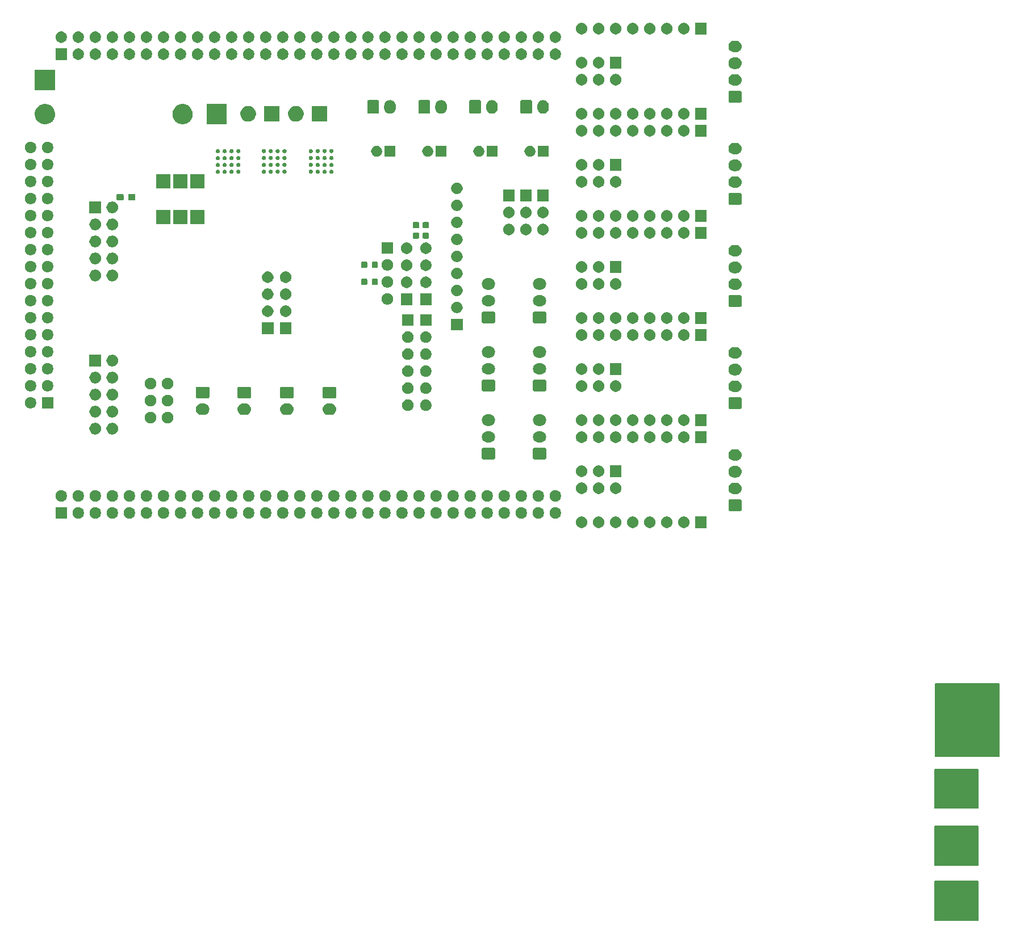
<source format=gbs>
G04 #@! TF.GenerationSoftware,KiCad,Pcbnew,(5.1.5)-3*
G04 #@! TF.CreationDate,2020-05-10T18:54:04+02:00*
G04 #@! TF.ProjectId,RAMPS_STM32F407_TFT_Touch,52414d50-535f-4535-944d-333246343037,rev?*
G04 #@! TF.SameCoordinates,Original*
G04 #@! TF.FileFunction,Soldermask,Bot*
G04 #@! TF.FilePolarity,Negative*
%FSLAX46Y46*%
G04 Gerber Fmt 4.6, Leading zero omitted, Abs format (unit mm)*
G04 Created by KiCad (PCBNEW (5.1.5)-3) date 2020-05-10 18:54:04*
%MOMM*%
%LPD*%
G04 APERTURE LIST*
%ADD10C,0.150000*%
%ADD11C,0.100000*%
G04 APERTURE END LIST*
D10*
G36*
X142900000Y-138100000D02*
G01*
X136500000Y-138100000D01*
X136500000Y-132300000D01*
X142900000Y-132300000D01*
X142900000Y-138100000D01*
G37*
X142900000Y-138100000D02*
X136500000Y-138100000D01*
X136500000Y-132300000D01*
X142900000Y-132300000D01*
X142900000Y-138100000D01*
G36*
X142900000Y-129900000D02*
G01*
X136500000Y-129900000D01*
X136500000Y-124100000D01*
X142900000Y-124100000D01*
X142900000Y-129900000D01*
G37*
X142900000Y-129900000D02*
X136500000Y-129900000D01*
X136500000Y-124100000D01*
X142900000Y-124100000D01*
X142900000Y-129900000D01*
G36*
X142900000Y-121400000D02*
G01*
X136500000Y-121400000D01*
X136500000Y-115600000D01*
X142900000Y-115600000D01*
X142900000Y-121400000D01*
G37*
X142900000Y-121400000D02*
X136500000Y-121400000D01*
X136500000Y-115600000D01*
X142900000Y-115600000D01*
X142900000Y-121400000D01*
G36*
X146050000Y-113665000D02*
G01*
X136525000Y-113665000D01*
X136525000Y-102870000D01*
X146050000Y-102870000D01*
X146050000Y-113665000D01*
G37*
X146050000Y-113665000D02*
X136525000Y-113665000D01*
X136525000Y-102870000D01*
X146050000Y-102870000D01*
X146050000Y-113665000D01*
D11*
G36*
X102459000Y-79599000D02*
G01*
X100741000Y-79599000D01*
X100741000Y-77881000D01*
X102459000Y-77881000D01*
X102459000Y-79599000D01*
G37*
G36*
X99210987Y-77894204D02*
G01*
X99310564Y-77914011D01*
X99466885Y-77978762D01*
X99466886Y-77978763D01*
X99466889Y-77978764D01*
X99606639Y-78072143D01*
X99607583Y-78072773D01*
X99727227Y-78192417D01*
X99727229Y-78192420D01*
X99821236Y-78333111D01*
X99821237Y-78333114D01*
X99821238Y-78333115D01*
X99885989Y-78489436D01*
X99919000Y-78655398D01*
X99919000Y-78824602D01*
X99885989Y-78990564D01*
X99821238Y-79146885D01*
X99821236Y-79146889D01*
X99727857Y-79286639D01*
X99727227Y-79287583D01*
X99607583Y-79407227D01*
X99607580Y-79407229D01*
X99466889Y-79501236D01*
X99466886Y-79501237D01*
X99466885Y-79501238D01*
X99310564Y-79565989D01*
X99210987Y-79585796D01*
X99144604Y-79599000D01*
X98975396Y-79599000D01*
X98909013Y-79585796D01*
X98809436Y-79565989D01*
X98653115Y-79501238D01*
X98653114Y-79501237D01*
X98653111Y-79501236D01*
X98512420Y-79407229D01*
X98512417Y-79407227D01*
X98392773Y-79287583D01*
X98392143Y-79286639D01*
X98298764Y-79146889D01*
X98298762Y-79146885D01*
X98234011Y-78990564D01*
X98201000Y-78824602D01*
X98201000Y-78655398D01*
X98234011Y-78489436D01*
X98298762Y-78333115D01*
X98298763Y-78333114D01*
X98298764Y-78333111D01*
X98392771Y-78192420D01*
X98392773Y-78192417D01*
X98512417Y-78072773D01*
X98513361Y-78072143D01*
X98653111Y-77978764D01*
X98653114Y-77978763D01*
X98653115Y-77978762D01*
X98809436Y-77914011D01*
X98909013Y-77894204D01*
X98975396Y-77881000D01*
X99144604Y-77881000D01*
X99210987Y-77894204D01*
G37*
G36*
X83970987Y-77894204D02*
G01*
X84070564Y-77914011D01*
X84226885Y-77978762D01*
X84226886Y-77978763D01*
X84226889Y-77978764D01*
X84366639Y-78072143D01*
X84367583Y-78072773D01*
X84487227Y-78192417D01*
X84487229Y-78192420D01*
X84581236Y-78333111D01*
X84581237Y-78333114D01*
X84581238Y-78333115D01*
X84645989Y-78489436D01*
X84679000Y-78655398D01*
X84679000Y-78824602D01*
X84645989Y-78990564D01*
X84581238Y-79146885D01*
X84581236Y-79146889D01*
X84487857Y-79286639D01*
X84487227Y-79287583D01*
X84367583Y-79407227D01*
X84367580Y-79407229D01*
X84226889Y-79501236D01*
X84226886Y-79501237D01*
X84226885Y-79501238D01*
X84070564Y-79565989D01*
X83970987Y-79585796D01*
X83904604Y-79599000D01*
X83735396Y-79599000D01*
X83669013Y-79585796D01*
X83569436Y-79565989D01*
X83413115Y-79501238D01*
X83413114Y-79501237D01*
X83413111Y-79501236D01*
X83272420Y-79407229D01*
X83272417Y-79407227D01*
X83152773Y-79287583D01*
X83152143Y-79286639D01*
X83058764Y-79146889D01*
X83058762Y-79146885D01*
X82994011Y-78990564D01*
X82961000Y-78824602D01*
X82961000Y-78655398D01*
X82994011Y-78489436D01*
X83058762Y-78333115D01*
X83058763Y-78333114D01*
X83058764Y-78333111D01*
X83152771Y-78192420D01*
X83152773Y-78192417D01*
X83272417Y-78072773D01*
X83273361Y-78072143D01*
X83413111Y-77978764D01*
X83413114Y-77978763D01*
X83413115Y-77978762D01*
X83569436Y-77914011D01*
X83669013Y-77894204D01*
X83735396Y-77881000D01*
X83904604Y-77881000D01*
X83970987Y-77894204D01*
G37*
G36*
X86510987Y-77894204D02*
G01*
X86610564Y-77914011D01*
X86766885Y-77978762D01*
X86766886Y-77978763D01*
X86766889Y-77978764D01*
X86906639Y-78072143D01*
X86907583Y-78072773D01*
X87027227Y-78192417D01*
X87027229Y-78192420D01*
X87121236Y-78333111D01*
X87121237Y-78333114D01*
X87121238Y-78333115D01*
X87185989Y-78489436D01*
X87219000Y-78655398D01*
X87219000Y-78824602D01*
X87185989Y-78990564D01*
X87121238Y-79146885D01*
X87121236Y-79146889D01*
X87027857Y-79286639D01*
X87027227Y-79287583D01*
X86907583Y-79407227D01*
X86907580Y-79407229D01*
X86766889Y-79501236D01*
X86766886Y-79501237D01*
X86766885Y-79501238D01*
X86610564Y-79565989D01*
X86510987Y-79585796D01*
X86444604Y-79599000D01*
X86275396Y-79599000D01*
X86209013Y-79585796D01*
X86109436Y-79565989D01*
X85953115Y-79501238D01*
X85953114Y-79501237D01*
X85953111Y-79501236D01*
X85812420Y-79407229D01*
X85812417Y-79407227D01*
X85692773Y-79287583D01*
X85692143Y-79286639D01*
X85598764Y-79146889D01*
X85598762Y-79146885D01*
X85534011Y-78990564D01*
X85501000Y-78824602D01*
X85501000Y-78655398D01*
X85534011Y-78489436D01*
X85598762Y-78333115D01*
X85598763Y-78333114D01*
X85598764Y-78333111D01*
X85692771Y-78192420D01*
X85692773Y-78192417D01*
X85812417Y-78072773D01*
X85813361Y-78072143D01*
X85953111Y-77978764D01*
X85953114Y-77978763D01*
X85953115Y-77978762D01*
X86109436Y-77914011D01*
X86209013Y-77894204D01*
X86275396Y-77881000D01*
X86444604Y-77881000D01*
X86510987Y-77894204D01*
G37*
G36*
X89050987Y-77894204D02*
G01*
X89150564Y-77914011D01*
X89306885Y-77978762D01*
X89306886Y-77978763D01*
X89306889Y-77978764D01*
X89446639Y-78072143D01*
X89447583Y-78072773D01*
X89567227Y-78192417D01*
X89567229Y-78192420D01*
X89661236Y-78333111D01*
X89661237Y-78333114D01*
X89661238Y-78333115D01*
X89725989Y-78489436D01*
X89759000Y-78655398D01*
X89759000Y-78824602D01*
X89725989Y-78990564D01*
X89661238Y-79146885D01*
X89661236Y-79146889D01*
X89567857Y-79286639D01*
X89567227Y-79287583D01*
X89447583Y-79407227D01*
X89447580Y-79407229D01*
X89306889Y-79501236D01*
X89306886Y-79501237D01*
X89306885Y-79501238D01*
X89150564Y-79565989D01*
X89050987Y-79585796D01*
X88984604Y-79599000D01*
X88815396Y-79599000D01*
X88749013Y-79585796D01*
X88649436Y-79565989D01*
X88493115Y-79501238D01*
X88493114Y-79501237D01*
X88493111Y-79501236D01*
X88352420Y-79407229D01*
X88352417Y-79407227D01*
X88232773Y-79287583D01*
X88232143Y-79286639D01*
X88138764Y-79146889D01*
X88138762Y-79146885D01*
X88074011Y-78990564D01*
X88041000Y-78824602D01*
X88041000Y-78655398D01*
X88074011Y-78489436D01*
X88138762Y-78333115D01*
X88138763Y-78333114D01*
X88138764Y-78333111D01*
X88232771Y-78192420D01*
X88232773Y-78192417D01*
X88352417Y-78072773D01*
X88353361Y-78072143D01*
X88493111Y-77978764D01*
X88493114Y-77978763D01*
X88493115Y-77978762D01*
X88649436Y-77914011D01*
X88749013Y-77894204D01*
X88815396Y-77881000D01*
X88984604Y-77881000D01*
X89050987Y-77894204D01*
G37*
G36*
X94130987Y-77894204D02*
G01*
X94230564Y-77914011D01*
X94386885Y-77978762D01*
X94386886Y-77978763D01*
X94386889Y-77978764D01*
X94526639Y-78072143D01*
X94527583Y-78072773D01*
X94647227Y-78192417D01*
X94647229Y-78192420D01*
X94741236Y-78333111D01*
X94741237Y-78333114D01*
X94741238Y-78333115D01*
X94805989Y-78489436D01*
X94839000Y-78655398D01*
X94839000Y-78824602D01*
X94805989Y-78990564D01*
X94741238Y-79146885D01*
X94741236Y-79146889D01*
X94647857Y-79286639D01*
X94647227Y-79287583D01*
X94527583Y-79407227D01*
X94527580Y-79407229D01*
X94386889Y-79501236D01*
X94386886Y-79501237D01*
X94386885Y-79501238D01*
X94230564Y-79565989D01*
X94130987Y-79585796D01*
X94064604Y-79599000D01*
X93895396Y-79599000D01*
X93829013Y-79585796D01*
X93729436Y-79565989D01*
X93573115Y-79501238D01*
X93573114Y-79501237D01*
X93573111Y-79501236D01*
X93432420Y-79407229D01*
X93432417Y-79407227D01*
X93312773Y-79287583D01*
X93312143Y-79286639D01*
X93218764Y-79146889D01*
X93218762Y-79146885D01*
X93154011Y-78990564D01*
X93121000Y-78824602D01*
X93121000Y-78655398D01*
X93154011Y-78489436D01*
X93218762Y-78333115D01*
X93218763Y-78333114D01*
X93218764Y-78333111D01*
X93312771Y-78192420D01*
X93312773Y-78192417D01*
X93432417Y-78072773D01*
X93433361Y-78072143D01*
X93573111Y-77978764D01*
X93573114Y-77978763D01*
X93573115Y-77978762D01*
X93729436Y-77914011D01*
X93829013Y-77894204D01*
X93895396Y-77881000D01*
X94064604Y-77881000D01*
X94130987Y-77894204D01*
G37*
G36*
X91590987Y-77894204D02*
G01*
X91690564Y-77914011D01*
X91846885Y-77978762D01*
X91846886Y-77978763D01*
X91846889Y-77978764D01*
X91986639Y-78072143D01*
X91987583Y-78072773D01*
X92107227Y-78192417D01*
X92107229Y-78192420D01*
X92201236Y-78333111D01*
X92201237Y-78333114D01*
X92201238Y-78333115D01*
X92265989Y-78489436D01*
X92299000Y-78655398D01*
X92299000Y-78824602D01*
X92265989Y-78990564D01*
X92201238Y-79146885D01*
X92201236Y-79146889D01*
X92107857Y-79286639D01*
X92107227Y-79287583D01*
X91987583Y-79407227D01*
X91987580Y-79407229D01*
X91846889Y-79501236D01*
X91846886Y-79501237D01*
X91846885Y-79501238D01*
X91690564Y-79565989D01*
X91590987Y-79585796D01*
X91524604Y-79599000D01*
X91355396Y-79599000D01*
X91289013Y-79585796D01*
X91189436Y-79565989D01*
X91033115Y-79501238D01*
X91033114Y-79501237D01*
X91033111Y-79501236D01*
X90892420Y-79407229D01*
X90892417Y-79407227D01*
X90772773Y-79287583D01*
X90772143Y-79286639D01*
X90678764Y-79146889D01*
X90678762Y-79146885D01*
X90614011Y-78990564D01*
X90581000Y-78824602D01*
X90581000Y-78655398D01*
X90614011Y-78489436D01*
X90678762Y-78333115D01*
X90678763Y-78333114D01*
X90678764Y-78333111D01*
X90772771Y-78192420D01*
X90772773Y-78192417D01*
X90892417Y-78072773D01*
X90893361Y-78072143D01*
X91033111Y-77978764D01*
X91033114Y-77978763D01*
X91033115Y-77978762D01*
X91189436Y-77914011D01*
X91289013Y-77894204D01*
X91355396Y-77881000D01*
X91524604Y-77881000D01*
X91590987Y-77894204D01*
G37*
G36*
X96670987Y-77894204D02*
G01*
X96770564Y-77914011D01*
X96926885Y-77978762D01*
X96926886Y-77978763D01*
X96926889Y-77978764D01*
X97066639Y-78072143D01*
X97067583Y-78072773D01*
X97187227Y-78192417D01*
X97187229Y-78192420D01*
X97281236Y-78333111D01*
X97281237Y-78333114D01*
X97281238Y-78333115D01*
X97345989Y-78489436D01*
X97379000Y-78655398D01*
X97379000Y-78824602D01*
X97345989Y-78990564D01*
X97281238Y-79146885D01*
X97281236Y-79146889D01*
X97187857Y-79286639D01*
X97187227Y-79287583D01*
X97067583Y-79407227D01*
X97067580Y-79407229D01*
X96926889Y-79501236D01*
X96926886Y-79501237D01*
X96926885Y-79501238D01*
X96770564Y-79565989D01*
X96670987Y-79585796D01*
X96604604Y-79599000D01*
X96435396Y-79599000D01*
X96369013Y-79585796D01*
X96269436Y-79565989D01*
X96113115Y-79501238D01*
X96113114Y-79501237D01*
X96113111Y-79501236D01*
X95972420Y-79407229D01*
X95972417Y-79407227D01*
X95852773Y-79287583D01*
X95852143Y-79286639D01*
X95758764Y-79146889D01*
X95758762Y-79146885D01*
X95694011Y-78990564D01*
X95661000Y-78824602D01*
X95661000Y-78655398D01*
X95694011Y-78489436D01*
X95758762Y-78333115D01*
X95758763Y-78333114D01*
X95758764Y-78333111D01*
X95852771Y-78192420D01*
X95852773Y-78192417D01*
X95972417Y-78072773D01*
X95973361Y-78072143D01*
X96113111Y-77978764D01*
X96113114Y-77978763D01*
X96113115Y-77978762D01*
X96269436Y-77914011D01*
X96369013Y-77894204D01*
X96435396Y-77881000D01*
X96604604Y-77881000D01*
X96670987Y-77894204D01*
G37*
G36*
X69873987Y-76497204D02*
G01*
X69973564Y-76517011D01*
X70129885Y-76581762D01*
X70129886Y-76581763D01*
X70129889Y-76581764D01*
X70269639Y-76675143D01*
X70270583Y-76675773D01*
X70390227Y-76795417D01*
X70390229Y-76795420D01*
X70484236Y-76936111D01*
X70484237Y-76936114D01*
X70484238Y-76936115D01*
X70548989Y-77092436D01*
X70582000Y-77258398D01*
X70582000Y-77427602D01*
X70548989Y-77593564D01*
X70484238Y-77749885D01*
X70484236Y-77749889D01*
X70396630Y-77881000D01*
X70390227Y-77890583D01*
X70270583Y-78010227D01*
X70270580Y-78010229D01*
X70129889Y-78104236D01*
X70129886Y-78104237D01*
X70129885Y-78104238D01*
X69973564Y-78168989D01*
X69873987Y-78188796D01*
X69807604Y-78202000D01*
X69638396Y-78202000D01*
X69572013Y-78188796D01*
X69472436Y-78168989D01*
X69316115Y-78104238D01*
X69316114Y-78104237D01*
X69316111Y-78104236D01*
X69175420Y-78010229D01*
X69175417Y-78010227D01*
X69055773Y-77890583D01*
X69049370Y-77881000D01*
X68961764Y-77749889D01*
X68961762Y-77749885D01*
X68897011Y-77593564D01*
X68864000Y-77427602D01*
X68864000Y-77258398D01*
X68897011Y-77092436D01*
X68961762Y-76936115D01*
X68961763Y-76936114D01*
X68961764Y-76936111D01*
X69055771Y-76795420D01*
X69055773Y-76795417D01*
X69175417Y-76675773D01*
X69176361Y-76675143D01*
X69316111Y-76581764D01*
X69316114Y-76581763D01*
X69316115Y-76581762D01*
X69472436Y-76517011D01*
X69572013Y-76497204D01*
X69638396Y-76484000D01*
X69807604Y-76484000D01*
X69873987Y-76497204D01*
G37*
G36*
X64793987Y-76497204D02*
G01*
X64893564Y-76517011D01*
X65049885Y-76581762D01*
X65049886Y-76581763D01*
X65049889Y-76581764D01*
X65189639Y-76675143D01*
X65190583Y-76675773D01*
X65310227Y-76795417D01*
X65310229Y-76795420D01*
X65404236Y-76936111D01*
X65404237Y-76936114D01*
X65404238Y-76936115D01*
X65468989Y-77092436D01*
X65502000Y-77258398D01*
X65502000Y-77427602D01*
X65468989Y-77593564D01*
X65404238Y-77749885D01*
X65404236Y-77749889D01*
X65316630Y-77881000D01*
X65310227Y-77890583D01*
X65190583Y-78010227D01*
X65190580Y-78010229D01*
X65049889Y-78104236D01*
X65049886Y-78104237D01*
X65049885Y-78104238D01*
X64893564Y-78168989D01*
X64793987Y-78188796D01*
X64727604Y-78202000D01*
X64558396Y-78202000D01*
X64492013Y-78188796D01*
X64392436Y-78168989D01*
X64236115Y-78104238D01*
X64236114Y-78104237D01*
X64236111Y-78104236D01*
X64095420Y-78010229D01*
X64095417Y-78010227D01*
X63975773Y-77890583D01*
X63969370Y-77881000D01*
X63881764Y-77749889D01*
X63881762Y-77749885D01*
X63817011Y-77593564D01*
X63784000Y-77427602D01*
X63784000Y-77258398D01*
X63817011Y-77092436D01*
X63881762Y-76936115D01*
X63881763Y-76936114D01*
X63881764Y-76936111D01*
X63975771Y-76795420D01*
X63975773Y-76795417D01*
X64095417Y-76675773D01*
X64096361Y-76675143D01*
X64236111Y-76581764D01*
X64236114Y-76581763D01*
X64236115Y-76581762D01*
X64392436Y-76517011D01*
X64492013Y-76497204D01*
X64558396Y-76484000D01*
X64727604Y-76484000D01*
X64793987Y-76497204D01*
G37*
G36*
X62253987Y-76497204D02*
G01*
X62353564Y-76517011D01*
X62509885Y-76581762D01*
X62509886Y-76581763D01*
X62509889Y-76581764D01*
X62649639Y-76675143D01*
X62650583Y-76675773D01*
X62770227Y-76795417D01*
X62770229Y-76795420D01*
X62864236Y-76936111D01*
X62864237Y-76936114D01*
X62864238Y-76936115D01*
X62928989Y-77092436D01*
X62962000Y-77258398D01*
X62962000Y-77427602D01*
X62928989Y-77593564D01*
X62864238Y-77749885D01*
X62864236Y-77749889D01*
X62776630Y-77881000D01*
X62770227Y-77890583D01*
X62650583Y-78010227D01*
X62650580Y-78010229D01*
X62509889Y-78104236D01*
X62509886Y-78104237D01*
X62509885Y-78104238D01*
X62353564Y-78168989D01*
X62253987Y-78188796D01*
X62187604Y-78202000D01*
X62018396Y-78202000D01*
X61952013Y-78188796D01*
X61852436Y-78168989D01*
X61696115Y-78104238D01*
X61696114Y-78104237D01*
X61696111Y-78104236D01*
X61555420Y-78010229D01*
X61555417Y-78010227D01*
X61435773Y-77890583D01*
X61429370Y-77881000D01*
X61341764Y-77749889D01*
X61341762Y-77749885D01*
X61277011Y-77593564D01*
X61244000Y-77427602D01*
X61244000Y-77258398D01*
X61277011Y-77092436D01*
X61341762Y-76936115D01*
X61341763Y-76936114D01*
X61341764Y-76936111D01*
X61435771Y-76795420D01*
X61435773Y-76795417D01*
X61555417Y-76675773D01*
X61556361Y-76675143D01*
X61696111Y-76581764D01*
X61696114Y-76581763D01*
X61696115Y-76581762D01*
X61852436Y-76517011D01*
X61952013Y-76497204D01*
X62018396Y-76484000D01*
X62187604Y-76484000D01*
X62253987Y-76497204D01*
G37*
G36*
X59713987Y-76497204D02*
G01*
X59813564Y-76517011D01*
X59969885Y-76581762D01*
X59969886Y-76581763D01*
X59969889Y-76581764D01*
X60109639Y-76675143D01*
X60110583Y-76675773D01*
X60230227Y-76795417D01*
X60230229Y-76795420D01*
X60324236Y-76936111D01*
X60324237Y-76936114D01*
X60324238Y-76936115D01*
X60388989Y-77092436D01*
X60422000Y-77258398D01*
X60422000Y-77427602D01*
X60388989Y-77593564D01*
X60324238Y-77749885D01*
X60324236Y-77749889D01*
X60236630Y-77881000D01*
X60230227Y-77890583D01*
X60110583Y-78010227D01*
X60110580Y-78010229D01*
X59969889Y-78104236D01*
X59969886Y-78104237D01*
X59969885Y-78104238D01*
X59813564Y-78168989D01*
X59713987Y-78188796D01*
X59647604Y-78202000D01*
X59478396Y-78202000D01*
X59412013Y-78188796D01*
X59312436Y-78168989D01*
X59156115Y-78104238D01*
X59156114Y-78104237D01*
X59156111Y-78104236D01*
X59015420Y-78010229D01*
X59015417Y-78010227D01*
X58895773Y-77890583D01*
X58889370Y-77881000D01*
X58801764Y-77749889D01*
X58801762Y-77749885D01*
X58737011Y-77593564D01*
X58704000Y-77427602D01*
X58704000Y-77258398D01*
X58737011Y-77092436D01*
X58801762Y-76936115D01*
X58801763Y-76936114D01*
X58801764Y-76936111D01*
X58895771Y-76795420D01*
X58895773Y-76795417D01*
X59015417Y-76675773D01*
X59016361Y-76675143D01*
X59156111Y-76581764D01*
X59156114Y-76581763D01*
X59156115Y-76581762D01*
X59312436Y-76517011D01*
X59412013Y-76497204D01*
X59478396Y-76484000D01*
X59647604Y-76484000D01*
X59713987Y-76497204D01*
G37*
G36*
X57173987Y-76497204D02*
G01*
X57273564Y-76517011D01*
X57429885Y-76581762D01*
X57429886Y-76581763D01*
X57429889Y-76581764D01*
X57569639Y-76675143D01*
X57570583Y-76675773D01*
X57690227Y-76795417D01*
X57690229Y-76795420D01*
X57784236Y-76936111D01*
X57784237Y-76936114D01*
X57784238Y-76936115D01*
X57848989Y-77092436D01*
X57882000Y-77258398D01*
X57882000Y-77427602D01*
X57848989Y-77593564D01*
X57784238Y-77749885D01*
X57784236Y-77749889D01*
X57696630Y-77881000D01*
X57690227Y-77890583D01*
X57570583Y-78010227D01*
X57570580Y-78010229D01*
X57429889Y-78104236D01*
X57429886Y-78104237D01*
X57429885Y-78104238D01*
X57273564Y-78168989D01*
X57173987Y-78188796D01*
X57107604Y-78202000D01*
X56938396Y-78202000D01*
X56872013Y-78188796D01*
X56772436Y-78168989D01*
X56616115Y-78104238D01*
X56616114Y-78104237D01*
X56616111Y-78104236D01*
X56475420Y-78010229D01*
X56475417Y-78010227D01*
X56355773Y-77890583D01*
X56349370Y-77881000D01*
X56261764Y-77749889D01*
X56261762Y-77749885D01*
X56197011Y-77593564D01*
X56164000Y-77427602D01*
X56164000Y-77258398D01*
X56197011Y-77092436D01*
X56261762Y-76936115D01*
X56261763Y-76936114D01*
X56261764Y-76936111D01*
X56355771Y-76795420D01*
X56355773Y-76795417D01*
X56475417Y-76675773D01*
X56476361Y-76675143D01*
X56616111Y-76581764D01*
X56616114Y-76581763D01*
X56616115Y-76581762D01*
X56772436Y-76517011D01*
X56872013Y-76497204D01*
X56938396Y-76484000D01*
X57107604Y-76484000D01*
X57173987Y-76497204D01*
G37*
G36*
X54633987Y-76497204D02*
G01*
X54733564Y-76517011D01*
X54889885Y-76581762D01*
X54889886Y-76581763D01*
X54889889Y-76581764D01*
X55029639Y-76675143D01*
X55030583Y-76675773D01*
X55150227Y-76795417D01*
X55150229Y-76795420D01*
X55244236Y-76936111D01*
X55244237Y-76936114D01*
X55244238Y-76936115D01*
X55308989Y-77092436D01*
X55342000Y-77258398D01*
X55342000Y-77427602D01*
X55308989Y-77593564D01*
X55244238Y-77749885D01*
X55244236Y-77749889D01*
X55156630Y-77881000D01*
X55150227Y-77890583D01*
X55030583Y-78010227D01*
X55030580Y-78010229D01*
X54889889Y-78104236D01*
X54889886Y-78104237D01*
X54889885Y-78104238D01*
X54733564Y-78168989D01*
X54633987Y-78188796D01*
X54567604Y-78202000D01*
X54398396Y-78202000D01*
X54332013Y-78188796D01*
X54232436Y-78168989D01*
X54076115Y-78104238D01*
X54076114Y-78104237D01*
X54076111Y-78104236D01*
X53935420Y-78010229D01*
X53935417Y-78010227D01*
X53815773Y-77890583D01*
X53809370Y-77881000D01*
X53721764Y-77749889D01*
X53721762Y-77749885D01*
X53657011Y-77593564D01*
X53624000Y-77427602D01*
X53624000Y-77258398D01*
X53657011Y-77092436D01*
X53721762Y-76936115D01*
X53721763Y-76936114D01*
X53721764Y-76936111D01*
X53815771Y-76795420D01*
X53815773Y-76795417D01*
X53935417Y-76675773D01*
X53936361Y-76675143D01*
X54076111Y-76581764D01*
X54076114Y-76581763D01*
X54076115Y-76581762D01*
X54232436Y-76517011D01*
X54332013Y-76497204D01*
X54398396Y-76484000D01*
X54567604Y-76484000D01*
X54633987Y-76497204D01*
G37*
G36*
X52093987Y-76497204D02*
G01*
X52193564Y-76517011D01*
X52349885Y-76581762D01*
X52349886Y-76581763D01*
X52349889Y-76581764D01*
X52489639Y-76675143D01*
X52490583Y-76675773D01*
X52610227Y-76795417D01*
X52610229Y-76795420D01*
X52704236Y-76936111D01*
X52704237Y-76936114D01*
X52704238Y-76936115D01*
X52768989Y-77092436D01*
X52802000Y-77258398D01*
X52802000Y-77427602D01*
X52768989Y-77593564D01*
X52704238Y-77749885D01*
X52704236Y-77749889D01*
X52616630Y-77881000D01*
X52610227Y-77890583D01*
X52490583Y-78010227D01*
X52490580Y-78010229D01*
X52349889Y-78104236D01*
X52349886Y-78104237D01*
X52349885Y-78104238D01*
X52193564Y-78168989D01*
X52093987Y-78188796D01*
X52027604Y-78202000D01*
X51858396Y-78202000D01*
X51792013Y-78188796D01*
X51692436Y-78168989D01*
X51536115Y-78104238D01*
X51536114Y-78104237D01*
X51536111Y-78104236D01*
X51395420Y-78010229D01*
X51395417Y-78010227D01*
X51275773Y-77890583D01*
X51269370Y-77881000D01*
X51181764Y-77749889D01*
X51181762Y-77749885D01*
X51117011Y-77593564D01*
X51084000Y-77427602D01*
X51084000Y-77258398D01*
X51117011Y-77092436D01*
X51181762Y-76936115D01*
X51181763Y-76936114D01*
X51181764Y-76936111D01*
X51275771Y-76795420D01*
X51275773Y-76795417D01*
X51395417Y-76675773D01*
X51396361Y-76675143D01*
X51536111Y-76581764D01*
X51536114Y-76581763D01*
X51536115Y-76581762D01*
X51692436Y-76517011D01*
X51792013Y-76497204D01*
X51858396Y-76484000D01*
X52027604Y-76484000D01*
X52093987Y-76497204D01*
G37*
G36*
X49553987Y-76497204D02*
G01*
X49653564Y-76517011D01*
X49809885Y-76581762D01*
X49809886Y-76581763D01*
X49809889Y-76581764D01*
X49949639Y-76675143D01*
X49950583Y-76675773D01*
X50070227Y-76795417D01*
X50070229Y-76795420D01*
X50164236Y-76936111D01*
X50164237Y-76936114D01*
X50164238Y-76936115D01*
X50228989Y-77092436D01*
X50262000Y-77258398D01*
X50262000Y-77427602D01*
X50228989Y-77593564D01*
X50164238Y-77749885D01*
X50164236Y-77749889D01*
X50076630Y-77881000D01*
X50070227Y-77890583D01*
X49950583Y-78010227D01*
X49950580Y-78010229D01*
X49809889Y-78104236D01*
X49809886Y-78104237D01*
X49809885Y-78104238D01*
X49653564Y-78168989D01*
X49553987Y-78188796D01*
X49487604Y-78202000D01*
X49318396Y-78202000D01*
X49252013Y-78188796D01*
X49152436Y-78168989D01*
X48996115Y-78104238D01*
X48996114Y-78104237D01*
X48996111Y-78104236D01*
X48855420Y-78010229D01*
X48855417Y-78010227D01*
X48735773Y-77890583D01*
X48729370Y-77881000D01*
X48641764Y-77749889D01*
X48641762Y-77749885D01*
X48577011Y-77593564D01*
X48544000Y-77427602D01*
X48544000Y-77258398D01*
X48577011Y-77092436D01*
X48641762Y-76936115D01*
X48641763Y-76936114D01*
X48641764Y-76936111D01*
X48735771Y-76795420D01*
X48735773Y-76795417D01*
X48855417Y-76675773D01*
X48856361Y-76675143D01*
X48996111Y-76581764D01*
X48996114Y-76581763D01*
X48996115Y-76581762D01*
X49152436Y-76517011D01*
X49252013Y-76497204D01*
X49318396Y-76484000D01*
X49487604Y-76484000D01*
X49553987Y-76497204D01*
G37*
G36*
X47013987Y-76497204D02*
G01*
X47113564Y-76517011D01*
X47269885Y-76581762D01*
X47269886Y-76581763D01*
X47269889Y-76581764D01*
X47409639Y-76675143D01*
X47410583Y-76675773D01*
X47530227Y-76795417D01*
X47530229Y-76795420D01*
X47624236Y-76936111D01*
X47624237Y-76936114D01*
X47624238Y-76936115D01*
X47688989Y-77092436D01*
X47722000Y-77258398D01*
X47722000Y-77427602D01*
X47688989Y-77593564D01*
X47624238Y-77749885D01*
X47624236Y-77749889D01*
X47536630Y-77881000D01*
X47530227Y-77890583D01*
X47410583Y-78010227D01*
X47410580Y-78010229D01*
X47269889Y-78104236D01*
X47269886Y-78104237D01*
X47269885Y-78104238D01*
X47113564Y-78168989D01*
X47013987Y-78188796D01*
X46947604Y-78202000D01*
X46778396Y-78202000D01*
X46712013Y-78188796D01*
X46612436Y-78168989D01*
X46456115Y-78104238D01*
X46456114Y-78104237D01*
X46456111Y-78104236D01*
X46315420Y-78010229D01*
X46315417Y-78010227D01*
X46195773Y-77890583D01*
X46189370Y-77881000D01*
X46101764Y-77749889D01*
X46101762Y-77749885D01*
X46037011Y-77593564D01*
X46004000Y-77427602D01*
X46004000Y-77258398D01*
X46037011Y-77092436D01*
X46101762Y-76936115D01*
X46101763Y-76936114D01*
X46101764Y-76936111D01*
X46195771Y-76795420D01*
X46195773Y-76795417D01*
X46315417Y-76675773D01*
X46316361Y-76675143D01*
X46456111Y-76581764D01*
X46456114Y-76581763D01*
X46456115Y-76581762D01*
X46612436Y-76517011D01*
X46712013Y-76497204D01*
X46778396Y-76484000D01*
X46947604Y-76484000D01*
X47013987Y-76497204D01*
G37*
G36*
X67333987Y-76497204D02*
G01*
X67433564Y-76517011D01*
X67589885Y-76581762D01*
X67589886Y-76581763D01*
X67589889Y-76581764D01*
X67729639Y-76675143D01*
X67730583Y-76675773D01*
X67850227Y-76795417D01*
X67850229Y-76795420D01*
X67944236Y-76936111D01*
X67944237Y-76936114D01*
X67944238Y-76936115D01*
X68008989Y-77092436D01*
X68042000Y-77258398D01*
X68042000Y-77427602D01*
X68008989Y-77593564D01*
X67944238Y-77749885D01*
X67944236Y-77749889D01*
X67856630Y-77881000D01*
X67850227Y-77890583D01*
X67730583Y-78010227D01*
X67730580Y-78010229D01*
X67589889Y-78104236D01*
X67589886Y-78104237D01*
X67589885Y-78104238D01*
X67433564Y-78168989D01*
X67333987Y-78188796D01*
X67267604Y-78202000D01*
X67098396Y-78202000D01*
X67032013Y-78188796D01*
X66932436Y-78168989D01*
X66776115Y-78104238D01*
X66776114Y-78104237D01*
X66776111Y-78104236D01*
X66635420Y-78010229D01*
X66635417Y-78010227D01*
X66515773Y-77890583D01*
X66509370Y-77881000D01*
X66421764Y-77749889D01*
X66421762Y-77749885D01*
X66357011Y-77593564D01*
X66324000Y-77427602D01*
X66324000Y-77258398D01*
X66357011Y-77092436D01*
X66421762Y-76936115D01*
X66421763Y-76936114D01*
X66421764Y-76936111D01*
X66515771Y-76795420D01*
X66515773Y-76795417D01*
X66635417Y-76675773D01*
X66636361Y-76675143D01*
X66776111Y-76581764D01*
X66776114Y-76581763D01*
X66776115Y-76581762D01*
X66932436Y-76517011D01*
X67032013Y-76497204D01*
X67098396Y-76484000D01*
X67267604Y-76484000D01*
X67333987Y-76497204D01*
G37*
G36*
X41933987Y-76497204D02*
G01*
X42033564Y-76517011D01*
X42189885Y-76581762D01*
X42189886Y-76581763D01*
X42189889Y-76581764D01*
X42329639Y-76675143D01*
X42330583Y-76675773D01*
X42450227Y-76795417D01*
X42450229Y-76795420D01*
X42544236Y-76936111D01*
X42544237Y-76936114D01*
X42544238Y-76936115D01*
X42608989Y-77092436D01*
X42642000Y-77258398D01*
X42642000Y-77427602D01*
X42608989Y-77593564D01*
X42544238Y-77749885D01*
X42544236Y-77749889D01*
X42456630Y-77881000D01*
X42450227Y-77890583D01*
X42330583Y-78010227D01*
X42330580Y-78010229D01*
X42189889Y-78104236D01*
X42189886Y-78104237D01*
X42189885Y-78104238D01*
X42033564Y-78168989D01*
X41933987Y-78188796D01*
X41867604Y-78202000D01*
X41698396Y-78202000D01*
X41632013Y-78188796D01*
X41532436Y-78168989D01*
X41376115Y-78104238D01*
X41376114Y-78104237D01*
X41376111Y-78104236D01*
X41235420Y-78010229D01*
X41235417Y-78010227D01*
X41115773Y-77890583D01*
X41109370Y-77881000D01*
X41021764Y-77749889D01*
X41021762Y-77749885D01*
X40957011Y-77593564D01*
X40924000Y-77427602D01*
X40924000Y-77258398D01*
X40957011Y-77092436D01*
X41021762Y-76936115D01*
X41021763Y-76936114D01*
X41021764Y-76936111D01*
X41115771Y-76795420D01*
X41115773Y-76795417D01*
X41235417Y-76675773D01*
X41236361Y-76675143D01*
X41376111Y-76581764D01*
X41376114Y-76581763D01*
X41376115Y-76581762D01*
X41532436Y-76517011D01*
X41632013Y-76497204D01*
X41698396Y-76484000D01*
X41867604Y-76484000D01*
X41933987Y-76497204D01*
G37*
G36*
X39393987Y-76497204D02*
G01*
X39493564Y-76517011D01*
X39649885Y-76581762D01*
X39649886Y-76581763D01*
X39649889Y-76581764D01*
X39789639Y-76675143D01*
X39790583Y-76675773D01*
X39910227Y-76795417D01*
X39910229Y-76795420D01*
X40004236Y-76936111D01*
X40004237Y-76936114D01*
X40004238Y-76936115D01*
X40068989Y-77092436D01*
X40102000Y-77258398D01*
X40102000Y-77427602D01*
X40068989Y-77593564D01*
X40004238Y-77749885D01*
X40004236Y-77749889D01*
X39916630Y-77881000D01*
X39910227Y-77890583D01*
X39790583Y-78010227D01*
X39790580Y-78010229D01*
X39649889Y-78104236D01*
X39649886Y-78104237D01*
X39649885Y-78104238D01*
X39493564Y-78168989D01*
X39393987Y-78188796D01*
X39327604Y-78202000D01*
X39158396Y-78202000D01*
X39092013Y-78188796D01*
X38992436Y-78168989D01*
X38836115Y-78104238D01*
X38836114Y-78104237D01*
X38836111Y-78104236D01*
X38695420Y-78010229D01*
X38695417Y-78010227D01*
X38575773Y-77890583D01*
X38569370Y-77881000D01*
X38481764Y-77749889D01*
X38481762Y-77749885D01*
X38417011Y-77593564D01*
X38384000Y-77427602D01*
X38384000Y-77258398D01*
X38417011Y-77092436D01*
X38481762Y-76936115D01*
X38481763Y-76936114D01*
X38481764Y-76936111D01*
X38575771Y-76795420D01*
X38575773Y-76795417D01*
X38695417Y-76675773D01*
X38696361Y-76675143D01*
X38836111Y-76581764D01*
X38836114Y-76581763D01*
X38836115Y-76581762D01*
X38992436Y-76517011D01*
X39092013Y-76497204D01*
X39158396Y-76484000D01*
X39327604Y-76484000D01*
X39393987Y-76497204D01*
G37*
G36*
X36853987Y-76497204D02*
G01*
X36953564Y-76517011D01*
X37109885Y-76581762D01*
X37109886Y-76581763D01*
X37109889Y-76581764D01*
X37249639Y-76675143D01*
X37250583Y-76675773D01*
X37370227Y-76795417D01*
X37370229Y-76795420D01*
X37464236Y-76936111D01*
X37464237Y-76936114D01*
X37464238Y-76936115D01*
X37528989Y-77092436D01*
X37562000Y-77258398D01*
X37562000Y-77427602D01*
X37528989Y-77593564D01*
X37464238Y-77749885D01*
X37464236Y-77749889D01*
X37376630Y-77881000D01*
X37370227Y-77890583D01*
X37250583Y-78010227D01*
X37250580Y-78010229D01*
X37109889Y-78104236D01*
X37109886Y-78104237D01*
X37109885Y-78104238D01*
X36953564Y-78168989D01*
X36853987Y-78188796D01*
X36787604Y-78202000D01*
X36618396Y-78202000D01*
X36552013Y-78188796D01*
X36452436Y-78168989D01*
X36296115Y-78104238D01*
X36296114Y-78104237D01*
X36296111Y-78104236D01*
X36155420Y-78010229D01*
X36155417Y-78010227D01*
X36035773Y-77890583D01*
X36029370Y-77881000D01*
X35941764Y-77749889D01*
X35941762Y-77749885D01*
X35877011Y-77593564D01*
X35844000Y-77427602D01*
X35844000Y-77258398D01*
X35877011Y-77092436D01*
X35941762Y-76936115D01*
X35941763Y-76936114D01*
X35941764Y-76936111D01*
X36035771Y-76795420D01*
X36035773Y-76795417D01*
X36155417Y-76675773D01*
X36156361Y-76675143D01*
X36296111Y-76581764D01*
X36296114Y-76581763D01*
X36296115Y-76581762D01*
X36452436Y-76517011D01*
X36552013Y-76497204D01*
X36618396Y-76484000D01*
X36787604Y-76484000D01*
X36853987Y-76497204D01*
G37*
G36*
X34313987Y-76497204D02*
G01*
X34413564Y-76517011D01*
X34569885Y-76581762D01*
X34569886Y-76581763D01*
X34569889Y-76581764D01*
X34709639Y-76675143D01*
X34710583Y-76675773D01*
X34830227Y-76795417D01*
X34830229Y-76795420D01*
X34924236Y-76936111D01*
X34924237Y-76936114D01*
X34924238Y-76936115D01*
X34988989Y-77092436D01*
X35022000Y-77258398D01*
X35022000Y-77427602D01*
X34988989Y-77593564D01*
X34924238Y-77749885D01*
X34924236Y-77749889D01*
X34836630Y-77881000D01*
X34830227Y-77890583D01*
X34710583Y-78010227D01*
X34710580Y-78010229D01*
X34569889Y-78104236D01*
X34569886Y-78104237D01*
X34569885Y-78104238D01*
X34413564Y-78168989D01*
X34313987Y-78188796D01*
X34247604Y-78202000D01*
X34078396Y-78202000D01*
X34012013Y-78188796D01*
X33912436Y-78168989D01*
X33756115Y-78104238D01*
X33756114Y-78104237D01*
X33756111Y-78104236D01*
X33615420Y-78010229D01*
X33615417Y-78010227D01*
X33495773Y-77890583D01*
X33489370Y-77881000D01*
X33401764Y-77749889D01*
X33401762Y-77749885D01*
X33337011Y-77593564D01*
X33304000Y-77427602D01*
X33304000Y-77258398D01*
X33337011Y-77092436D01*
X33401762Y-76936115D01*
X33401763Y-76936114D01*
X33401764Y-76936111D01*
X33495771Y-76795420D01*
X33495773Y-76795417D01*
X33615417Y-76675773D01*
X33616361Y-76675143D01*
X33756111Y-76581764D01*
X33756114Y-76581763D01*
X33756115Y-76581762D01*
X33912436Y-76517011D01*
X34012013Y-76497204D01*
X34078396Y-76484000D01*
X34247604Y-76484000D01*
X34313987Y-76497204D01*
G37*
G36*
X31773987Y-76497204D02*
G01*
X31873564Y-76517011D01*
X32029885Y-76581762D01*
X32029886Y-76581763D01*
X32029889Y-76581764D01*
X32169639Y-76675143D01*
X32170583Y-76675773D01*
X32290227Y-76795417D01*
X32290229Y-76795420D01*
X32384236Y-76936111D01*
X32384237Y-76936114D01*
X32384238Y-76936115D01*
X32448989Y-77092436D01*
X32482000Y-77258398D01*
X32482000Y-77427602D01*
X32448989Y-77593564D01*
X32384238Y-77749885D01*
X32384236Y-77749889D01*
X32296630Y-77881000D01*
X32290227Y-77890583D01*
X32170583Y-78010227D01*
X32170580Y-78010229D01*
X32029889Y-78104236D01*
X32029886Y-78104237D01*
X32029885Y-78104238D01*
X31873564Y-78168989D01*
X31773987Y-78188796D01*
X31707604Y-78202000D01*
X31538396Y-78202000D01*
X31472013Y-78188796D01*
X31372436Y-78168989D01*
X31216115Y-78104238D01*
X31216114Y-78104237D01*
X31216111Y-78104236D01*
X31075420Y-78010229D01*
X31075417Y-78010227D01*
X30955773Y-77890583D01*
X30949370Y-77881000D01*
X30861764Y-77749889D01*
X30861762Y-77749885D01*
X30797011Y-77593564D01*
X30764000Y-77427602D01*
X30764000Y-77258398D01*
X30797011Y-77092436D01*
X30861762Y-76936115D01*
X30861763Y-76936114D01*
X30861764Y-76936111D01*
X30955771Y-76795420D01*
X30955773Y-76795417D01*
X31075417Y-76675773D01*
X31076361Y-76675143D01*
X31216111Y-76581764D01*
X31216114Y-76581763D01*
X31216115Y-76581762D01*
X31372436Y-76517011D01*
X31472013Y-76497204D01*
X31538396Y-76484000D01*
X31707604Y-76484000D01*
X31773987Y-76497204D01*
G37*
G36*
X26693987Y-76497204D02*
G01*
X26793564Y-76517011D01*
X26949885Y-76581762D01*
X26949886Y-76581763D01*
X26949889Y-76581764D01*
X27089639Y-76675143D01*
X27090583Y-76675773D01*
X27210227Y-76795417D01*
X27210229Y-76795420D01*
X27304236Y-76936111D01*
X27304237Y-76936114D01*
X27304238Y-76936115D01*
X27368989Y-77092436D01*
X27402000Y-77258398D01*
X27402000Y-77427602D01*
X27368989Y-77593564D01*
X27304238Y-77749885D01*
X27304236Y-77749889D01*
X27216630Y-77881000D01*
X27210227Y-77890583D01*
X27090583Y-78010227D01*
X27090580Y-78010229D01*
X26949889Y-78104236D01*
X26949886Y-78104237D01*
X26949885Y-78104238D01*
X26793564Y-78168989D01*
X26693987Y-78188796D01*
X26627604Y-78202000D01*
X26458396Y-78202000D01*
X26392013Y-78188796D01*
X26292436Y-78168989D01*
X26136115Y-78104238D01*
X26136114Y-78104237D01*
X26136111Y-78104236D01*
X25995420Y-78010229D01*
X25995417Y-78010227D01*
X25875773Y-77890583D01*
X25869370Y-77881000D01*
X25781764Y-77749889D01*
X25781762Y-77749885D01*
X25717011Y-77593564D01*
X25684000Y-77427602D01*
X25684000Y-77258398D01*
X25717011Y-77092436D01*
X25781762Y-76936115D01*
X25781763Y-76936114D01*
X25781764Y-76936111D01*
X25875771Y-76795420D01*
X25875773Y-76795417D01*
X25995417Y-76675773D01*
X25996361Y-76675143D01*
X26136111Y-76581764D01*
X26136114Y-76581763D01*
X26136115Y-76581762D01*
X26292436Y-76517011D01*
X26392013Y-76497204D01*
X26458396Y-76484000D01*
X26627604Y-76484000D01*
X26693987Y-76497204D01*
G37*
G36*
X24153987Y-76497204D02*
G01*
X24253564Y-76517011D01*
X24409885Y-76581762D01*
X24409886Y-76581763D01*
X24409889Y-76581764D01*
X24549639Y-76675143D01*
X24550583Y-76675773D01*
X24670227Y-76795417D01*
X24670229Y-76795420D01*
X24764236Y-76936111D01*
X24764237Y-76936114D01*
X24764238Y-76936115D01*
X24828989Y-77092436D01*
X24862000Y-77258398D01*
X24862000Y-77427602D01*
X24828989Y-77593564D01*
X24764238Y-77749885D01*
X24764236Y-77749889D01*
X24676630Y-77881000D01*
X24670227Y-77890583D01*
X24550583Y-78010227D01*
X24550580Y-78010229D01*
X24409889Y-78104236D01*
X24409886Y-78104237D01*
X24409885Y-78104238D01*
X24253564Y-78168989D01*
X24153987Y-78188796D01*
X24087604Y-78202000D01*
X23918396Y-78202000D01*
X23852013Y-78188796D01*
X23752436Y-78168989D01*
X23596115Y-78104238D01*
X23596114Y-78104237D01*
X23596111Y-78104236D01*
X23455420Y-78010229D01*
X23455417Y-78010227D01*
X23335773Y-77890583D01*
X23329370Y-77881000D01*
X23241764Y-77749889D01*
X23241762Y-77749885D01*
X23177011Y-77593564D01*
X23144000Y-77427602D01*
X23144000Y-77258398D01*
X23177011Y-77092436D01*
X23241762Y-76936115D01*
X23241763Y-76936114D01*
X23241764Y-76936111D01*
X23335771Y-76795420D01*
X23335773Y-76795417D01*
X23455417Y-76675773D01*
X23456361Y-76675143D01*
X23596111Y-76581764D01*
X23596114Y-76581763D01*
X23596115Y-76581762D01*
X23752436Y-76517011D01*
X23852013Y-76497204D01*
X23918396Y-76484000D01*
X24087604Y-76484000D01*
X24153987Y-76497204D01*
G37*
G36*
X21613987Y-76497204D02*
G01*
X21713564Y-76517011D01*
X21869885Y-76581762D01*
X21869886Y-76581763D01*
X21869889Y-76581764D01*
X22009639Y-76675143D01*
X22010583Y-76675773D01*
X22130227Y-76795417D01*
X22130229Y-76795420D01*
X22224236Y-76936111D01*
X22224237Y-76936114D01*
X22224238Y-76936115D01*
X22288989Y-77092436D01*
X22322000Y-77258398D01*
X22322000Y-77427602D01*
X22288989Y-77593564D01*
X22224238Y-77749885D01*
X22224236Y-77749889D01*
X22136630Y-77881000D01*
X22130227Y-77890583D01*
X22010583Y-78010227D01*
X22010580Y-78010229D01*
X21869889Y-78104236D01*
X21869886Y-78104237D01*
X21869885Y-78104238D01*
X21713564Y-78168989D01*
X21613987Y-78188796D01*
X21547604Y-78202000D01*
X21378396Y-78202000D01*
X21312013Y-78188796D01*
X21212436Y-78168989D01*
X21056115Y-78104238D01*
X21056114Y-78104237D01*
X21056111Y-78104236D01*
X20915420Y-78010229D01*
X20915417Y-78010227D01*
X20795773Y-77890583D01*
X20789370Y-77881000D01*
X20701764Y-77749889D01*
X20701762Y-77749885D01*
X20637011Y-77593564D01*
X20604000Y-77427602D01*
X20604000Y-77258398D01*
X20637011Y-77092436D01*
X20701762Y-76936115D01*
X20701763Y-76936114D01*
X20701764Y-76936111D01*
X20795771Y-76795420D01*
X20795773Y-76795417D01*
X20915417Y-76675773D01*
X20916361Y-76675143D01*
X21056111Y-76581764D01*
X21056114Y-76581763D01*
X21056115Y-76581762D01*
X21212436Y-76517011D01*
X21312013Y-76497204D01*
X21378396Y-76484000D01*
X21547604Y-76484000D01*
X21613987Y-76497204D01*
G37*
G36*
X44473987Y-76497204D02*
G01*
X44573564Y-76517011D01*
X44729885Y-76581762D01*
X44729886Y-76581763D01*
X44729889Y-76581764D01*
X44869639Y-76675143D01*
X44870583Y-76675773D01*
X44990227Y-76795417D01*
X44990229Y-76795420D01*
X45084236Y-76936111D01*
X45084237Y-76936114D01*
X45084238Y-76936115D01*
X45148989Y-77092436D01*
X45182000Y-77258398D01*
X45182000Y-77427602D01*
X45148989Y-77593564D01*
X45084238Y-77749885D01*
X45084236Y-77749889D01*
X44996630Y-77881000D01*
X44990227Y-77890583D01*
X44870583Y-78010227D01*
X44870580Y-78010229D01*
X44729889Y-78104236D01*
X44729886Y-78104237D01*
X44729885Y-78104238D01*
X44573564Y-78168989D01*
X44473987Y-78188796D01*
X44407604Y-78202000D01*
X44238396Y-78202000D01*
X44172013Y-78188796D01*
X44072436Y-78168989D01*
X43916115Y-78104238D01*
X43916114Y-78104237D01*
X43916111Y-78104236D01*
X43775420Y-78010229D01*
X43775417Y-78010227D01*
X43655773Y-77890583D01*
X43649370Y-77881000D01*
X43561764Y-77749889D01*
X43561762Y-77749885D01*
X43497011Y-77593564D01*
X43464000Y-77427602D01*
X43464000Y-77258398D01*
X43497011Y-77092436D01*
X43561762Y-76936115D01*
X43561763Y-76936114D01*
X43561764Y-76936111D01*
X43655771Y-76795420D01*
X43655773Y-76795417D01*
X43775417Y-76675773D01*
X43776361Y-76675143D01*
X43916111Y-76581764D01*
X43916114Y-76581763D01*
X43916115Y-76581762D01*
X44072436Y-76517011D01*
X44172013Y-76497204D01*
X44238396Y-76484000D01*
X44407604Y-76484000D01*
X44473987Y-76497204D01*
G37*
G36*
X13993987Y-76497204D02*
G01*
X14093564Y-76517011D01*
X14249885Y-76581762D01*
X14249886Y-76581763D01*
X14249889Y-76581764D01*
X14389639Y-76675143D01*
X14390583Y-76675773D01*
X14510227Y-76795417D01*
X14510229Y-76795420D01*
X14604236Y-76936111D01*
X14604237Y-76936114D01*
X14604238Y-76936115D01*
X14668989Y-77092436D01*
X14702000Y-77258398D01*
X14702000Y-77427602D01*
X14668989Y-77593564D01*
X14604238Y-77749885D01*
X14604236Y-77749889D01*
X14516630Y-77881000D01*
X14510227Y-77890583D01*
X14390583Y-78010227D01*
X14390580Y-78010229D01*
X14249889Y-78104236D01*
X14249886Y-78104237D01*
X14249885Y-78104238D01*
X14093564Y-78168989D01*
X13993987Y-78188796D01*
X13927604Y-78202000D01*
X13758396Y-78202000D01*
X13692013Y-78188796D01*
X13592436Y-78168989D01*
X13436115Y-78104238D01*
X13436114Y-78104237D01*
X13436111Y-78104236D01*
X13295420Y-78010229D01*
X13295417Y-78010227D01*
X13175773Y-77890583D01*
X13169370Y-77881000D01*
X13081764Y-77749889D01*
X13081762Y-77749885D01*
X13017011Y-77593564D01*
X12984000Y-77427602D01*
X12984000Y-77258398D01*
X13017011Y-77092436D01*
X13081762Y-76936115D01*
X13081763Y-76936114D01*
X13081764Y-76936111D01*
X13175771Y-76795420D01*
X13175773Y-76795417D01*
X13295417Y-76675773D01*
X13296361Y-76675143D01*
X13436111Y-76581764D01*
X13436114Y-76581763D01*
X13436115Y-76581762D01*
X13592436Y-76517011D01*
X13692013Y-76497204D01*
X13758396Y-76484000D01*
X13927604Y-76484000D01*
X13993987Y-76497204D01*
G37*
G36*
X8913987Y-76497204D02*
G01*
X9013564Y-76517011D01*
X9169885Y-76581762D01*
X9169886Y-76581763D01*
X9169889Y-76581764D01*
X9309639Y-76675143D01*
X9310583Y-76675773D01*
X9430227Y-76795417D01*
X9430229Y-76795420D01*
X9524236Y-76936111D01*
X9524237Y-76936114D01*
X9524238Y-76936115D01*
X9588989Y-77092436D01*
X9622000Y-77258398D01*
X9622000Y-77427602D01*
X9588989Y-77593564D01*
X9524238Y-77749885D01*
X9524236Y-77749889D01*
X9436630Y-77881000D01*
X9430227Y-77890583D01*
X9310583Y-78010227D01*
X9310580Y-78010229D01*
X9169889Y-78104236D01*
X9169886Y-78104237D01*
X9169885Y-78104238D01*
X9013564Y-78168989D01*
X8913987Y-78188796D01*
X8847604Y-78202000D01*
X8678396Y-78202000D01*
X8612013Y-78188796D01*
X8512436Y-78168989D01*
X8356115Y-78104238D01*
X8356114Y-78104237D01*
X8356111Y-78104236D01*
X8215420Y-78010229D01*
X8215417Y-78010227D01*
X8095773Y-77890583D01*
X8089370Y-77881000D01*
X8001764Y-77749889D01*
X8001762Y-77749885D01*
X7937011Y-77593564D01*
X7904000Y-77427602D01*
X7904000Y-77258398D01*
X7937011Y-77092436D01*
X8001762Y-76936115D01*
X8001763Y-76936114D01*
X8001764Y-76936111D01*
X8095771Y-76795420D01*
X8095773Y-76795417D01*
X8215417Y-76675773D01*
X8216361Y-76675143D01*
X8356111Y-76581764D01*
X8356114Y-76581763D01*
X8356115Y-76581762D01*
X8512436Y-76517011D01*
X8612013Y-76497204D01*
X8678396Y-76484000D01*
X8847604Y-76484000D01*
X8913987Y-76497204D01*
G37*
G36*
X19073987Y-76497204D02*
G01*
X19173564Y-76517011D01*
X19329885Y-76581762D01*
X19329886Y-76581763D01*
X19329889Y-76581764D01*
X19469639Y-76675143D01*
X19470583Y-76675773D01*
X19590227Y-76795417D01*
X19590229Y-76795420D01*
X19684236Y-76936111D01*
X19684237Y-76936114D01*
X19684238Y-76936115D01*
X19748989Y-77092436D01*
X19782000Y-77258398D01*
X19782000Y-77427602D01*
X19748989Y-77593564D01*
X19684238Y-77749885D01*
X19684236Y-77749889D01*
X19596630Y-77881000D01*
X19590227Y-77890583D01*
X19470583Y-78010227D01*
X19470580Y-78010229D01*
X19329889Y-78104236D01*
X19329886Y-78104237D01*
X19329885Y-78104238D01*
X19173564Y-78168989D01*
X19073987Y-78188796D01*
X19007604Y-78202000D01*
X18838396Y-78202000D01*
X18772013Y-78188796D01*
X18672436Y-78168989D01*
X18516115Y-78104238D01*
X18516114Y-78104237D01*
X18516111Y-78104236D01*
X18375420Y-78010229D01*
X18375417Y-78010227D01*
X18255773Y-77890583D01*
X18249370Y-77881000D01*
X18161764Y-77749889D01*
X18161762Y-77749885D01*
X18097011Y-77593564D01*
X18064000Y-77427602D01*
X18064000Y-77258398D01*
X18097011Y-77092436D01*
X18161762Y-76936115D01*
X18161763Y-76936114D01*
X18161764Y-76936111D01*
X18255771Y-76795420D01*
X18255773Y-76795417D01*
X18375417Y-76675773D01*
X18376361Y-76675143D01*
X18516111Y-76581764D01*
X18516114Y-76581763D01*
X18516115Y-76581762D01*
X18672436Y-76517011D01*
X18772013Y-76497204D01*
X18838396Y-76484000D01*
X19007604Y-76484000D01*
X19073987Y-76497204D01*
G37*
G36*
X7082000Y-78202000D02*
G01*
X5364000Y-78202000D01*
X5364000Y-76484000D01*
X7082000Y-76484000D01*
X7082000Y-78202000D01*
G37*
G36*
X16533987Y-76497204D02*
G01*
X16633564Y-76517011D01*
X16789885Y-76581762D01*
X16789886Y-76581763D01*
X16789889Y-76581764D01*
X16929639Y-76675143D01*
X16930583Y-76675773D01*
X17050227Y-76795417D01*
X17050229Y-76795420D01*
X17144236Y-76936111D01*
X17144237Y-76936114D01*
X17144238Y-76936115D01*
X17208989Y-77092436D01*
X17242000Y-77258398D01*
X17242000Y-77427602D01*
X17208989Y-77593564D01*
X17144238Y-77749885D01*
X17144236Y-77749889D01*
X17056630Y-77881000D01*
X17050227Y-77890583D01*
X16930583Y-78010227D01*
X16930580Y-78010229D01*
X16789889Y-78104236D01*
X16789886Y-78104237D01*
X16789885Y-78104238D01*
X16633564Y-78168989D01*
X16533987Y-78188796D01*
X16467604Y-78202000D01*
X16298396Y-78202000D01*
X16232013Y-78188796D01*
X16132436Y-78168989D01*
X15976115Y-78104238D01*
X15976114Y-78104237D01*
X15976111Y-78104236D01*
X15835420Y-78010229D01*
X15835417Y-78010227D01*
X15715773Y-77890583D01*
X15709370Y-77881000D01*
X15621764Y-77749889D01*
X15621762Y-77749885D01*
X15557011Y-77593564D01*
X15524000Y-77427602D01*
X15524000Y-77258398D01*
X15557011Y-77092436D01*
X15621762Y-76936115D01*
X15621763Y-76936114D01*
X15621764Y-76936111D01*
X15715771Y-76795420D01*
X15715773Y-76795417D01*
X15835417Y-76675773D01*
X15836361Y-76675143D01*
X15976111Y-76581764D01*
X15976114Y-76581763D01*
X15976115Y-76581762D01*
X16132436Y-76517011D01*
X16232013Y-76497204D01*
X16298396Y-76484000D01*
X16467604Y-76484000D01*
X16533987Y-76497204D01*
G37*
G36*
X80033987Y-76497204D02*
G01*
X80133564Y-76517011D01*
X80289885Y-76581762D01*
X80289886Y-76581763D01*
X80289889Y-76581764D01*
X80429639Y-76675143D01*
X80430583Y-76675773D01*
X80550227Y-76795417D01*
X80550229Y-76795420D01*
X80644236Y-76936111D01*
X80644237Y-76936114D01*
X80644238Y-76936115D01*
X80708989Y-77092436D01*
X80742000Y-77258398D01*
X80742000Y-77427602D01*
X80708989Y-77593564D01*
X80644238Y-77749885D01*
X80644236Y-77749889D01*
X80556630Y-77881000D01*
X80550227Y-77890583D01*
X80430583Y-78010227D01*
X80430580Y-78010229D01*
X80289889Y-78104236D01*
X80289886Y-78104237D01*
X80289885Y-78104238D01*
X80133564Y-78168989D01*
X80033987Y-78188796D01*
X79967604Y-78202000D01*
X79798396Y-78202000D01*
X79732013Y-78188796D01*
X79632436Y-78168989D01*
X79476115Y-78104238D01*
X79476114Y-78104237D01*
X79476111Y-78104236D01*
X79335420Y-78010229D01*
X79335417Y-78010227D01*
X79215773Y-77890583D01*
X79209370Y-77881000D01*
X79121764Y-77749889D01*
X79121762Y-77749885D01*
X79057011Y-77593564D01*
X79024000Y-77427602D01*
X79024000Y-77258398D01*
X79057011Y-77092436D01*
X79121762Y-76936115D01*
X79121763Y-76936114D01*
X79121764Y-76936111D01*
X79215771Y-76795420D01*
X79215773Y-76795417D01*
X79335417Y-76675773D01*
X79336361Y-76675143D01*
X79476111Y-76581764D01*
X79476114Y-76581763D01*
X79476115Y-76581762D01*
X79632436Y-76517011D01*
X79732013Y-76497204D01*
X79798396Y-76484000D01*
X79967604Y-76484000D01*
X80033987Y-76497204D01*
G37*
G36*
X77493987Y-76497204D02*
G01*
X77593564Y-76517011D01*
X77749885Y-76581762D01*
X77749886Y-76581763D01*
X77749889Y-76581764D01*
X77889639Y-76675143D01*
X77890583Y-76675773D01*
X78010227Y-76795417D01*
X78010229Y-76795420D01*
X78104236Y-76936111D01*
X78104237Y-76936114D01*
X78104238Y-76936115D01*
X78168989Y-77092436D01*
X78202000Y-77258398D01*
X78202000Y-77427602D01*
X78168989Y-77593564D01*
X78104238Y-77749885D01*
X78104236Y-77749889D01*
X78016630Y-77881000D01*
X78010227Y-77890583D01*
X77890583Y-78010227D01*
X77890580Y-78010229D01*
X77749889Y-78104236D01*
X77749886Y-78104237D01*
X77749885Y-78104238D01*
X77593564Y-78168989D01*
X77493987Y-78188796D01*
X77427604Y-78202000D01*
X77258396Y-78202000D01*
X77192013Y-78188796D01*
X77092436Y-78168989D01*
X76936115Y-78104238D01*
X76936114Y-78104237D01*
X76936111Y-78104236D01*
X76795420Y-78010229D01*
X76795417Y-78010227D01*
X76675773Y-77890583D01*
X76669370Y-77881000D01*
X76581764Y-77749889D01*
X76581762Y-77749885D01*
X76517011Y-77593564D01*
X76484000Y-77427602D01*
X76484000Y-77258398D01*
X76517011Y-77092436D01*
X76581762Y-76936115D01*
X76581763Y-76936114D01*
X76581764Y-76936111D01*
X76675771Y-76795420D01*
X76675773Y-76795417D01*
X76795417Y-76675773D01*
X76796361Y-76675143D01*
X76936111Y-76581764D01*
X76936114Y-76581763D01*
X76936115Y-76581762D01*
X77092436Y-76517011D01*
X77192013Y-76497204D01*
X77258396Y-76484000D01*
X77427604Y-76484000D01*
X77493987Y-76497204D01*
G37*
G36*
X74953987Y-76497204D02*
G01*
X75053564Y-76517011D01*
X75209885Y-76581762D01*
X75209886Y-76581763D01*
X75209889Y-76581764D01*
X75349639Y-76675143D01*
X75350583Y-76675773D01*
X75470227Y-76795417D01*
X75470229Y-76795420D01*
X75564236Y-76936111D01*
X75564237Y-76936114D01*
X75564238Y-76936115D01*
X75628989Y-77092436D01*
X75662000Y-77258398D01*
X75662000Y-77427602D01*
X75628989Y-77593564D01*
X75564238Y-77749885D01*
X75564236Y-77749889D01*
X75476630Y-77881000D01*
X75470227Y-77890583D01*
X75350583Y-78010227D01*
X75350580Y-78010229D01*
X75209889Y-78104236D01*
X75209886Y-78104237D01*
X75209885Y-78104238D01*
X75053564Y-78168989D01*
X74953987Y-78188796D01*
X74887604Y-78202000D01*
X74718396Y-78202000D01*
X74652013Y-78188796D01*
X74552436Y-78168989D01*
X74396115Y-78104238D01*
X74396114Y-78104237D01*
X74396111Y-78104236D01*
X74255420Y-78010229D01*
X74255417Y-78010227D01*
X74135773Y-77890583D01*
X74129370Y-77881000D01*
X74041764Y-77749889D01*
X74041762Y-77749885D01*
X73977011Y-77593564D01*
X73944000Y-77427602D01*
X73944000Y-77258398D01*
X73977011Y-77092436D01*
X74041762Y-76936115D01*
X74041763Y-76936114D01*
X74041764Y-76936111D01*
X74135771Y-76795420D01*
X74135773Y-76795417D01*
X74255417Y-76675773D01*
X74256361Y-76675143D01*
X74396111Y-76581764D01*
X74396114Y-76581763D01*
X74396115Y-76581762D01*
X74552436Y-76517011D01*
X74652013Y-76497204D01*
X74718396Y-76484000D01*
X74887604Y-76484000D01*
X74953987Y-76497204D01*
G37*
G36*
X72413987Y-76497204D02*
G01*
X72513564Y-76517011D01*
X72669885Y-76581762D01*
X72669886Y-76581763D01*
X72669889Y-76581764D01*
X72809639Y-76675143D01*
X72810583Y-76675773D01*
X72930227Y-76795417D01*
X72930229Y-76795420D01*
X73024236Y-76936111D01*
X73024237Y-76936114D01*
X73024238Y-76936115D01*
X73088989Y-77092436D01*
X73122000Y-77258398D01*
X73122000Y-77427602D01*
X73088989Y-77593564D01*
X73024238Y-77749885D01*
X73024236Y-77749889D01*
X72936630Y-77881000D01*
X72930227Y-77890583D01*
X72810583Y-78010227D01*
X72810580Y-78010229D01*
X72669889Y-78104236D01*
X72669886Y-78104237D01*
X72669885Y-78104238D01*
X72513564Y-78168989D01*
X72413987Y-78188796D01*
X72347604Y-78202000D01*
X72178396Y-78202000D01*
X72112013Y-78188796D01*
X72012436Y-78168989D01*
X71856115Y-78104238D01*
X71856114Y-78104237D01*
X71856111Y-78104236D01*
X71715420Y-78010229D01*
X71715417Y-78010227D01*
X71595773Y-77890583D01*
X71589370Y-77881000D01*
X71501764Y-77749889D01*
X71501762Y-77749885D01*
X71437011Y-77593564D01*
X71404000Y-77427602D01*
X71404000Y-77258398D01*
X71437011Y-77092436D01*
X71501762Y-76936115D01*
X71501763Y-76936114D01*
X71501764Y-76936111D01*
X71595771Y-76795420D01*
X71595773Y-76795417D01*
X71715417Y-76675773D01*
X71716361Y-76675143D01*
X71856111Y-76581764D01*
X71856114Y-76581763D01*
X71856115Y-76581762D01*
X72012436Y-76517011D01*
X72112013Y-76497204D01*
X72178396Y-76484000D01*
X72347604Y-76484000D01*
X72413987Y-76497204D01*
G37*
G36*
X11453987Y-76497204D02*
G01*
X11553564Y-76517011D01*
X11709885Y-76581762D01*
X11709886Y-76581763D01*
X11709889Y-76581764D01*
X11849639Y-76675143D01*
X11850583Y-76675773D01*
X11970227Y-76795417D01*
X11970229Y-76795420D01*
X12064236Y-76936111D01*
X12064237Y-76936114D01*
X12064238Y-76936115D01*
X12128989Y-77092436D01*
X12162000Y-77258398D01*
X12162000Y-77427602D01*
X12128989Y-77593564D01*
X12064238Y-77749885D01*
X12064236Y-77749889D01*
X11976630Y-77881000D01*
X11970227Y-77890583D01*
X11850583Y-78010227D01*
X11850580Y-78010229D01*
X11709889Y-78104236D01*
X11709886Y-78104237D01*
X11709885Y-78104238D01*
X11553564Y-78168989D01*
X11453987Y-78188796D01*
X11387604Y-78202000D01*
X11218396Y-78202000D01*
X11152013Y-78188796D01*
X11052436Y-78168989D01*
X10896115Y-78104238D01*
X10896114Y-78104237D01*
X10896111Y-78104236D01*
X10755420Y-78010229D01*
X10755417Y-78010227D01*
X10635773Y-77890583D01*
X10629370Y-77881000D01*
X10541764Y-77749889D01*
X10541762Y-77749885D01*
X10477011Y-77593564D01*
X10444000Y-77427602D01*
X10444000Y-77258398D01*
X10477011Y-77092436D01*
X10541762Y-76936115D01*
X10541763Y-76936114D01*
X10541764Y-76936111D01*
X10635771Y-76795420D01*
X10635773Y-76795417D01*
X10755417Y-76675773D01*
X10756361Y-76675143D01*
X10896111Y-76581764D01*
X10896114Y-76581763D01*
X10896115Y-76581762D01*
X11052436Y-76517011D01*
X11152013Y-76497204D01*
X11218396Y-76484000D01*
X11387604Y-76484000D01*
X11453987Y-76497204D01*
G37*
G36*
X29233987Y-76497204D02*
G01*
X29333564Y-76517011D01*
X29489885Y-76581762D01*
X29489886Y-76581763D01*
X29489889Y-76581764D01*
X29629639Y-76675143D01*
X29630583Y-76675773D01*
X29750227Y-76795417D01*
X29750229Y-76795420D01*
X29844236Y-76936111D01*
X29844237Y-76936114D01*
X29844238Y-76936115D01*
X29908989Y-77092436D01*
X29942000Y-77258398D01*
X29942000Y-77427602D01*
X29908989Y-77593564D01*
X29844238Y-77749885D01*
X29844236Y-77749889D01*
X29756630Y-77881000D01*
X29750227Y-77890583D01*
X29630583Y-78010227D01*
X29630580Y-78010229D01*
X29489889Y-78104236D01*
X29489886Y-78104237D01*
X29489885Y-78104238D01*
X29333564Y-78168989D01*
X29233987Y-78188796D01*
X29167604Y-78202000D01*
X28998396Y-78202000D01*
X28932013Y-78188796D01*
X28832436Y-78168989D01*
X28676115Y-78104238D01*
X28676114Y-78104237D01*
X28676111Y-78104236D01*
X28535420Y-78010229D01*
X28535417Y-78010227D01*
X28415773Y-77890583D01*
X28409370Y-77881000D01*
X28321764Y-77749889D01*
X28321762Y-77749885D01*
X28257011Y-77593564D01*
X28224000Y-77427602D01*
X28224000Y-77258398D01*
X28257011Y-77092436D01*
X28321762Y-76936115D01*
X28321763Y-76936114D01*
X28321764Y-76936111D01*
X28415771Y-76795420D01*
X28415773Y-76795417D01*
X28535417Y-76675773D01*
X28536361Y-76675143D01*
X28676111Y-76581764D01*
X28676114Y-76581763D01*
X28676115Y-76581762D01*
X28832436Y-76517011D01*
X28932013Y-76497204D01*
X28998396Y-76484000D01*
X29167604Y-76484000D01*
X29233987Y-76497204D01*
G37*
G36*
X107511696Y-75345061D02*
G01*
X107547086Y-75355797D01*
X107579708Y-75373234D01*
X107608301Y-75396699D01*
X107631766Y-75425292D01*
X107649203Y-75457914D01*
X107659939Y-75493304D01*
X107664000Y-75534543D01*
X107664000Y-76865457D01*
X107659939Y-76906696D01*
X107649203Y-76942086D01*
X107631766Y-76974708D01*
X107608301Y-77003301D01*
X107579708Y-77026766D01*
X107547086Y-77044203D01*
X107511696Y-77054939D01*
X107470457Y-77059000D01*
X105889543Y-77059000D01*
X105848304Y-77054939D01*
X105812914Y-77044203D01*
X105780292Y-77026766D01*
X105751699Y-77003301D01*
X105728234Y-76974708D01*
X105710797Y-76942086D01*
X105700061Y-76906696D01*
X105696000Y-76865457D01*
X105696000Y-75534543D01*
X105700061Y-75493304D01*
X105710797Y-75457914D01*
X105728234Y-75425292D01*
X105751699Y-75396699D01*
X105780292Y-75373234D01*
X105812914Y-75355797D01*
X105848304Y-75345061D01*
X105889543Y-75341000D01*
X107470457Y-75341000D01*
X107511696Y-75345061D01*
G37*
G36*
X59713987Y-73957204D02*
G01*
X59813564Y-73977011D01*
X59969885Y-74041762D01*
X59969886Y-74041763D01*
X59969889Y-74041764D01*
X60109639Y-74135143D01*
X60110583Y-74135773D01*
X60230227Y-74255417D01*
X60230229Y-74255420D01*
X60324236Y-74396111D01*
X60324237Y-74396114D01*
X60324238Y-74396115D01*
X60388989Y-74552436D01*
X60422000Y-74718398D01*
X60422000Y-74887602D01*
X60388989Y-75053564D01*
X60324238Y-75209885D01*
X60324236Y-75209889D01*
X60236630Y-75341000D01*
X60230227Y-75350583D01*
X60110583Y-75470227D01*
X60110580Y-75470229D01*
X59969889Y-75564236D01*
X59969886Y-75564237D01*
X59969885Y-75564238D01*
X59813564Y-75628989D01*
X59713987Y-75648796D01*
X59647604Y-75662000D01*
X59478396Y-75662000D01*
X59412013Y-75648796D01*
X59312436Y-75628989D01*
X59156115Y-75564238D01*
X59156114Y-75564237D01*
X59156111Y-75564236D01*
X59015420Y-75470229D01*
X59015417Y-75470227D01*
X58895773Y-75350583D01*
X58889370Y-75341000D01*
X58801764Y-75209889D01*
X58801762Y-75209885D01*
X58737011Y-75053564D01*
X58704000Y-74887602D01*
X58704000Y-74718398D01*
X58737011Y-74552436D01*
X58801762Y-74396115D01*
X58801763Y-74396114D01*
X58801764Y-74396111D01*
X58895771Y-74255420D01*
X58895773Y-74255417D01*
X59015417Y-74135773D01*
X59016361Y-74135143D01*
X59156111Y-74041764D01*
X59156114Y-74041763D01*
X59156115Y-74041762D01*
X59312436Y-73977011D01*
X59412013Y-73957204D01*
X59478396Y-73944000D01*
X59647604Y-73944000D01*
X59713987Y-73957204D01*
G37*
G36*
X57173987Y-73957204D02*
G01*
X57273564Y-73977011D01*
X57429885Y-74041762D01*
X57429886Y-74041763D01*
X57429889Y-74041764D01*
X57569639Y-74135143D01*
X57570583Y-74135773D01*
X57690227Y-74255417D01*
X57690229Y-74255420D01*
X57784236Y-74396111D01*
X57784237Y-74396114D01*
X57784238Y-74396115D01*
X57848989Y-74552436D01*
X57882000Y-74718398D01*
X57882000Y-74887602D01*
X57848989Y-75053564D01*
X57784238Y-75209885D01*
X57784236Y-75209889D01*
X57696630Y-75341000D01*
X57690227Y-75350583D01*
X57570583Y-75470227D01*
X57570580Y-75470229D01*
X57429889Y-75564236D01*
X57429886Y-75564237D01*
X57429885Y-75564238D01*
X57273564Y-75628989D01*
X57173987Y-75648796D01*
X57107604Y-75662000D01*
X56938396Y-75662000D01*
X56872013Y-75648796D01*
X56772436Y-75628989D01*
X56616115Y-75564238D01*
X56616114Y-75564237D01*
X56616111Y-75564236D01*
X56475420Y-75470229D01*
X56475417Y-75470227D01*
X56355773Y-75350583D01*
X56349370Y-75341000D01*
X56261764Y-75209889D01*
X56261762Y-75209885D01*
X56197011Y-75053564D01*
X56164000Y-74887602D01*
X56164000Y-74718398D01*
X56197011Y-74552436D01*
X56261762Y-74396115D01*
X56261763Y-74396114D01*
X56261764Y-74396111D01*
X56355771Y-74255420D01*
X56355773Y-74255417D01*
X56475417Y-74135773D01*
X56476361Y-74135143D01*
X56616111Y-74041764D01*
X56616114Y-74041763D01*
X56616115Y-74041762D01*
X56772436Y-73977011D01*
X56872013Y-73957204D01*
X56938396Y-73944000D01*
X57107604Y-73944000D01*
X57173987Y-73957204D01*
G37*
G36*
X54633987Y-73957204D02*
G01*
X54733564Y-73977011D01*
X54889885Y-74041762D01*
X54889886Y-74041763D01*
X54889889Y-74041764D01*
X55029639Y-74135143D01*
X55030583Y-74135773D01*
X55150227Y-74255417D01*
X55150229Y-74255420D01*
X55244236Y-74396111D01*
X55244237Y-74396114D01*
X55244238Y-74396115D01*
X55308989Y-74552436D01*
X55342000Y-74718398D01*
X55342000Y-74887602D01*
X55308989Y-75053564D01*
X55244238Y-75209885D01*
X55244236Y-75209889D01*
X55156630Y-75341000D01*
X55150227Y-75350583D01*
X55030583Y-75470227D01*
X55030580Y-75470229D01*
X54889889Y-75564236D01*
X54889886Y-75564237D01*
X54889885Y-75564238D01*
X54733564Y-75628989D01*
X54633987Y-75648796D01*
X54567604Y-75662000D01*
X54398396Y-75662000D01*
X54332013Y-75648796D01*
X54232436Y-75628989D01*
X54076115Y-75564238D01*
X54076114Y-75564237D01*
X54076111Y-75564236D01*
X53935420Y-75470229D01*
X53935417Y-75470227D01*
X53815773Y-75350583D01*
X53809370Y-75341000D01*
X53721764Y-75209889D01*
X53721762Y-75209885D01*
X53657011Y-75053564D01*
X53624000Y-74887602D01*
X53624000Y-74718398D01*
X53657011Y-74552436D01*
X53721762Y-74396115D01*
X53721763Y-74396114D01*
X53721764Y-74396111D01*
X53815771Y-74255420D01*
X53815773Y-74255417D01*
X53935417Y-74135773D01*
X53936361Y-74135143D01*
X54076111Y-74041764D01*
X54076114Y-74041763D01*
X54076115Y-74041762D01*
X54232436Y-73977011D01*
X54332013Y-73957204D01*
X54398396Y-73944000D01*
X54567604Y-73944000D01*
X54633987Y-73957204D01*
G37*
G36*
X52093987Y-73957204D02*
G01*
X52193564Y-73977011D01*
X52349885Y-74041762D01*
X52349886Y-74041763D01*
X52349889Y-74041764D01*
X52489639Y-74135143D01*
X52490583Y-74135773D01*
X52610227Y-74255417D01*
X52610229Y-74255420D01*
X52704236Y-74396111D01*
X52704237Y-74396114D01*
X52704238Y-74396115D01*
X52768989Y-74552436D01*
X52802000Y-74718398D01*
X52802000Y-74887602D01*
X52768989Y-75053564D01*
X52704238Y-75209885D01*
X52704236Y-75209889D01*
X52616630Y-75341000D01*
X52610227Y-75350583D01*
X52490583Y-75470227D01*
X52490580Y-75470229D01*
X52349889Y-75564236D01*
X52349886Y-75564237D01*
X52349885Y-75564238D01*
X52193564Y-75628989D01*
X52093987Y-75648796D01*
X52027604Y-75662000D01*
X51858396Y-75662000D01*
X51792013Y-75648796D01*
X51692436Y-75628989D01*
X51536115Y-75564238D01*
X51536114Y-75564237D01*
X51536111Y-75564236D01*
X51395420Y-75470229D01*
X51395417Y-75470227D01*
X51275773Y-75350583D01*
X51269370Y-75341000D01*
X51181764Y-75209889D01*
X51181762Y-75209885D01*
X51117011Y-75053564D01*
X51084000Y-74887602D01*
X51084000Y-74718398D01*
X51117011Y-74552436D01*
X51181762Y-74396115D01*
X51181763Y-74396114D01*
X51181764Y-74396111D01*
X51275771Y-74255420D01*
X51275773Y-74255417D01*
X51395417Y-74135773D01*
X51396361Y-74135143D01*
X51536111Y-74041764D01*
X51536114Y-74041763D01*
X51536115Y-74041762D01*
X51692436Y-73977011D01*
X51792013Y-73957204D01*
X51858396Y-73944000D01*
X52027604Y-73944000D01*
X52093987Y-73957204D01*
G37*
G36*
X49553987Y-73957204D02*
G01*
X49653564Y-73977011D01*
X49809885Y-74041762D01*
X49809886Y-74041763D01*
X49809889Y-74041764D01*
X49949639Y-74135143D01*
X49950583Y-74135773D01*
X50070227Y-74255417D01*
X50070229Y-74255420D01*
X50164236Y-74396111D01*
X50164237Y-74396114D01*
X50164238Y-74396115D01*
X50228989Y-74552436D01*
X50262000Y-74718398D01*
X50262000Y-74887602D01*
X50228989Y-75053564D01*
X50164238Y-75209885D01*
X50164236Y-75209889D01*
X50076630Y-75341000D01*
X50070227Y-75350583D01*
X49950583Y-75470227D01*
X49950580Y-75470229D01*
X49809889Y-75564236D01*
X49809886Y-75564237D01*
X49809885Y-75564238D01*
X49653564Y-75628989D01*
X49553987Y-75648796D01*
X49487604Y-75662000D01*
X49318396Y-75662000D01*
X49252013Y-75648796D01*
X49152436Y-75628989D01*
X48996115Y-75564238D01*
X48996114Y-75564237D01*
X48996111Y-75564236D01*
X48855420Y-75470229D01*
X48855417Y-75470227D01*
X48735773Y-75350583D01*
X48729370Y-75341000D01*
X48641764Y-75209889D01*
X48641762Y-75209885D01*
X48577011Y-75053564D01*
X48544000Y-74887602D01*
X48544000Y-74718398D01*
X48577011Y-74552436D01*
X48641762Y-74396115D01*
X48641763Y-74396114D01*
X48641764Y-74396111D01*
X48735771Y-74255420D01*
X48735773Y-74255417D01*
X48855417Y-74135773D01*
X48856361Y-74135143D01*
X48996111Y-74041764D01*
X48996114Y-74041763D01*
X48996115Y-74041762D01*
X49152436Y-73977011D01*
X49252013Y-73957204D01*
X49318396Y-73944000D01*
X49487604Y-73944000D01*
X49553987Y-73957204D01*
G37*
G36*
X44473987Y-73957204D02*
G01*
X44573564Y-73977011D01*
X44729885Y-74041762D01*
X44729886Y-74041763D01*
X44729889Y-74041764D01*
X44869639Y-74135143D01*
X44870583Y-74135773D01*
X44990227Y-74255417D01*
X44990229Y-74255420D01*
X45084236Y-74396111D01*
X45084237Y-74396114D01*
X45084238Y-74396115D01*
X45148989Y-74552436D01*
X45182000Y-74718398D01*
X45182000Y-74887602D01*
X45148989Y-75053564D01*
X45084238Y-75209885D01*
X45084236Y-75209889D01*
X44996630Y-75341000D01*
X44990227Y-75350583D01*
X44870583Y-75470227D01*
X44870580Y-75470229D01*
X44729889Y-75564236D01*
X44729886Y-75564237D01*
X44729885Y-75564238D01*
X44573564Y-75628989D01*
X44473987Y-75648796D01*
X44407604Y-75662000D01*
X44238396Y-75662000D01*
X44172013Y-75648796D01*
X44072436Y-75628989D01*
X43916115Y-75564238D01*
X43916114Y-75564237D01*
X43916111Y-75564236D01*
X43775420Y-75470229D01*
X43775417Y-75470227D01*
X43655773Y-75350583D01*
X43649370Y-75341000D01*
X43561764Y-75209889D01*
X43561762Y-75209885D01*
X43497011Y-75053564D01*
X43464000Y-74887602D01*
X43464000Y-74718398D01*
X43497011Y-74552436D01*
X43561762Y-74396115D01*
X43561763Y-74396114D01*
X43561764Y-74396111D01*
X43655771Y-74255420D01*
X43655773Y-74255417D01*
X43775417Y-74135773D01*
X43776361Y-74135143D01*
X43916111Y-74041764D01*
X43916114Y-74041763D01*
X43916115Y-74041762D01*
X44072436Y-73977011D01*
X44172013Y-73957204D01*
X44238396Y-73944000D01*
X44407604Y-73944000D01*
X44473987Y-73957204D01*
G37*
G36*
X41933987Y-73957204D02*
G01*
X42033564Y-73977011D01*
X42189885Y-74041762D01*
X42189886Y-74041763D01*
X42189889Y-74041764D01*
X42329639Y-74135143D01*
X42330583Y-74135773D01*
X42450227Y-74255417D01*
X42450229Y-74255420D01*
X42544236Y-74396111D01*
X42544237Y-74396114D01*
X42544238Y-74396115D01*
X42608989Y-74552436D01*
X42642000Y-74718398D01*
X42642000Y-74887602D01*
X42608989Y-75053564D01*
X42544238Y-75209885D01*
X42544236Y-75209889D01*
X42456630Y-75341000D01*
X42450227Y-75350583D01*
X42330583Y-75470227D01*
X42330580Y-75470229D01*
X42189889Y-75564236D01*
X42189886Y-75564237D01*
X42189885Y-75564238D01*
X42033564Y-75628989D01*
X41933987Y-75648796D01*
X41867604Y-75662000D01*
X41698396Y-75662000D01*
X41632013Y-75648796D01*
X41532436Y-75628989D01*
X41376115Y-75564238D01*
X41376114Y-75564237D01*
X41376111Y-75564236D01*
X41235420Y-75470229D01*
X41235417Y-75470227D01*
X41115773Y-75350583D01*
X41109370Y-75341000D01*
X41021764Y-75209889D01*
X41021762Y-75209885D01*
X40957011Y-75053564D01*
X40924000Y-74887602D01*
X40924000Y-74718398D01*
X40957011Y-74552436D01*
X41021762Y-74396115D01*
X41021763Y-74396114D01*
X41021764Y-74396111D01*
X41115771Y-74255420D01*
X41115773Y-74255417D01*
X41235417Y-74135773D01*
X41236361Y-74135143D01*
X41376111Y-74041764D01*
X41376114Y-74041763D01*
X41376115Y-74041762D01*
X41532436Y-73977011D01*
X41632013Y-73957204D01*
X41698396Y-73944000D01*
X41867604Y-73944000D01*
X41933987Y-73957204D01*
G37*
G36*
X39393987Y-73957204D02*
G01*
X39493564Y-73977011D01*
X39649885Y-74041762D01*
X39649886Y-74041763D01*
X39649889Y-74041764D01*
X39789639Y-74135143D01*
X39790583Y-74135773D01*
X39910227Y-74255417D01*
X39910229Y-74255420D01*
X40004236Y-74396111D01*
X40004237Y-74396114D01*
X40004238Y-74396115D01*
X40068989Y-74552436D01*
X40102000Y-74718398D01*
X40102000Y-74887602D01*
X40068989Y-75053564D01*
X40004238Y-75209885D01*
X40004236Y-75209889D01*
X39916630Y-75341000D01*
X39910227Y-75350583D01*
X39790583Y-75470227D01*
X39790580Y-75470229D01*
X39649889Y-75564236D01*
X39649886Y-75564237D01*
X39649885Y-75564238D01*
X39493564Y-75628989D01*
X39393987Y-75648796D01*
X39327604Y-75662000D01*
X39158396Y-75662000D01*
X39092013Y-75648796D01*
X38992436Y-75628989D01*
X38836115Y-75564238D01*
X38836114Y-75564237D01*
X38836111Y-75564236D01*
X38695420Y-75470229D01*
X38695417Y-75470227D01*
X38575773Y-75350583D01*
X38569370Y-75341000D01*
X38481764Y-75209889D01*
X38481762Y-75209885D01*
X38417011Y-75053564D01*
X38384000Y-74887602D01*
X38384000Y-74718398D01*
X38417011Y-74552436D01*
X38481762Y-74396115D01*
X38481763Y-74396114D01*
X38481764Y-74396111D01*
X38575771Y-74255420D01*
X38575773Y-74255417D01*
X38695417Y-74135773D01*
X38696361Y-74135143D01*
X38836111Y-74041764D01*
X38836114Y-74041763D01*
X38836115Y-74041762D01*
X38992436Y-73977011D01*
X39092013Y-73957204D01*
X39158396Y-73944000D01*
X39327604Y-73944000D01*
X39393987Y-73957204D01*
G37*
G36*
X36853987Y-73957204D02*
G01*
X36953564Y-73977011D01*
X37109885Y-74041762D01*
X37109886Y-74041763D01*
X37109889Y-74041764D01*
X37249639Y-74135143D01*
X37250583Y-74135773D01*
X37370227Y-74255417D01*
X37370229Y-74255420D01*
X37464236Y-74396111D01*
X37464237Y-74396114D01*
X37464238Y-74396115D01*
X37528989Y-74552436D01*
X37562000Y-74718398D01*
X37562000Y-74887602D01*
X37528989Y-75053564D01*
X37464238Y-75209885D01*
X37464236Y-75209889D01*
X37376630Y-75341000D01*
X37370227Y-75350583D01*
X37250583Y-75470227D01*
X37250580Y-75470229D01*
X37109889Y-75564236D01*
X37109886Y-75564237D01*
X37109885Y-75564238D01*
X36953564Y-75628989D01*
X36853987Y-75648796D01*
X36787604Y-75662000D01*
X36618396Y-75662000D01*
X36552013Y-75648796D01*
X36452436Y-75628989D01*
X36296115Y-75564238D01*
X36296114Y-75564237D01*
X36296111Y-75564236D01*
X36155420Y-75470229D01*
X36155417Y-75470227D01*
X36035773Y-75350583D01*
X36029370Y-75341000D01*
X35941764Y-75209889D01*
X35941762Y-75209885D01*
X35877011Y-75053564D01*
X35844000Y-74887602D01*
X35844000Y-74718398D01*
X35877011Y-74552436D01*
X35941762Y-74396115D01*
X35941763Y-74396114D01*
X35941764Y-74396111D01*
X36035771Y-74255420D01*
X36035773Y-74255417D01*
X36155417Y-74135773D01*
X36156361Y-74135143D01*
X36296111Y-74041764D01*
X36296114Y-74041763D01*
X36296115Y-74041762D01*
X36452436Y-73977011D01*
X36552013Y-73957204D01*
X36618396Y-73944000D01*
X36787604Y-73944000D01*
X36853987Y-73957204D01*
G37*
G36*
X34313987Y-73957204D02*
G01*
X34413564Y-73977011D01*
X34569885Y-74041762D01*
X34569886Y-74041763D01*
X34569889Y-74041764D01*
X34709639Y-74135143D01*
X34710583Y-74135773D01*
X34830227Y-74255417D01*
X34830229Y-74255420D01*
X34924236Y-74396111D01*
X34924237Y-74396114D01*
X34924238Y-74396115D01*
X34988989Y-74552436D01*
X35022000Y-74718398D01*
X35022000Y-74887602D01*
X34988989Y-75053564D01*
X34924238Y-75209885D01*
X34924236Y-75209889D01*
X34836630Y-75341000D01*
X34830227Y-75350583D01*
X34710583Y-75470227D01*
X34710580Y-75470229D01*
X34569889Y-75564236D01*
X34569886Y-75564237D01*
X34569885Y-75564238D01*
X34413564Y-75628989D01*
X34313987Y-75648796D01*
X34247604Y-75662000D01*
X34078396Y-75662000D01*
X34012013Y-75648796D01*
X33912436Y-75628989D01*
X33756115Y-75564238D01*
X33756114Y-75564237D01*
X33756111Y-75564236D01*
X33615420Y-75470229D01*
X33615417Y-75470227D01*
X33495773Y-75350583D01*
X33489370Y-75341000D01*
X33401764Y-75209889D01*
X33401762Y-75209885D01*
X33337011Y-75053564D01*
X33304000Y-74887602D01*
X33304000Y-74718398D01*
X33337011Y-74552436D01*
X33401762Y-74396115D01*
X33401763Y-74396114D01*
X33401764Y-74396111D01*
X33495771Y-74255420D01*
X33495773Y-74255417D01*
X33615417Y-74135773D01*
X33616361Y-74135143D01*
X33756111Y-74041764D01*
X33756114Y-74041763D01*
X33756115Y-74041762D01*
X33912436Y-73977011D01*
X34012013Y-73957204D01*
X34078396Y-73944000D01*
X34247604Y-73944000D01*
X34313987Y-73957204D01*
G37*
G36*
X31773987Y-73957204D02*
G01*
X31873564Y-73977011D01*
X32029885Y-74041762D01*
X32029886Y-74041763D01*
X32029889Y-74041764D01*
X32169639Y-74135143D01*
X32170583Y-74135773D01*
X32290227Y-74255417D01*
X32290229Y-74255420D01*
X32384236Y-74396111D01*
X32384237Y-74396114D01*
X32384238Y-74396115D01*
X32448989Y-74552436D01*
X32482000Y-74718398D01*
X32482000Y-74887602D01*
X32448989Y-75053564D01*
X32384238Y-75209885D01*
X32384236Y-75209889D01*
X32296630Y-75341000D01*
X32290227Y-75350583D01*
X32170583Y-75470227D01*
X32170580Y-75470229D01*
X32029889Y-75564236D01*
X32029886Y-75564237D01*
X32029885Y-75564238D01*
X31873564Y-75628989D01*
X31773987Y-75648796D01*
X31707604Y-75662000D01*
X31538396Y-75662000D01*
X31472013Y-75648796D01*
X31372436Y-75628989D01*
X31216115Y-75564238D01*
X31216114Y-75564237D01*
X31216111Y-75564236D01*
X31075420Y-75470229D01*
X31075417Y-75470227D01*
X30955773Y-75350583D01*
X30949370Y-75341000D01*
X30861764Y-75209889D01*
X30861762Y-75209885D01*
X30797011Y-75053564D01*
X30764000Y-74887602D01*
X30764000Y-74718398D01*
X30797011Y-74552436D01*
X30861762Y-74396115D01*
X30861763Y-74396114D01*
X30861764Y-74396111D01*
X30955771Y-74255420D01*
X30955773Y-74255417D01*
X31075417Y-74135773D01*
X31076361Y-74135143D01*
X31216111Y-74041764D01*
X31216114Y-74041763D01*
X31216115Y-74041762D01*
X31372436Y-73977011D01*
X31472013Y-73957204D01*
X31538396Y-73944000D01*
X31707604Y-73944000D01*
X31773987Y-73957204D01*
G37*
G36*
X29233987Y-73957204D02*
G01*
X29333564Y-73977011D01*
X29489885Y-74041762D01*
X29489886Y-74041763D01*
X29489889Y-74041764D01*
X29629639Y-74135143D01*
X29630583Y-74135773D01*
X29750227Y-74255417D01*
X29750229Y-74255420D01*
X29844236Y-74396111D01*
X29844237Y-74396114D01*
X29844238Y-74396115D01*
X29908989Y-74552436D01*
X29942000Y-74718398D01*
X29942000Y-74887602D01*
X29908989Y-75053564D01*
X29844238Y-75209885D01*
X29844236Y-75209889D01*
X29756630Y-75341000D01*
X29750227Y-75350583D01*
X29630583Y-75470227D01*
X29630580Y-75470229D01*
X29489889Y-75564236D01*
X29489886Y-75564237D01*
X29489885Y-75564238D01*
X29333564Y-75628989D01*
X29233987Y-75648796D01*
X29167604Y-75662000D01*
X28998396Y-75662000D01*
X28932013Y-75648796D01*
X28832436Y-75628989D01*
X28676115Y-75564238D01*
X28676114Y-75564237D01*
X28676111Y-75564236D01*
X28535420Y-75470229D01*
X28535417Y-75470227D01*
X28415773Y-75350583D01*
X28409370Y-75341000D01*
X28321764Y-75209889D01*
X28321762Y-75209885D01*
X28257011Y-75053564D01*
X28224000Y-74887602D01*
X28224000Y-74718398D01*
X28257011Y-74552436D01*
X28321762Y-74396115D01*
X28321763Y-74396114D01*
X28321764Y-74396111D01*
X28415771Y-74255420D01*
X28415773Y-74255417D01*
X28535417Y-74135773D01*
X28536361Y-74135143D01*
X28676111Y-74041764D01*
X28676114Y-74041763D01*
X28676115Y-74041762D01*
X28832436Y-73977011D01*
X28932013Y-73957204D01*
X28998396Y-73944000D01*
X29167604Y-73944000D01*
X29233987Y-73957204D01*
G37*
G36*
X26693987Y-73957204D02*
G01*
X26793564Y-73977011D01*
X26949885Y-74041762D01*
X26949886Y-74041763D01*
X26949889Y-74041764D01*
X27089639Y-74135143D01*
X27090583Y-74135773D01*
X27210227Y-74255417D01*
X27210229Y-74255420D01*
X27304236Y-74396111D01*
X27304237Y-74396114D01*
X27304238Y-74396115D01*
X27368989Y-74552436D01*
X27402000Y-74718398D01*
X27402000Y-74887602D01*
X27368989Y-75053564D01*
X27304238Y-75209885D01*
X27304236Y-75209889D01*
X27216630Y-75341000D01*
X27210227Y-75350583D01*
X27090583Y-75470227D01*
X27090580Y-75470229D01*
X26949889Y-75564236D01*
X26949886Y-75564237D01*
X26949885Y-75564238D01*
X26793564Y-75628989D01*
X26693987Y-75648796D01*
X26627604Y-75662000D01*
X26458396Y-75662000D01*
X26392013Y-75648796D01*
X26292436Y-75628989D01*
X26136115Y-75564238D01*
X26136114Y-75564237D01*
X26136111Y-75564236D01*
X25995420Y-75470229D01*
X25995417Y-75470227D01*
X25875773Y-75350583D01*
X25869370Y-75341000D01*
X25781764Y-75209889D01*
X25781762Y-75209885D01*
X25717011Y-75053564D01*
X25684000Y-74887602D01*
X25684000Y-74718398D01*
X25717011Y-74552436D01*
X25781762Y-74396115D01*
X25781763Y-74396114D01*
X25781764Y-74396111D01*
X25875771Y-74255420D01*
X25875773Y-74255417D01*
X25995417Y-74135773D01*
X25996361Y-74135143D01*
X26136111Y-74041764D01*
X26136114Y-74041763D01*
X26136115Y-74041762D01*
X26292436Y-73977011D01*
X26392013Y-73957204D01*
X26458396Y-73944000D01*
X26627604Y-73944000D01*
X26693987Y-73957204D01*
G37*
G36*
X24153987Y-73957204D02*
G01*
X24253564Y-73977011D01*
X24409885Y-74041762D01*
X24409886Y-74041763D01*
X24409889Y-74041764D01*
X24549639Y-74135143D01*
X24550583Y-74135773D01*
X24670227Y-74255417D01*
X24670229Y-74255420D01*
X24764236Y-74396111D01*
X24764237Y-74396114D01*
X24764238Y-74396115D01*
X24828989Y-74552436D01*
X24862000Y-74718398D01*
X24862000Y-74887602D01*
X24828989Y-75053564D01*
X24764238Y-75209885D01*
X24764236Y-75209889D01*
X24676630Y-75341000D01*
X24670227Y-75350583D01*
X24550583Y-75470227D01*
X24550580Y-75470229D01*
X24409889Y-75564236D01*
X24409886Y-75564237D01*
X24409885Y-75564238D01*
X24253564Y-75628989D01*
X24153987Y-75648796D01*
X24087604Y-75662000D01*
X23918396Y-75662000D01*
X23852013Y-75648796D01*
X23752436Y-75628989D01*
X23596115Y-75564238D01*
X23596114Y-75564237D01*
X23596111Y-75564236D01*
X23455420Y-75470229D01*
X23455417Y-75470227D01*
X23335773Y-75350583D01*
X23329370Y-75341000D01*
X23241764Y-75209889D01*
X23241762Y-75209885D01*
X23177011Y-75053564D01*
X23144000Y-74887602D01*
X23144000Y-74718398D01*
X23177011Y-74552436D01*
X23241762Y-74396115D01*
X23241763Y-74396114D01*
X23241764Y-74396111D01*
X23335771Y-74255420D01*
X23335773Y-74255417D01*
X23455417Y-74135773D01*
X23456361Y-74135143D01*
X23596111Y-74041764D01*
X23596114Y-74041763D01*
X23596115Y-74041762D01*
X23752436Y-73977011D01*
X23852013Y-73957204D01*
X23918396Y-73944000D01*
X24087604Y-73944000D01*
X24153987Y-73957204D01*
G37*
G36*
X21613987Y-73957204D02*
G01*
X21713564Y-73977011D01*
X21869885Y-74041762D01*
X21869886Y-74041763D01*
X21869889Y-74041764D01*
X22009639Y-74135143D01*
X22010583Y-74135773D01*
X22130227Y-74255417D01*
X22130229Y-74255420D01*
X22224236Y-74396111D01*
X22224237Y-74396114D01*
X22224238Y-74396115D01*
X22288989Y-74552436D01*
X22322000Y-74718398D01*
X22322000Y-74887602D01*
X22288989Y-75053564D01*
X22224238Y-75209885D01*
X22224236Y-75209889D01*
X22136630Y-75341000D01*
X22130227Y-75350583D01*
X22010583Y-75470227D01*
X22010580Y-75470229D01*
X21869889Y-75564236D01*
X21869886Y-75564237D01*
X21869885Y-75564238D01*
X21713564Y-75628989D01*
X21613987Y-75648796D01*
X21547604Y-75662000D01*
X21378396Y-75662000D01*
X21312013Y-75648796D01*
X21212436Y-75628989D01*
X21056115Y-75564238D01*
X21056114Y-75564237D01*
X21056111Y-75564236D01*
X20915420Y-75470229D01*
X20915417Y-75470227D01*
X20795773Y-75350583D01*
X20789370Y-75341000D01*
X20701764Y-75209889D01*
X20701762Y-75209885D01*
X20637011Y-75053564D01*
X20604000Y-74887602D01*
X20604000Y-74718398D01*
X20637011Y-74552436D01*
X20701762Y-74396115D01*
X20701763Y-74396114D01*
X20701764Y-74396111D01*
X20795771Y-74255420D01*
X20795773Y-74255417D01*
X20915417Y-74135773D01*
X20916361Y-74135143D01*
X21056111Y-74041764D01*
X21056114Y-74041763D01*
X21056115Y-74041762D01*
X21212436Y-73977011D01*
X21312013Y-73957204D01*
X21378396Y-73944000D01*
X21547604Y-73944000D01*
X21613987Y-73957204D01*
G37*
G36*
X47013987Y-73957204D02*
G01*
X47113564Y-73977011D01*
X47269885Y-74041762D01*
X47269886Y-74041763D01*
X47269889Y-74041764D01*
X47409639Y-74135143D01*
X47410583Y-74135773D01*
X47530227Y-74255417D01*
X47530229Y-74255420D01*
X47624236Y-74396111D01*
X47624237Y-74396114D01*
X47624238Y-74396115D01*
X47688989Y-74552436D01*
X47722000Y-74718398D01*
X47722000Y-74887602D01*
X47688989Y-75053564D01*
X47624238Y-75209885D01*
X47624236Y-75209889D01*
X47536630Y-75341000D01*
X47530227Y-75350583D01*
X47410583Y-75470227D01*
X47410580Y-75470229D01*
X47269889Y-75564236D01*
X47269886Y-75564237D01*
X47269885Y-75564238D01*
X47113564Y-75628989D01*
X47013987Y-75648796D01*
X46947604Y-75662000D01*
X46778396Y-75662000D01*
X46712013Y-75648796D01*
X46612436Y-75628989D01*
X46456115Y-75564238D01*
X46456114Y-75564237D01*
X46456111Y-75564236D01*
X46315420Y-75470229D01*
X46315417Y-75470227D01*
X46195773Y-75350583D01*
X46189370Y-75341000D01*
X46101764Y-75209889D01*
X46101762Y-75209885D01*
X46037011Y-75053564D01*
X46004000Y-74887602D01*
X46004000Y-74718398D01*
X46037011Y-74552436D01*
X46101762Y-74396115D01*
X46101763Y-74396114D01*
X46101764Y-74396111D01*
X46195771Y-74255420D01*
X46195773Y-74255417D01*
X46315417Y-74135773D01*
X46316361Y-74135143D01*
X46456111Y-74041764D01*
X46456114Y-74041763D01*
X46456115Y-74041762D01*
X46612436Y-73977011D01*
X46712013Y-73957204D01*
X46778396Y-73944000D01*
X46947604Y-73944000D01*
X47013987Y-73957204D01*
G37*
G36*
X64793987Y-73957204D02*
G01*
X64893564Y-73977011D01*
X65049885Y-74041762D01*
X65049886Y-74041763D01*
X65049889Y-74041764D01*
X65189639Y-74135143D01*
X65190583Y-74135773D01*
X65310227Y-74255417D01*
X65310229Y-74255420D01*
X65404236Y-74396111D01*
X65404237Y-74396114D01*
X65404238Y-74396115D01*
X65468989Y-74552436D01*
X65502000Y-74718398D01*
X65502000Y-74887602D01*
X65468989Y-75053564D01*
X65404238Y-75209885D01*
X65404236Y-75209889D01*
X65316630Y-75341000D01*
X65310227Y-75350583D01*
X65190583Y-75470227D01*
X65190580Y-75470229D01*
X65049889Y-75564236D01*
X65049886Y-75564237D01*
X65049885Y-75564238D01*
X64893564Y-75628989D01*
X64793987Y-75648796D01*
X64727604Y-75662000D01*
X64558396Y-75662000D01*
X64492013Y-75648796D01*
X64392436Y-75628989D01*
X64236115Y-75564238D01*
X64236114Y-75564237D01*
X64236111Y-75564236D01*
X64095420Y-75470229D01*
X64095417Y-75470227D01*
X63975773Y-75350583D01*
X63969370Y-75341000D01*
X63881764Y-75209889D01*
X63881762Y-75209885D01*
X63817011Y-75053564D01*
X63784000Y-74887602D01*
X63784000Y-74718398D01*
X63817011Y-74552436D01*
X63881762Y-74396115D01*
X63881763Y-74396114D01*
X63881764Y-74396111D01*
X63975771Y-74255420D01*
X63975773Y-74255417D01*
X64095417Y-74135773D01*
X64096361Y-74135143D01*
X64236111Y-74041764D01*
X64236114Y-74041763D01*
X64236115Y-74041762D01*
X64392436Y-73977011D01*
X64492013Y-73957204D01*
X64558396Y-73944000D01*
X64727604Y-73944000D01*
X64793987Y-73957204D01*
G37*
G36*
X6373987Y-73957204D02*
G01*
X6473564Y-73977011D01*
X6629885Y-74041762D01*
X6629886Y-74041763D01*
X6629889Y-74041764D01*
X6769639Y-74135143D01*
X6770583Y-74135773D01*
X6890227Y-74255417D01*
X6890229Y-74255420D01*
X6984236Y-74396111D01*
X6984237Y-74396114D01*
X6984238Y-74396115D01*
X7048989Y-74552436D01*
X7082000Y-74718398D01*
X7082000Y-74887602D01*
X7048989Y-75053564D01*
X6984238Y-75209885D01*
X6984236Y-75209889D01*
X6896630Y-75341000D01*
X6890227Y-75350583D01*
X6770583Y-75470227D01*
X6770580Y-75470229D01*
X6629889Y-75564236D01*
X6629886Y-75564237D01*
X6629885Y-75564238D01*
X6473564Y-75628989D01*
X6373987Y-75648796D01*
X6307604Y-75662000D01*
X6138396Y-75662000D01*
X6072013Y-75648796D01*
X5972436Y-75628989D01*
X5816115Y-75564238D01*
X5816114Y-75564237D01*
X5816111Y-75564236D01*
X5675420Y-75470229D01*
X5675417Y-75470227D01*
X5555773Y-75350583D01*
X5549370Y-75341000D01*
X5461764Y-75209889D01*
X5461762Y-75209885D01*
X5397011Y-75053564D01*
X5364000Y-74887602D01*
X5364000Y-74718398D01*
X5397011Y-74552436D01*
X5461762Y-74396115D01*
X5461763Y-74396114D01*
X5461764Y-74396111D01*
X5555771Y-74255420D01*
X5555773Y-74255417D01*
X5675417Y-74135773D01*
X5676361Y-74135143D01*
X5816111Y-74041764D01*
X5816114Y-74041763D01*
X5816115Y-74041762D01*
X5972436Y-73977011D01*
X6072013Y-73957204D01*
X6138396Y-73944000D01*
X6307604Y-73944000D01*
X6373987Y-73957204D01*
G37*
G36*
X67333987Y-73957204D02*
G01*
X67433564Y-73977011D01*
X67589885Y-74041762D01*
X67589886Y-74041763D01*
X67589889Y-74041764D01*
X67729639Y-74135143D01*
X67730583Y-74135773D01*
X67850227Y-74255417D01*
X67850229Y-74255420D01*
X67944236Y-74396111D01*
X67944237Y-74396114D01*
X67944238Y-74396115D01*
X68008989Y-74552436D01*
X68042000Y-74718398D01*
X68042000Y-74887602D01*
X68008989Y-75053564D01*
X67944238Y-75209885D01*
X67944236Y-75209889D01*
X67856630Y-75341000D01*
X67850227Y-75350583D01*
X67730583Y-75470227D01*
X67730580Y-75470229D01*
X67589889Y-75564236D01*
X67589886Y-75564237D01*
X67589885Y-75564238D01*
X67433564Y-75628989D01*
X67333987Y-75648796D01*
X67267604Y-75662000D01*
X67098396Y-75662000D01*
X67032013Y-75648796D01*
X66932436Y-75628989D01*
X66776115Y-75564238D01*
X66776114Y-75564237D01*
X66776111Y-75564236D01*
X66635420Y-75470229D01*
X66635417Y-75470227D01*
X66515773Y-75350583D01*
X66509370Y-75341000D01*
X66421764Y-75209889D01*
X66421762Y-75209885D01*
X66357011Y-75053564D01*
X66324000Y-74887602D01*
X66324000Y-74718398D01*
X66357011Y-74552436D01*
X66421762Y-74396115D01*
X66421763Y-74396114D01*
X66421764Y-74396111D01*
X66515771Y-74255420D01*
X66515773Y-74255417D01*
X66635417Y-74135773D01*
X66636361Y-74135143D01*
X66776111Y-74041764D01*
X66776114Y-74041763D01*
X66776115Y-74041762D01*
X66932436Y-73977011D01*
X67032013Y-73957204D01*
X67098396Y-73944000D01*
X67267604Y-73944000D01*
X67333987Y-73957204D01*
G37*
G36*
X8913987Y-73957204D02*
G01*
X9013564Y-73977011D01*
X9169885Y-74041762D01*
X9169886Y-74041763D01*
X9169889Y-74041764D01*
X9309639Y-74135143D01*
X9310583Y-74135773D01*
X9430227Y-74255417D01*
X9430229Y-74255420D01*
X9524236Y-74396111D01*
X9524237Y-74396114D01*
X9524238Y-74396115D01*
X9588989Y-74552436D01*
X9622000Y-74718398D01*
X9622000Y-74887602D01*
X9588989Y-75053564D01*
X9524238Y-75209885D01*
X9524236Y-75209889D01*
X9436630Y-75341000D01*
X9430227Y-75350583D01*
X9310583Y-75470227D01*
X9310580Y-75470229D01*
X9169889Y-75564236D01*
X9169886Y-75564237D01*
X9169885Y-75564238D01*
X9013564Y-75628989D01*
X8913987Y-75648796D01*
X8847604Y-75662000D01*
X8678396Y-75662000D01*
X8612013Y-75648796D01*
X8512436Y-75628989D01*
X8356115Y-75564238D01*
X8356114Y-75564237D01*
X8356111Y-75564236D01*
X8215420Y-75470229D01*
X8215417Y-75470227D01*
X8095773Y-75350583D01*
X8089370Y-75341000D01*
X8001764Y-75209889D01*
X8001762Y-75209885D01*
X7937011Y-75053564D01*
X7904000Y-74887602D01*
X7904000Y-74718398D01*
X7937011Y-74552436D01*
X8001762Y-74396115D01*
X8001763Y-74396114D01*
X8001764Y-74396111D01*
X8095771Y-74255420D01*
X8095773Y-74255417D01*
X8215417Y-74135773D01*
X8216361Y-74135143D01*
X8356111Y-74041764D01*
X8356114Y-74041763D01*
X8356115Y-74041762D01*
X8512436Y-73977011D01*
X8612013Y-73957204D01*
X8678396Y-73944000D01*
X8847604Y-73944000D01*
X8913987Y-73957204D01*
G37*
G36*
X69873987Y-73957204D02*
G01*
X69973564Y-73977011D01*
X70129885Y-74041762D01*
X70129886Y-74041763D01*
X70129889Y-74041764D01*
X70269639Y-74135143D01*
X70270583Y-74135773D01*
X70390227Y-74255417D01*
X70390229Y-74255420D01*
X70484236Y-74396111D01*
X70484237Y-74396114D01*
X70484238Y-74396115D01*
X70548989Y-74552436D01*
X70582000Y-74718398D01*
X70582000Y-74887602D01*
X70548989Y-75053564D01*
X70484238Y-75209885D01*
X70484236Y-75209889D01*
X70396630Y-75341000D01*
X70390227Y-75350583D01*
X70270583Y-75470227D01*
X70270580Y-75470229D01*
X70129889Y-75564236D01*
X70129886Y-75564237D01*
X70129885Y-75564238D01*
X69973564Y-75628989D01*
X69873987Y-75648796D01*
X69807604Y-75662000D01*
X69638396Y-75662000D01*
X69572013Y-75648796D01*
X69472436Y-75628989D01*
X69316115Y-75564238D01*
X69316114Y-75564237D01*
X69316111Y-75564236D01*
X69175420Y-75470229D01*
X69175417Y-75470227D01*
X69055773Y-75350583D01*
X69049370Y-75341000D01*
X68961764Y-75209889D01*
X68961762Y-75209885D01*
X68897011Y-75053564D01*
X68864000Y-74887602D01*
X68864000Y-74718398D01*
X68897011Y-74552436D01*
X68961762Y-74396115D01*
X68961763Y-74396114D01*
X68961764Y-74396111D01*
X69055771Y-74255420D01*
X69055773Y-74255417D01*
X69175417Y-74135773D01*
X69176361Y-74135143D01*
X69316111Y-74041764D01*
X69316114Y-74041763D01*
X69316115Y-74041762D01*
X69472436Y-73977011D01*
X69572013Y-73957204D01*
X69638396Y-73944000D01*
X69807604Y-73944000D01*
X69873987Y-73957204D01*
G37*
G36*
X11453987Y-73957204D02*
G01*
X11553564Y-73977011D01*
X11709885Y-74041762D01*
X11709886Y-74041763D01*
X11709889Y-74041764D01*
X11849639Y-74135143D01*
X11850583Y-74135773D01*
X11970227Y-74255417D01*
X11970229Y-74255420D01*
X12064236Y-74396111D01*
X12064237Y-74396114D01*
X12064238Y-74396115D01*
X12128989Y-74552436D01*
X12162000Y-74718398D01*
X12162000Y-74887602D01*
X12128989Y-75053564D01*
X12064238Y-75209885D01*
X12064236Y-75209889D01*
X11976630Y-75341000D01*
X11970227Y-75350583D01*
X11850583Y-75470227D01*
X11850580Y-75470229D01*
X11709889Y-75564236D01*
X11709886Y-75564237D01*
X11709885Y-75564238D01*
X11553564Y-75628989D01*
X11453987Y-75648796D01*
X11387604Y-75662000D01*
X11218396Y-75662000D01*
X11152013Y-75648796D01*
X11052436Y-75628989D01*
X10896115Y-75564238D01*
X10896114Y-75564237D01*
X10896111Y-75564236D01*
X10755420Y-75470229D01*
X10755417Y-75470227D01*
X10635773Y-75350583D01*
X10629370Y-75341000D01*
X10541764Y-75209889D01*
X10541762Y-75209885D01*
X10477011Y-75053564D01*
X10444000Y-74887602D01*
X10444000Y-74718398D01*
X10477011Y-74552436D01*
X10541762Y-74396115D01*
X10541763Y-74396114D01*
X10541764Y-74396111D01*
X10635771Y-74255420D01*
X10635773Y-74255417D01*
X10755417Y-74135773D01*
X10756361Y-74135143D01*
X10896111Y-74041764D01*
X10896114Y-74041763D01*
X10896115Y-74041762D01*
X11052436Y-73977011D01*
X11152013Y-73957204D01*
X11218396Y-73944000D01*
X11387604Y-73944000D01*
X11453987Y-73957204D01*
G37*
G36*
X72413987Y-73957204D02*
G01*
X72513564Y-73977011D01*
X72669885Y-74041762D01*
X72669886Y-74041763D01*
X72669889Y-74041764D01*
X72809639Y-74135143D01*
X72810583Y-74135773D01*
X72930227Y-74255417D01*
X72930229Y-74255420D01*
X73024236Y-74396111D01*
X73024237Y-74396114D01*
X73024238Y-74396115D01*
X73088989Y-74552436D01*
X73122000Y-74718398D01*
X73122000Y-74887602D01*
X73088989Y-75053564D01*
X73024238Y-75209885D01*
X73024236Y-75209889D01*
X72936630Y-75341000D01*
X72930227Y-75350583D01*
X72810583Y-75470227D01*
X72810580Y-75470229D01*
X72669889Y-75564236D01*
X72669886Y-75564237D01*
X72669885Y-75564238D01*
X72513564Y-75628989D01*
X72413987Y-75648796D01*
X72347604Y-75662000D01*
X72178396Y-75662000D01*
X72112013Y-75648796D01*
X72012436Y-75628989D01*
X71856115Y-75564238D01*
X71856114Y-75564237D01*
X71856111Y-75564236D01*
X71715420Y-75470229D01*
X71715417Y-75470227D01*
X71595773Y-75350583D01*
X71589370Y-75341000D01*
X71501764Y-75209889D01*
X71501762Y-75209885D01*
X71437011Y-75053564D01*
X71404000Y-74887602D01*
X71404000Y-74718398D01*
X71437011Y-74552436D01*
X71501762Y-74396115D01*
X71501763Y-74396114D01*
X71501764Y-74396111D01*
X71595771Y-74255420D01*
X71595773Y-74255417D01*
X71715417Y-74135773D01*
X71716361Y-74135143D01*
X71856111Y-74041764D01*
X71856114Y-74041763D01*
X71856115Y-74041762D01*
X72012436Y-73977011D01*
X72112013Y-73957204D01*
X72178396Y-73944000D01*
X72347604Y-73944000D01*
X72413987Y-73957204D01*
G37*
G36*
X13993987Y-73957204D02*
G01*
X14093564Y-73977011D01*
X14249885Y-74041762D01*
X14249886Y-74041763D01*
X14249889Y-74041764D01*
X14389639Y-74135143D01*
X14390583Y-74135773D01*
X14510227Y-74255417D01*
X14510229Y-74255420D01*
X14604236Y-74396111D01*
X14604237Y-74396114D01*
X14604238Y-74396115D01*
X14668989Y-74552436D01*
X14702000Y-74718398D01*
X14702000Y-74887602D01*
X14668989Y-75053564D01*
X14604238Y-75209885D01*
X14604236Y-75209889D01*
X14516630Y-75341000D01*
X14510227Y-75350583D01*
X14390583Y-75470227D01*
X14390580Y-75470229D01*
X14249889Y-75564236D01*
X14249886Y-75564237D01*
X14249885Y-75564238D01*
X14093564Y-75628989D01*
X13993987Y-75648796D01*
X13927604Y-75662000D01*
X13758396Y-75662000D01*
X13692013Y-75648796D01*
X13592436Y-75628989D01*
X13436115Y-75564238D01*
X13436114Y-75564237D01*
X13436111Y-75564236D01*
X13295420Y-75470229D01*
X13295417Y-75470227D01*
X13175773Y-75350583D01*
X13169370Y-75341000D01*
X13081764Y-75209889D01*
X13081762Y-75209885D01*
X13017011Y-75053564D01*
X12984000Y-74887602D01*
X12984000Y-74718398D01*
X13017011Y-74552436D01*
X13081762Y-74396115D01*
X13081763Y-74396114D01*
X13081764Y-74396111D01*
X13175771Y-74255420D01*
X13175773Y-74255417D01*
X13295417Y-74135773D01*
X13296361Y-74135143D01*
X13436111Y-74041764D01*
X13436114Y-74041763D01*
X13436115Y-74041762D01*
X13592436Y-73977011D01*
X13692013Y-73957204D01*
X13758396Y-73944000D01*
X13927604Y-73944000D01*
X13993987Y-73957204D01*
G37*
G36*
X74953987Y-73957204D02*
G01*
X75053564Y-73977011D01*
X75209885Y-74041762D01*
X75209886Y-74041763D01*
X75209889Y-74041764D01*
X75349639Y-74135143D01*
X75350583Y-74135773D01*
X75470227Y-74255417D01*
X75470229Y-74255420D01*
X75564236Y-74396111D01*
X75564237Y-74396114D01*
X75564238Y-74396115D01*
X75628989Y-74552436D01*
X75662000Y-74718398D01*
X75662000Y-74887602D01*
X75628989Y-75053564D01*
X75564238Y-75209885D01*
X75564236Y-75209889D01*
X75476630Y-75341000D01*
X75470227Y-75350583D01*
X75350583Y-75470227D01*
X75350580Y-75470229D01*
X75209889Y-75564236D01*
X75209886Y-75564237D01*
X75209885Y-75564238D01*
X75053564Y-75628989D01*
X74953987Y-75648796D01*
X74887604Y-75662000D01*
X74718396Y-75662000D01*
X74652013Y-75648796D01*
X74552436Y-75628989D01*
X74396115Y-75564238D01*
X74396114Y-75564237D01*
X74396111Y-75564236D01*
X74255420Y-75470229D01*
X74255417Y-75470227D01*
X74135773Y-75350583D01*
X74129370Y-75341000D01*
X74041764Y-75209889D01*
X74041762Y-75209885D01*
X73977011Y-75053564D01*
X73944000Y-74887602D01*
X73944000Y-74718398D01*
X73977011Y-74552436D01*
X74041762Y-74396115D01*
X74041763Y-74396114D01*
X74041764Y-74396111D01*
X74135771Y-74255420D01*
X74135773Y-74255417D01*
X74255417Y-74135773D01*
X74256361Y-74135143D01*
X74396111Y-74041764D01*
X74396114Y-74041763D01*
X74396115Y-74041762D01*
X74552436Y-73977011D01*
X74652013Y-73957204D01*
X74718396Y-73944000D01*
X74887604Y-73944000D01*
X74953987Y-73957204D01*
G37*
G36*
X62253987Y-73957204D02*
G01*
X62353564Y-73977011D01*
X62509885Y-74041762D01*
X62509886Y-74041763D01*
X62509889Y-74041764D01*
X62649639Y-74135143D01*
X62650583Y-74135773D01*
X62770227Y-74255417D01*
X62770229Y-74255420D01*
X62864236Y-74396111D01*
X62864237Y-74396114D01*
X62864238Y-74396115D01*
X62928989Y-74552436D01*
X62962000Y-74718398D01*
X62962000Y-74887602D01*
X62928989Y-75053564D01*
X62864238Y-75209885D01*
X62864236Y-75209889D01*
X62776630Y-75341000D01*
X62770227Y-75350583D01*
X62650583Y-75470227D01*
X62650580Y-75470229D01*
X62509889Y-75564236D01*
X62509886Y-75564237D01*
X62509885Y-75564238D01*
X62353564Y-75628989D01*
X62253987Y-75648796D01*
X62187604Y-75662000D01*
X62018396Y-75662000D01*
X61952013Y-75648796D01*
X61852436Y-75628989D01*
X61696115Y-75564238D01*
X61696114Y-75564237D01*
X61696111Y-75564236D01*
X61555420Y-75470229D01*
X61555417Y-75470227D01*
X61435773Y-75350583D01*
X61429370Y-75341000D01*
X61341764Y-75209889D01*
X61341762Y-75209885D01*
X61277011Y-75053564D01*
X61244000Y-74887602D01*
X61244000Y-74718398D01*
X61277011Y-74552436D01*
X61341762Y-74396115D01*
X61341763Y-74396114D01*
X61341764Y-74396111D01*
X61435771Y-74255420D01*
X61435773Y-74255417D01*
X61555417Y-74135773D01*
X61556361Y-74135143D01*
X61696111Y-74041764D01*
X61696114Y-74041763D01*
X61696115Y-74041762D01*
X61852436Y-73977011D01*
X61952013Y-73957204D01*
X62018396Y-73944000D01*
X62187604Y-73944000D01*
X62253987Y-73957204D01*
G37*
G36*
X77493987Y-73957204D02*
G01*
X77593564Y-73977011D01*
X77749885Y-74041762D01*
X77749886Y-74041763D01*
X77749889Y-74041764D01*
X77889639Y-74135143D01*
X77890583Y-74135773D01*
X78010227Y-74255417D01*
X78010229Y-74255420D01*
X78104236Y-74396111D01*
X78104237Y-74396114D01*
X78104238Y-74396115D01*
X78168989Y-74552436D01*
X78202000Y-74718398D01*
X78202000Y-74887602D01*
X78168989Y-75053564D01*
X78104238Y-75209885D01*
X78104236Y-75209889D01*
X78016630Y-75341000D01*
X78010227Y-75350583D01*
X77890583Y-75470227D01*
X77890580Y-75470229D01*
X77749889Y-75564236D01*
X77749886Y-75564237D01*
X77749885Y-75564238D01*
X77593564Y-75628989D01*
X77493987Y-75648796D01*
X77427604Y-75662000D01*
X77258396Y-75662000D01*
X77192013Y-75648796D01*
X77092436Y-75628989D01*
X76936115Y-75564238D01*
X76936114Y-75564237D01*
X76936111Y-75564236D01*
X76795420Y-75470229D01*
X76795417Y-75470227D01*
X76675773Y-75350583D01*
X76669370Y-75341000D01*
X76581764Y-75209889D01*
X76581762Y-75209885D01*
X76517011Y-75053564D01*
X76484000Y-74887602D01*
X76484000Y-74718398D01*
X76517011Y-74552436D01*
X76581762Y-74396115D01*
X76581763Y-74396114D01*
X76581764Y-74396111D01*
X76675771Y-74255420D01*
X76675773Y-74255417D01*
X76795417Y-74135773D01*
X76796361Y-74135143D01*
X76936111Y-74041764D01*
X76936114Y-74041763D01*
X76936115Y-74041762D01*
X77092436Y-73977011D01*
X77192013Y-73957204D01*
X77258396Y-73944000D01*
X77427604Y-73944000D01*
X77493987Y-73957204D01*
G37*
G36*
X80033987Y-73957204D02*
G01*
X80133564Y-73977011D01*
X80289885Y-74041762D01*
X80289886Y-74041763D01*
X80289889Y-74041764D01*
X80429639Y-74135143D01*
X80430583Y-74135773D01*
X80550227Y-74255417D01*
X80550229Y-74255420D01*
X80644236Y-74396111D01*
X80644237Y-74396114D01*
X80644238Y-74396115D01*
X80708989Y-74552436D01*
X80742000Y-74718398D01*
X80742000Y-74887602D01*
X80708989Y-75053564D01*
X80644238Y-75209885D01*
X80644236Y-75209889D01*
X80556630Y-75341000D01*
X80550227Y-75350583D01*
X80430583Y-75470227D01*
X80430580Y-75470229D01*
X80289889Y-75564236D01*
X80289886Y-75564237D01*
X80289885Y-75564238D01*
X80133564Y-75628989D01*
X80033987Y-75648796D01*
X79967604Y-75662000D01*
X79798396Y-75662000D01*
X79732013Y-75648796D01*
X79632436Y-75628989D01*
X79476115Y-75564238D01*
X79476114Y-75564237D01*
X79476111Y-75564236D01*
X79335420Y-75470229D01*
X79335417Y-75470227D01*
X79215773Y-75350583D01*
X79209370Y-75341000D01*
X79121764Y-75209889D01*
X79121762Y-75209885D01*
X79057011Y-75053564D01*
X79024000Y-74887602D01*
X79024000Y-74718398D01*
X79057011Y-74552436D01*
X79121762Y-74396115D01*
X79121763Y-74396114D01*
X79121764Y-74396111D01*
X79215771Y-74255420D01*
X79215773Y-74255417D01*
X79335417Y-74135773D01*
X79336361Y-74135143D01*
X79476111Y-74041764D01*
X79476114Y-74041763D01*
X79476115Y-74041762D01*
X79632436Y-73977011D01*
X79732013Y-73957204D01*
X79798396Y-73944000D01*
X79967604Y-73944000D01*
X80033987Y-73957204D01*
G37*
G36*
X16533987Y-73957204D02*
G01*
X16633564Y-73977011D01*
X16789885Y-74041762D01*
X16789886Y-74041763D01*
X16789889Y-74041764D01*
X16929639Y-74135143D01*
X16930583Y-74135773D01*
X17050227Y-74255417D01*
X17050229Y-74255420D01*
X17144236Y-74396111D01*
X17144237Y-74396114D01*
X17144238Y-74396115D01*
X17208989Y-74552436D01*
X17242000Y-74718398D01*
X17242000Y-74887602D01*
X17208989Y-75053564D01*
X17144238Y-75209885D01*
X17144236Y-75209889D01*
X17056630Y-75341000D01*
X17050227Y-75350583D01*
X16930583Y-75470227D01*
X16930580Y-75470229D01*
X16789889Y-75564236D01*
X16789886Y-75564237D01*
X16789885Y-75564238D01*
X16633564Y-75628989D01*
X16533987Y-75648796D01*
X16467604Y-75662000D01*
X16298396Y-75662000D01*
X16232013Y-75648796D01*
X16132436Y-75628989D01*
X15976115Y-75564238D01*
X15976114Y-75564237D01*
X15976111Y-75564236D01*
X15835420Y-75470229D01*
X15835417Y-75470227D01*
X15715773Y-75350583D01*
X15709370Y-75341000D01*
X15621764Y-75209889D01*
X15621762Y-75209885D01*
X15557011Y-75053564D01*
X15524000Y-74887602D01*
X15524000Y-74718398D01*
X15557011Y-74552436D01*
X15621762Y-74396115D01*
X15621763Y-74396114D01*
X15621764Y-74396111D01*
X15715771Y-74255420D01*
X15715773Y-74255417D01*
X15835417Y-74135773D01*
X15836361Y-74135143D01*
X15976111Y-74041764D01*
X15976114Y-74041763D01*
X15976115Y-74041762D01*
X16132436Y-73977011D01*
X16232013Y-73957204D01*
X16298396Y-73944000D01*
X16467604Y-73944000D01*
X16533987Y-73957204D01*
G37*
G36*
X19073987Y-73957204D02*
G01*
X19173564Y-73977011D01*
X19329885Y-74041762D01*
X19329886Y-74041763D01*
X19329889Y-74041764D01*
X19469639Y-74135143D01*
X19470583Y-74135773D01*
X19590227Y-74255417D01*
X19590229Y-74255420D01*
X19684236Y-74396111D01*
X19684237Y-74396114D01*
X19684238Y-74396115D01*
X19748989Y-74552436D01*
X19782000Y-74718398D01*
X19782000Y-74887602D01*
X19748989Y-75053564D01*
X19684238Y-75209885D01*
X19684236Y-75209889D01*
X19596630Y-75341000D01*
X19590227Y-75350583D01*
X19470583Y-75470227D01*
X19470580Y-75470229D01*
X19329889Y-75564236D01*
X19329886Y-75564237D01*
X19329885Y-75564238D01*
X19173564Y-75628989D01*
X19073987Y-75648796D01*
X19007604Y-75662000D01*
X18838396Y-75662000D01*
X18772013Y-75648796D01*
X18672436Y-75628989D01*
X18516115Y-75564238D01*
X18516114Y-75564237D01*
X18516111Y-75564236D01*
X18375420Y-75470229D01*
X18375417Y-75470227D01*
X18255773Y-75350583D01*
X18249370Y-75341000D01*
X18161764Y-75209889D01*
X18161762Y-75209885D01*
X18097011Y-75053564D01*
X18064000Y-74887602D01*
X18064000Y-74718398D01*
X18097011Y-74552436D01*
X18161762Y-74396115D01*
X18161763Y-74396114D01*
X18161764Y-74396111D01*
X18255771Y-74255420D01*
X18255773Y-74255417D01*
X18375417Y-74135773D01*
X18376361Y-74135143D01*
X18516111Y-74041764D01*
X18516114Y-74041763D01*
X18516115Y-74041762D01*
X18672436Y-73977011D01*
X18772013Y-73957204D01*
X18838396Y-73944000D01*
X19007604Y-73944000D01*
X19073987Y-73957204D01*
G37*
G36*
X106973393Y-72853429D02*
G01*
X107135316Y-72902548D01*
X107284544Y-72982312D01*
X107415343Y-73089657D01*
X107522688Y-73220456D01*
X107602452Y-73369684D01*
X107651571Y-73531607D01*
X107668156Y-73700000D01*
X107651571Y-73868393D01*
X107602452Y-74030316D01*
X107522688Y-74179544D01*
X107415343Y-74310343D01*
X107284544Y-74417688D01*
X107135316Y-74497452D01*
X106973393Y-74546571D01*
X106847197Y-74559000D01*
X106512803Y-74559000D01*
X106386607Y-74546571D01*
X106224684Y-74497452D01*
X106075456Y-74417688D01*
X105944657Y-74310343D01*
X105837312Y-74179544D01*
X105757548Y-74030316D01*
X105708429Y-73868393D01*
X105691844Y-73700000D01*
X105708429Y-73531607D01*
X105757548Y-73369684D01*
X105837312Y-73220456D01*
X105944657Y-73089657D01*
X106075456Y-72982312D01*
X106224684Y-72902548D01*
X106386607Y-72853429D01*
X106512803Y-72841000D01*
X106847197Y-72841000D01*
X106973393Y-72853429D01*
G37*
G36*
X89050987Y-72814204D02*
G01*
X89150564Y-72834011D01*
X89306885Y-72898762D01*
X89306886Y-72898763D01*
X89306889Y-72898764D01*
X89431927Y-72982312D01*
X89447583Y-72992773D01*
X89567227Y-73112417D01*
X89567229Y-73112420D01*
X89661236Y-73253111D01*
X89661237Y-73253114D01*
X89661238Y-73253115D01*
X89725989Y-73409436D01*
X89745796Y-73509013D01*
X89750290Y-73531606D01*
X89759000Y-73575398D01*
X89759000Y-73744602D01*
X89725989Y-73910564D01*
X89661238Y-74066885D01*
X89661236Y-74066889D01*
X89615210Y-74135771D01*
X89567227Y-74207583D01*
X89447583Y-74327227D01*
X89447580Y-74327229D01*
X89306889Y-74421236D01*
X89306886Y-74421237D01*
X89306885Y-74421238D01*
X89150564Y-74485989D01*
X89050987Y-74505796D01*
X88984604Y-74519000D01*
X88815396Y-74519000D01*
X88749013Y-74505796D01*
X88649436Y-74485989D01*
X88493115Y-74421238D01*
X88493114Y-74421237D01*
X88493111Y-74421236D01*
X88352420Y-74327229D01*
X88352417Y-74327227D01*
X88232773Y-74207583D01*
X88184790Y-74135771D01*
X88138764Y-74066889D01*
X88138762Y-74066885D01*
X88074011Y-73910564D01*
X88041000Y-73744602D01*
X88041000Y-73575398D01*
X88049711Y-73531606D01*
X88054204Y-73509013D01*
X88074011Y-73409436D01*
X88138762Y-73253115D01*
X88138763Y-73253114D01*
X88138764Y-73253111D01*
X88232771Y-73112420D01*
X88232773Y-73112417D01*
X88352417Y-72992773D01*
X88368073Y-72982312D01*
X88493111Y-72898764D01*
X88493114Y-72898763D01*
X88493115Y-72898762D01*
X88649436Y-72834011D01*
X88749013Y-72814204D01*
X88815396Y-72801000D01*
X88984604Y-72801000D01*
X89050987Y-72814204D01*
G37*
G36*
X86510987Y-72814204D02*
G01*
X86610564Y-72834011D01*
X86766885Y-72898762D01*
X86766886Y-72898763D01*
X86766889Y-72898764D01*
X86891927Y-72982312D01*
X86907583Y-72992773D01*
X87027227Y-73112417D01*
X87027229Y-73112420D01*
X87121236Y-73253111D01*
X87121237Y-73253114D01*
X87121238Y-73253115D01*
X87185989Y-73409436D01*
X87205796Y-73509013D01*
X87210290Y-73531606D01*
X87219000Y-73575398D01*
X87219000Y-73744602D01*
X87185989Y-73910564D01*
X87121238Y-74066885D01*
X87121236Y-74066889D01*
X87075210Y-74135771D01*
X87027227Y-74207583D01*
X86907583Y-74327227D01*
X86907580Y-74327229D01*
X86766889Y-74421236D01*
X86766886Y-74421237D01*
X86766885Y-74421238D01*
X86610564Y-74485989D01*
X86510987Y-74505796D01*
X86444604Y-74519000D01*
X86275396Y-74519000D01*
X86209013Y-74505796D01*
X86109436Y-74485989D01*
X85953115Y-74421238D01*
X85953114Y-74421237D01*
X85953111Y-74421236D01*
X85812420Y-74327229D01*
X85812417Y-74327227D01*
X85692773Y-74207583D01*
X85644790Y-74135771D01*
X85598764Y-74066889D01*
X85598762Y-74066885D01*
X85534011Y-73910564D01*
X85501000Y-73744602D01*
X85501000Y-73575398D01*
X85509711Y-73531606D01*
X85514204Y-73509013D01*
X85534011Y-73409436D01*
X85598762Y-73253115D01*
X85598763Y-73253114D01*
X85598764Y-73253111D01*
X85692771Y-73112420D01*
X85692773Y-73112417D01*
X85812417Y-72992773D01*
X85828073Y-72982312D01*
X85953111Y-72898764D01*
X85953114Y-72898763D01*
X85953115Y-72898762D01*
X86109436Y-72834011D01*
X86209013Y-72814204D01*
X86275396Y-72801000D01*
X86444604Y-72801000D01*
X86510987Y-72814204D01*
G37*
G36*
X83970987Y-72814204D02*
G01*
X84070564Y-72834011D01*
X84226885Y-72898762D01*
X84226886Y-72898763D01*
X84226889Y-72898764D01*
X84351927Y-72982312D01*
X84367583Y-72992773D01*
X84487227Y-73112417D01*
X84487229Y-73112420D01*
X84581236Y-73253111D01*
X84581237Y-73253114D01*
X84581238Y-73253115D01*
X84645989Y-73409436D01*
X84665796Y-73509013D01*
X84670290Y-73531606D01*
X84679000Y-73575398D01*
X84679000Y-73744602D01*
X84645989Y-73910564D01*
X84581238Y-74066885D01*
X84581236Y-74066889D01*
X84535210Y-74135771D01*
X84487227Y-74207583D01*
X84367583Y-74327227D01*
X84367580Y-74327229D01*
X84226889Y-74421236D01*
X84226886Y-74421237D01*
X84226885Y-74421238D01*
X84070564Y-74485989D01*
X83970987Y-74505796D01*
X83904604Y-74519000D01*
X83735396Y-74519000D01*
X83669013Y-74505796D01*
X83569436Y-74485989D01*
X83413115Y-74421238D01*
X83413114Y-74421237D01*
X83413111Y-74421236D01*
X83272420Y-74327229D01*
X83272417Y-74327227D01*
X83152773Y-74207583D01*
X83104790Y-74135771D01*
X83058764Y-74066889D01*
X83058762Y-74066885D01*
X82994011Y-73910564D01*
X82961000Y-73744602D01*
X82961000Y-73575398D01*
X82969711Y-73531606D01*
X82974204Y-73509013D01*
X82994011Y-73409436D01*
X83058762Y-73253115D01*
X83058763Y-73253114D01*
X83058764Y-73253111D01*
X83152771Y-73112420D01*
X83152773Y-73112417D01*
X83272417Y-72992773D01*
X83288073Y-72982312D01*
X83413111Y-72898764D01*
X83413114Y-72898763D01*
X83413115Y-72898762D01*
X83569436Y-72834011D01*
X83669013Y-72814204D01*
X83735396Y-72801000D01*
X83904604Y-72801000D01*
X83970987Y-72814204D01*
G37*
G36*
X106973393Y-70353429D02*
G01*
X107135316Y-70402548D01*
X107284544Y-70482312D01*
X107415343Y-70589657D01*
X107522688Y-70720456D01*
X107602452Y-70869684D01*
X107651571Y-71031607D01*
X107668156Y-71200000D01*
X107651571Y-71368393D01*
X107602452Y-71530316D01*
X107522688Y-71679544D01*
X107415343Y-71810343D01*
X107284544Y-71917688D01*
X107135316Y-71997452D01*
X106973393Y-72046571D01*
X106847197Y-72059000D01*
X106512803Y-72059000D01*
X106386607Y-72046571D01*
X106224684Y-71997452D01*
X106075456Y-71917688D01*
X105944657Y-71810343D01*
X105837312Y-71679544D01*
X105757548Y-71530316D01*
X105708429Y-71368393D01*
X105691844Y-71200000D01*
X105708429Y-71031607D01*
X105757548Y-70869684D01*
X105837312Y-70720456D01*
X105944657Y-70589657D01*
X106075456Y-70482312D01*
X106224684Y-70402548D01*
X106386607Y-70353429D01*
X106512803Y-70341000D01*
X106847197Y-70341000D01*
X106973393Y-70353429D01*
G37*
G36*
X89759000Y-71979000D02*
G01*
X88041000Y-71979000D01*
X88041000Y-70261000D01*
X89759000Y-70261000D01*
X89759000Y-71979000D01*
G37*
G36*
X86510987Y-70274204D02*
G01*
X86610564Y-70294011D01*
X86766885Y-70358762D01*
X86766886Y-70358763D01*
X86766889Y-70358764D01*
X86906639Y-70452143D01*
X86907583Y-70452773D01*
X87027227Y-70572417D01*
X87027229Y-70572420D01*
X87121236Y-70713111D01*
X87121237Y-70713114D01*
X87121238Y-70713115D01*
X87185989Y-70869436D01*
X87219000Y-71035398D01*
X87219000Y-71204602D01*
X87185989Y-71370564D01*
X87121238Y-71526885D01*
X87121236Y-71526889D01*
X87118945Y-71530317D01*
X87027227Y-71667583D01*
X86907583Y-71787227D01*
X86907580Y-71787229D01*
X86766889Y-71881236D01*
X86766886Y-71881237D01*
X86766885Y-71881238D01*
X86610564Y-71945989D01*
X86510987Y-71965796D01*
X86444604Y-71979000D01*
X86275396Y-71979000D01*
X86209013Y-71965796D01*
X86109436Y-71945989D01*
X85953115Y-71881238D01*
X85953114Y-71881237D01*
X85953111Y-71881236D01*
X85812420Y-71787229D01*
X85812417Y-71787227D01*
X85692773Y-71667583D01*
X85601055Y-71530317D01*
X85598764Y-71526889D01*
X85598762Y-71526885D01*
X85534011Y-71370564D01*
X85501000Y-71204602D01*
X85501000Y-71035398D01*
X85534011Y-70869436D01*
X85598762Y-70713115D01*
X85598763Y-70713114D01*
X85598764Y-70713111D01*
X85692771Y-70572420D01*
X85692773Y-70572417D01*
X85812417Y-70452773D01*
X85813361Y-70452143D01*
X85953111Y-70358764D01*
X85953114Y-70358763D01*
X85953115Y-70358762D01*
X86109436Y-70294011D01*
X86209013Y-70274204D01*
X86275396Y-70261000D01*
X86444604Y-70261000D01*
X86510987Y-70274204D01*
G37*
G36*
X83970987Y-70274204D02*
G01*
X84070564Y-70294011D01*
X84226885Y-70358762D01*
X84226886Y-70358763D01*
X84226889Y-70358764D01*
X84366639Y-70452143D01*
X84367583Y-70452773D01*
X84487227Y-70572417D01*
X84487229Y-70572420D01*
X84581236Y-70713111D01*
X84581237Y-70713114D01*
X84581238Y-70713115D01*
X84645989Y-70869436D01*
X84679000Y-71035398D01*
X84679000Y-71204602D01*
X84645989Y-71370564D01*
X84581238Y-71526885D01*
X84581236Y-71526889D01*
X84578945Y-71530317D01*
X84487227Y-71667583D01*
X84367583Y-71787227D01*
X84367580Y-71787229D01*
X84226889Y-71881236D01*
X84226886Y-71881237D01*
X84226885Y-71881238D01*
X84070564Y-71945989D01*
X83970987Y-71965796D01*
X83904604Y-71979000D01*
X83735396Y-71979000D01*
X83669013Y-71965796D01*
X83569436Y-71945989D01*
X83413115Y-71881238D01*
X83413114Y-71881237D01*
X83413111Y-71881236D01*
X83272420Y-71787229D01*
X83272417Y-71787227D01*
X83152773Y-71667583D01*
X83061055Y-71530317D01*
X83058764Y-71526889D01*
X83058762Y-71526885D01*
X82994011Y-71370564D01*
X82961000Y-71204602D01*
X82961000Y-71035398D01*
X82994011Y-70869436D01*
X83058762Y-70713115D01*
X83058763Y-70713114D01*
X83058764Y-70713111D01*
X83152771Y-70572420D01*
X83152773Y-70572417D01*
X83272417Y-70452773D01*
X83273361Y-70452143D01*
X83413111Y-70358764D01*
X83413114Y-70358763D01*
X83413115Y-70358762D01*
X83569436Y-70294011D01*
X83669013Y-70274204D01*
X83735396Y-70261000D01*
X83904604Y-70261000D01*
X83970987Y-70274204D01*
G37*
G36*
X106973393Y-67853429D02*
G01*
X107135316Y-67902548D01*
X107284544Y-67982312D01*
X107415343Y-68089657D01*
X107522688Y-68220456D01*
X107602452Y-68369684D01*
X107651571Y-68531607D01*
X107668156Y-68700000D01*
X107651571Y-68868393D01*
X107602452Y-69030316D01*
X107522688Y-69179544D01*
X107415343Y-69310343D01*
X107284544Y-69417688D01*
X107135316Y-69497452D01*
X106973393Y-69546571D01*
X106847197Y-69559000D01*
X106512803Y-69559000D01*
X106386607Y-69546571D01*
X106224684Y-69497452D01*
X106075456Y-69417688D01*
X105944657Y-69310343D01*
X105837312Y-69179544D01*
X105757548Y-69030316D01*
X105708429Y-68868393D01*
X105691844Y-68700000D01*
X105708429Y-68531607D01*
X105757548Y-68369684D01*
X105837312Y-68220456D01*
X105944657Y-68089657D01*
X106075456Y-67982312D01*
X106224684Y-67902548D01*
X106386607Y-67853429D01*
X106512803Y-67841000D01*
X106847197Y-67841000D01*
X106973393Y-67853429D01*
G37*
G36*
X70752219Y-67648155D02*
G01*
X70787609Y-67658891D01*
X70820231Y-67676328D01*
X70848824Y-67699793D01*
X70872289Y-67728386D01*
X70889726Y-67761008D01*
X70900462Y-67796398D01*
X70904523Y-67837637D01*
X70904523Y-69168551D01*
X70900462Y-69209790D01*
X70889726Y-69245180D01*
X70872289Y-69277802D01*
X70848824Y-69306395D01*
X70820231Y-69329860D01*
X70787609Y-69347297D01*
X70752219Y-69358033D01*
X70710980Y-69362094D01*
X69130066Y-69362094D01*
X69088827Y-69358033D01*
X69053437Y-69347297D01*
X69020815Y-69329860D01*
X68992222Y-69306395D01*
X68968757Y-69277802D01*
X68951320Y-69245180D01*
X68940584Y-69209790D01*
X68936523Y-69168551D01*
X68936523Y-67837637D01*
X68940584Y-67796398D01*
X68951320Y-67761008D01*
X68968757Y-67728386D01*
X68992222Y-67699793D01*
X69020815Y-67676328D01*
X69053437Y-67658891D01*
X69088827Y-67648155D01*
X69130066Y-67644094D01*
X70710980Y-67644094D01*
X70752219Y-67648155D01*
G37*
G36*
X78372220Y-67648155D02*
G01*
X78407610Y-67658891D01*
X78440232Y-67676328D01*
X78468825Y-67699793D01*
X78492290Y-67728386D01*
X78509727Y-67761008D01*
X78520463Y-67796398D01*
X78524524Y-67837637D01*
X78524524Y-69168551D01*
X78520463Y-69209790D01*
X78509727Y-69245180D01*
X78492290Y-69277802D01*
X78468825Y-69306395D01*
X78440232Y-69329860D01*
X78407610Y-69347297D01*
X78372220Y-69358033D01*
X78330981Y-69362094D01*
X76750067Y-69362094D01*
X76708828Y-69358033D01*
X76673438Y-69347297D01*
X76640816Y-69329860D01*
X76612223Y-69306395D01*
X76588758Y-69277802D01*
X76571321Y-69245180D01*
X76560585Y-69209790D01*
X76556524Y-69168551D01*
X76556524Y-67837637D01*
X76560585Y-67796398D01*
X76571321Y-67761008D01*
X76588758Y-67728386D01*
X76612223Y-67699793D01*
X76640816Y-67676328D01*
X76673438Y-67658891D01*
X76708828Y-67648155D01*
X76750067Y-67644094D01*
X78330981Y-67644094D01*
X78372220Y-67648155D01*
G37*
G36*
X96670987Y-65194204D02*
G01*
X96770564Y-65214011D01*
X96926885Y-65278762D01*
X96926886Y-65278763D01*
X96926889Y-65278764D01*
X97066639Y-65372143D01*
X97067583Y-65372773D01*
X97187227Y-65492417D01*
X97187229Y-65492420D01*
X97281236Y-65633111D01*
X97281237Y-65633114D01*
X97281238Y-65633115D01*
X97345989Y-65789436D01*
X97379000Y-65955398D01*
X97379000Y-66124602D01*
X97345989Y-66290564D01*
X97281238Y-66446885D01*
X97281236Y-66446889D01*
X97257349Y-66482638D01*
X97187227Y-66587583D01*
X97067583Y-66707227D01*
X97067580Y-66707229D01*
X96926889Y-66801236D01*
X96926886Y-66801237D01*
X96926885Y-66801238D01*
X96770564Y-66865989D01*
X96670987Y-66885796D01*
X96604604Y-66899000D01*
X96435396Y-66899000D01*
X96369013Y-66885796D01*
X96269436Y-66865989D01*
X96113115Y-66801238D01*
X96113114Y-66801237D01*
X96113111Y-66801236D01*
X95972420Y-66707229D01*
X95972417Y-66707227D01*
X95852773Y-66587583D01*
X95782651Y-66482638D01*
X95758764Y-66446889D01*
X95758762Y-66446885D01*
X95694011Y-66290564D01*
X95661000Y-66124602D01*
X95661000Y-65955398D01*
X95694011Y-65789436D01*
X95758762Y-65633115D01*
X95758763Y-65633114D01*
X95758764Y-65633111D01*
X95852771Y-65492420D01*
X95852773Y-65492417D01*
X95972417Y-65372773D01*
X95973361Y-65372143D01*
X96113111Y-65278764D01*
X96113114Y-65278763D01*
X96113115Y-65278762D01*
X96269436Y-65214011D01*
X96369013Y-65194204D01*
X96435396Y-65181000D01*
X96604604Y-65181000D01*
X96670987Y-65194204D01*
G37*
G36*
X102459000Y-66899000D02*
G01*
X100741000Y-66899000D01*
X100741000Y-65181000D01*
X102459000Y-65181000D01*
X102459000Y-66899000D01*
G37*
G36*
X94130987Y-65194204D02*
G01*
X94230564Y-65214011D01*
X94386885Y-65278762D01*
X94386886Y-65278763D01*
X94386889Y-65278764D01*
X94526639Y-65372143D01*
X94527583Y-65372773D01*
X94647227Y-65492417D01*
X94647229Y-65492420D01*
X94741236Y-65633111D01*
X94741237Y-65633114D01*
X94741238Y-65633115D01*
X94805989Y-65789436D01*
X94839000Y-65955398D01*
X94839000Y-66124602D01*
X94805989Y-66290564D01*
X94741238Y-66446885D01*
X94741236Y-66446889D01*
X94717349Y-66482638D01*
X94647227Y-66587583D01*
X94527583Y-66707227D01*
X94527580Y-66707229D01*
X94386889Y-66801236D01*
X94386886Y-66801237D01*
X94386885Y-66801238D01*
X94230564Y-66865989D01*
X94130987Y-66885796D01*
X94064604Y-66899000D01*
X93895396Y-66899000D01*
X93829013Y-66885796D01*
X93729436Y-66865989D01*
X93573115Y-66801238D01*
X93573114Y-66801237D01*
X93573111Y-66801236D01*
X93432420Y-66707229D01*
X93432417Y-66707227D01*
X93312773Y-66587583D01*
X93242651Y-66482638D01*
X93218764Y-66446889D01*
X93218762Y-66446885D01*
X93154011Y-66290564D01*
X93121000Y-66124602D01*
X93121000Y-65955398D01*
X93154011Y-65789436D01*
X93218762Y-65633115D01*
X93218763Y-65633114D01*
X93218764Y-65633111D01*
X93312771Y-65492420D01*
X93312773Y-65492417D01*
X93432417Y-65372773D01*
X93433361Y-65372143D01*
X93573111Y-65278764D01*
X93573114Y-65278763D01*
X93573115Y-65278762D01*
X93729436Y-65214011D01*
X93829013Y-65194204D01*
X93895396Y-65181000D01*
X94064604Y-65181000D01*
X94130987Y-65194204D01*
G37*
G36*
X91590987Y-65194204D02*
G01*
X91690564Y-65214011D01*
X91846885Y-65278762D01*
X91846886Y-65278763D01*
X91846889Y-65278764D01*
X91986639Y-65372143D01*
X91987583Y-65372773D01*
X92107227Y-65492417D01*
X92107229Y-65492420D01*
X92201236Y-65633111D01*
X92201237Y-65633114D01*
X92201238Y-65633115D01*
X92265989Y-65789436D01*
X92299000Y-65955398D01*
X92299000Y-66124602D01*
X92265989Y-66290564D01*
X92201238Y-66446885D01*
X92201236Y-66446889D01*
X92177349Y-66482638D01*
X92107227Y-66587583D01*
X91987583Y-66707227D01*
X91987580Y-66707229D01*
X91846889Y-66801236D01*
X91846886Y-66801237D01*
X91846885Y-66801238D01*
X91690564Y-66865989D01*
X91590987Y-66885796D01*
X91524604Y-66899000D01*
X91355396Y-66899000D01*
X91289013Y-66885796D01*
X91189436Y-66865989D01*
X91033115Y-66801238D01*
X91033114Y-66801237D01*
X91033111Y-66801236D01*
X90892420Y-66707229D01*
X90892417Y-66707227D01*
X90772773Y-66587583D01*
X90702651Y-66482638D01*
X90678764Y-66446889D01*
X90678762Y-66446885D01*
X90614011Y-66290564D01*
X90581000Y-66124602D01*
X90581000Y-65955398D01*
X90614011Y-65789436D01*
X90678762Y-65633115D01*
X90678763Y-65633114D01*
X90678764Y-65633111D01*
X90772771Y-65492420D01*
X90772773Y-65492417D01*
X90892417Y-65372773D01*
X90893361Y-65372143D01*
X91033111Y-65278764D01*
X91033114Y-65278763D01*
X91033115Y-65278762D01*
X91189436Y-65214011D01*
X91289013Y-65194204D01*
X91355396Y-65181000D01*
X91524604Y-65181000D01*
X91590987Y-65194204D01*
G37*
G36*
X86510987Y-65194204D02*
G01*
X86610564Y-65214011D01*
X86766885Y-65278762D01*
X86766886Y-65278763D01*
X86766889Y-65278764D01*
X86906639Y-65372143D01*
X86907583Y-65372773D01*
X87027227Y-65492417D01*
X87027229Y-65492420D01*
X87121236Y-65633111D01*
X87121237Y-65633114D01*
X87121238Y-65633115D01*
X87185989Y-65789436D01*
X87219000Y-65955398D01*
X87219000Y-66124602D01*
X87185989Y-66290564D01*
X87121238Y-66446885D01*
X87121236Y-66446889D01*
X87097349Y-66482638D01*
X87027227Y-66587583D01*
X86907583Y-66707227D01*
X86907580Y-66707229D01*
X86766889Y-66801236D01*
X86766886Y-66801237D01*
X86766885Y-66801238D01*
X86610564Y-66865989D01*
X86510987Y-66885796D01*
X86444604Y-66899000D01*
X86275396Y-66899000D01*
X86209013Y-66885796D01*
X86109436Y-66865989D01*
X85953115Y-66801238D01*
X85953114Y-66801237D01*
X85953111Y-66801236D01*
X85812420Y-66707229D01*
X85812417Y-66707227D01*
X85692773Y-66587583D01*
X85622651Y-66482638D01*
X85598764Y-66446889D01*
X85598762Y-66446885D01*
X85534011Y-66290564D01*
X85501000Y-66124602D01*
X85501000Y-65955398D01*
X85534011Y-65789436D01*
X85598762Y-65633115D01*
X85598763Y-65633114D01*
X85598764Y-65633111D01*
X85692771Y-65492420D01*
X85692773Y-65492417D01*
X85812417Y-65372773D01*
X85813361Y-65372143D01*
X85953111Y-65278764D01*
X85953114Y-65278763D01*
X85953115Y-65278762D01*
X86109436Y-65214011D01*
X86209013Y-65194204D01*
X86275396Y-65181000D01*
X86444604Y-65181000D01*
X86510987Y-65194204D01*
G37*
G36*
X89050987Y-65194204D02*
G01*
X89150564Y-65214011D01*
X89306885Y-65278762D01*
X89306886Y-65278763D01*
X89306889Y-65278764D01*
X89446639Y-65372143D01*
X89447583Y-65372773D01*
X89567227Y-65492417D01*
X89567229Y-65492420D01*
X89661236Y-65633111D01*
X89661237Y-65633114D01*
X89661238Y-65633115D01*
X89725989Y-65789436D01*
X89759000Y-65955398D01*
X89759000Y-66124602D01*
X89725989Y-66290564D01*
X89661238Y-66446885D01*
X89661236Y-66446889D01*
X89637349Y-66482638D01*
X89567227Y-66587583D01*
X89447583Y-66707227D01*
X89447580Y-66707229D01*
X89306889Y-66801236D01*
X89306886Y-66801237D01*
X89306885Y-66801238D01*
X89150564Y-66865989D01*
X89050987Y-66885796D01*
X88984604Y-66899000D01*
X88815396Y-66899000D01*
X88749013Y-66885796D01*
X88649436Y-66865989D01*
X88493115Y-66801238D01*
X88493114Y-66801237D01*
X88493111Y-66801236D01*
X88352420Y-66707229D01*
X88352417Y-66707227D01*
X88232773Y-66587583D01*
X88162651Y-66482638D01*
X88138764Y-66446889D01*
X88138762Y-66446885D01*
X88074011Y-66290564D01*
X88041000Y-66124602D01*
X88041000Y-65955398D01*
X88074011Y-65789436D01*
X88138762Y-65633115D01*
X88138763Y-65633114D01*
X88138764Y-65633111D01*
X88232771Y-65492420D01*
X88232773Y-65492417D01*
X88352417Y-65372773D01*
X88353361Y-65372143D01*
X88493111Y-65278764D01*
X88493114Y-65278763D01*
X88493115Y-65278762D01*
X88649436Y-65214011D01*
X88749013Y-65194204D01*
X88815396Y-65181000D01*
X88984604Y-65181000D01*
X89050987Y-65194204D01*
G37*
G36*
X99210987Y-65194204D02*
G01*
X99310564Y-65214011D01*
X99466885Y-65278762D01*
X99466886Y-65278763D01*
X99466889Y-65278764D01*
X99606639Y-65372143D01*
X99607583Y-65372773D01*
X99727227Y-65492417D01*
X99727229Y-65492420D01*
X99821236Y-65633111D01*
X99821237Y-65633114D01*
X99821238Y-65633115D01*
X99885989Y-65789436D01*
X99919000Y-65955398D01*
X99919000Y-66124602D01*
X99885989Y-66290564D01*
X99821238Y-66446885D01*
X99821236Y-66446889D01*
X99797349Y-66482638D01*
X99727227Y-66587583D01*
X99607583Y-66707227D01*
X99607580Y-66707229D01*
X99466889Y-66801236D01*
X99466886Y-66801237D01*
X99466885Y-66801238D01*
X99310564Y-66865989D01*
X99210987Y-66885796D01*
X99144604Y-66899000D01*
X98975396Y-66899000D01*
X98909013Y-66885796D01*
X98809436Y-66865989D01*
X98653115Y-66801238D01*
X98653114Y-66801237D01*
X98653111Y-66801236D01*
X98512420Y-66707229D01*
X98512417Y-66707227D01*
X98392773Y-66587583D01*
X98322651Y-66482638D01*
X98298764Y-66446889D01*
X98298762Y-66446885D01*
X98234011Y-66290564D01*
X98201000Y-66124602D01*
X98201000Y-65955398D01*
X98234011Y-65789436D01*
X98298762Y-65633115D01*
X98298763Y-65633114D01*
X98298764Y-65633111D01*
X98392771Y-65492420D01*
X98392773Y-65492417D01*
X98512417Y-65372773D01*
X98513361Y-65372143D01*
X98653111Y-65278764D01*
X98653114Y-65278763D01*
X98653115Y-65278762D01*
X98809436Y-65214011D01*
X98909013Y-65194204D01*
X98975396Y-65181000D01*
X99144604Y-65181000D01*
X99210987Y-65194204D01*
G37*
G36*
X83970987Y-65194204D02*
G01*
X84070564Y-65214011D01*
X84226885Y-65278762D01*
X84226886Y-65278763D01*
X84226889Y-65278764D01*
X84366639Y-65372143D01*
X84367583Y-65372773D01*
X84487227Y-65492417D01*
X84487229Y-65492420D01*
X84581236Y-65633111D01*
X84581237Y-65633114D01*
X84581238Y-65633115D01*
X84645989Y-65789436D01*
X84679000Y-65955398D01*
X84679000Y-66124602D01*
X84645989Y-66290564D01*
X84581238Y-66446885D01*
X84581236Y-66446889D01*
X84557349Y-66482638D01*
X84487227Y-66587583D01*
X84367583Y-66707227D01*
X84367580Y-66707229D01*
X84226889Y-66801236D01*
X84226886Y-66801237D01*
X84226885Y-66801238D01*
X84070564Y-66865989D01*
X83970987Y-66885796D01*
X83904604Y-66899000D01*
X83735396Y-66899000D01*
X83669013Y-66885796D01*
X83569436Y-66865989D01*
X83413115Y-66801238D01*
X83413114Y-66801237D01*
X83413111Y-66801236D01*
X83272420Y-66707229D01*
X83272417Y-66707227D01*
X83152773Y-66587583D01*
X83082651Y-66482638D01*
X83058764Y-66446889D01*
X83058762Y-66446885D01*
X82994011Y-66290564D01*
X82961000Y-66124602D01*
X82961000Y-65955398D01*
X82994011Y-65789436D01*
X83058762Y-65633115D01*
X83058763Y-65633114D01*
X83058764Y-65633111D01*
X83152771Y-65492420D01*
X83152773Y-65492417D01*
X83272417Y-65372773D01*
X83273361Y-65372143D01*
X83413111Y-65278764D01*
X83413114Y-65278763D01*
X83413115Y-65278762D01*
X83569436Y-65214011D01*
X83669013Y-65194204D01*
X83735396Y-65181000D01*
X83904604Y-65181000D01*
X83970987Y-65194204D01*
G37*
G36*
X70213916Y-65156523D02*
G01*
X70375839Y-65205642D01*
X70525067Y-65285406D01*
X70655866Y-65392751D01*
X70763211Y-65523550D01*
X70842975Y-65672778D01*
X70892094Y-65834701D01*
X70908679Y-66003094D01*
X70892094Y-66171487D01*
X70842975Y-66333410D01*
X70763211Y-66482638D01*
X70655866Y-66613437D01*
X70525067Y-66720782D01*
X70375839Y-66800546D01*
X70213916Y-66849665D01*
X70087720Y-66862094D01*
X69753326Y-66862094D01*
X69627130Y-66849665D01*
X69465207Y-66800546D01*
X69315979Y-66720782D01*
X69185180Y-66613437D01*
X69077835Y-66482638D01*
X68998071Y-66333410D01*
X68948952Y-66171487D01*
X68932367Y-66003094D01*
X68948952Y-65834701D01*
X68998071Y-65672778D01*
X69077835Y-65523550D01*
X69185180Y-65392751D01*
X69315979Y-65285406D01*
X69465207Y-65205642D01*
X69627130Y-65156523D01*
X69753326Y-65144094D01*
X70087720Y-65144094D01*
X70213916Y-65156523D01*
G37*
G36*
X77833917Y-65156523D02*
G01*
X77995840Y-65205642D01*
X78145068Y-65285406D01*
X78275867Y-65392751D01*
X78383212Y-65523550D01*
X78462976Y-65672778D01*
X78512095Y-65834701D01*
X78528680Y-66003094D01*
X78512095Y-66171487D01*
X78462976Y-66333410D01*
X78383212Y-66482638D01*
X78275867Y-66613437D01*
X78145068Y-66720782D01*
X77995840Y-66800546D01*
X77833917Y-66849665D01*
X77707721Y-66862094D01*
X77373327Y-66862094D01*
X77247131Y-66849665D01*
X77085208Y-66800546D01*
X76935980Y-66720782D01*
X76805181Y-66613437D01*
X76697836Y-66482638D01*
X76618072Y-66333410D01*
X76568953Y-66171487D01*
X76552368Y-66003094D01*
X76568953Y-65834701D01*
X76618072Y-65672778D01*
X76697836Y-65523550D01*
X76805181Y-65392751D01*
X76935980Y-65285406D01*
X77085208Y-65205642D01*
X77247131Y-65156523D01*
X77373327Y-65144094D01*
X77707721Y-65144094D01*
X77833917Y-65156523D01*
G37*
G36*
X13996378Y-63910814D02*
G01*
X14097531Y-63930934D01*
X14256331Y-63996711D01*
X14399248Y-64092205D01*
X14520795Y-64213752D01*
X14616289Y-64356669D01*
X14682066Y-64515469D01*
X14715600Y-64684058D01*
X14715600Y-64855942D01*
X14682066Y-65024531D01*
X14616289Y-65183331D01*
X14520795Y-65326248D01*
X14399248Y-65447795D01*
X14256331Y-65543289D01*
X14097531Y-65609066D01*
X13996378Y-65629186D01*
X13928944Y-65642600D01*
X13757056Y-65642600D01*
X13689622Y-65629186D01*
X13588469Y-65609066D01*
X13429669Y-65543289D01*
X13286752Y-65447795D01*
X13165205Y-65326248D01*
X13069711Y-65183331D01*
X13003934Y-65024531D01*
X12970400Y-64855942D01*
X12970400Y-64684058D01*
X13003934Y-64515469D01*
X13069711Y-64356669D01*
X13165205Y-64213752D01*
X13286752Y-64092205D01*
X13429669Y-63996711D01*
X13588469Y-63930934D01*
X13689622Y-63910814D01*
X13757056Y-63897400D01*
X13928944Y-63897400D01*
X13996378Y-63910814D01*
G37*
G36*
X11456378Y-63910814D02*
G01*
X11557531Y-63930934D01*
X11716331Y-63996711D01*
X11859248Y-64092205D01*
X11980795Y-64213752D01*
X12076289Y-64356669D01*
X12142066Y-64515469D01*
X12175600Y-64684058D01*
X12175600Y-64855942D01*
X12142066Y-65024531D01*
X12076289Y-65183331D01*
X11980795Y-65326248D01*
X11859248Y-65447795D01*
X11716331Y-65543289D01*
X11557531Y-65609066D01*
X11456378Y-65629186D01*
X11388944Y-65642600D01*
X11217056Y-65642600D01*
X11149622Y-65629186D01*
X11048469Y-65609066D01*
X10889669Y-65543289D01*
X10746752Y-65447795D01*
X10625205Y-65326248D01*
X10529711Y-65183331D01*
X10463934Y-65024531D01*
X10430400Y-64855942D01*
X10430400Y-64684058D01*
X10463934Y-64515469D01*
X10529711Y-64356669D01*
X10625205Y-64213752D01*
X10746752Y-64092205D01*
X10889669Y-63996711D01*
X11048469Y-63930934D01*
X11149622Y-63910814D01*
X11217056Y-63897400D01*
X11388944Y-63897400D01*
X11456378Y-63910814D01*
G37*
G36*
X77833917Y-62656523D02*
G01*
X77995840Y-62705642D01*
X78145068Y-62785406D01*
X78275867Y-62892751D01*
X78383212Y-63023550D01*
X78462976Y-63172778D01*
X78512095Y-63334701D01*
X78528680Y-63503094D01*
X78512095Y-63671487D01*
X78462976Y-63833410D01*
X78383212Y-63982638D01*
X78275867Y-64113437D01*
X78145068Y-64220782D01*
X77995840Y-64300546D01*
X77833917Y-64349665D01*
X77707721Y-64362094D01*
X77373327Y-64362094D01*
X77247131Y-64349665D01*
X77085208Y-64300546D01*
X76935980Y-64220782D01*
X76805181Y-64113437D01*
X76697836Y-63982638D01*
X76618072Y-63833410D01*
X76568953Y-63671487D01*
X76552368Y-63503094D01*
X76568953Y-63334701D01*
X76618072Y-63172778D01*
X76697836Y-63023550D01*
X76805181Y-62892751D01*
X76935980Y-62785406D01*
X77085208Y-62705642D01*
X77247131Y-62656523D01*
X77373327Y-62644094D01*
X77707721Y-62644094D01*
X77833917Y-62656523D01*
G37*
G36*
X70213916Y-62656523D02*
G01*
X70375839Y-62705642D01*
X70525067Y-62785406D01*
X70655866Y-62892751D01*
X70763211Y-63023550D01*
X70842975Y-63172778D01*
X70892094Y-63334701D01*
X70908679Y-63503094D01*
X70892094Y-63671487D01*
X70842975Y-63833410D01*
X70763211Y-63982638D01*
X70655866Y-64113437D01*
X70525067Y-64220782D01*
X70375839Y-64300546D01*
X70213916Y-64349665D01*
X70087720Y-64362094D01*
X69753326Y-64362094D01*
X69627130Y-64349665D01*
X69465207Y-64300546D01*
X69315979Y-64220782D01*
X69185180Y-64113437D01*
X69077835Y-63982638D01*
X68998071Y-63833410D01*
X68948952Y-63671487D01*
X68932367Y-63503094D01*
X68948952Y-63334701D01*
X68998071Y-63172778D01*
X69077835Y-63023550D01*
X69185180Y-62892751D01*
X69315979Y-62785406D01*
X69465207Y-62705642D01*
X69627130Y-62656523D01*
X69753326Y-62644094D01*
X70087720Y-62644094D01*
X70213916Y-62656523D01*
G37*
G36*
X83970987Y-62654204D02*
G01*
X84070564Y-62674011D01*
X84226885Y-62738762D01*
X84226886Y-62738763D01*
X84226889Y-62738764D01*
X84366639Y-62832143D01*
X84367583Y-62832773D01*
X84487227Y-62952417D01*
X84487229Y-62952420D01*
X84581236Y-63093111D01*
X84581237Y-63093114D01*
X84581238Y-63093115D01*
X84645989Y-63249436D01*
X84679000Y-63415398D01*
X84679000Y-63584602D01*
X84645989Y-63750564D01*
X84581238Y-63906885D01*
X84581236Y-63906889D01*
X84521218Y-63996712D01*
X84487227Y-64047583D01*
X84367583Y-64167227D01*
X84367580Y-64167229D01*
X84226889Y-64261236D01*
X84226886Y-64261237D01*
X84226885Y-64261238D01*
X84070564Y-64325989D01*
X83970987Y-64345796D01*
X83904604Y-64359000D01*
X83735396Y-64359000D01*
X83669013Y-64345796D01*
X83569436Y-64325989D01*
X83413115Y-64261238D01*
X83413114Y-64261237D01*
X83413111Y-64261236D01*
X83272420Y-64167229D01*
X83272417Y-64167227D01*
X83152773Y-64047583D01*
X83118782Y-63996712D01*
X83058764Y-63906889D01*
X83058762Y-63906885D01*
X82994011Y-63750564D01*
X82961000Y-63584602D01*
X82961000Y-63415398D01*
X82994011Y-63249436D01*
X83058762Y-63093115D01*
X83058763Y-63093114D01*
X83058764Y-63093111D01*
X83152771Y-62952420D01*
X83152773Y-62952417D01*
X83272417Y-62832773D01*
X83273361Y-62832143D01*
X83413111Y-62738764D01*
X83413114Y-62738763D01*
X83413115Y-62738762D01*
X83569436Y-62674011D01*
X83669013Y-62654204D01*
X83735396Y-62641000D01*
X83904604Y-62641000D01*
X83970987Y-62654204D01*
G37*
G36*
X86510987Y-62654204D02*
G01*
X86610564Y-62674011D01*
X86766885Y-62738762D01*
X86766886Y-62738763D01*
X86766889Y-62738764D01*
X86906639Y-62832143D01*
X86907583Y-62832773D01*
X87027227Y-62952417D01*
X87027229Y-62952420D01*
X87121236Y-63093111D01*
X87121237Y-63093114D01*
X87121238Y-63093115D01*
X87185989Y-63249436D01*
X87219000Y-63415398D01*
X87219000Y-63584602D01*
X87185989Y-63750564D01*
X87121238Y-63906885D01*
X87121236Y-63906889D01*
X87061218Y-63996712D01*
X87027227Y-64047583D01*
X86907583Y-64167227D01*
X86907580Y-64167229D01*
X86766889Y-64261236D01*
X86766886Y-64261237D01*
X86766885Y-64261238D01*
X86610564Y-64325989D01*
X86510987Y-64345796D01*
X86444604Y-64359000D01*
X86275396Y-64359000D01*
X86209013Y-64345796D01*
X86109436Y-64325989D01*
X85953115Y-64261238D01*
X85953114Y-64261237D01*
X85953111Y-64261236D01*
X85812420Y-64167229D01*
X85812417Y-64167227D01*
X85692773Y-64047583D01*
X85658782Y-63996712D01*
X85598764Y-63906889D01*
X85598762Y-63906885D01*
X85534011Y-63750564D01*
X85501000Y-63584602D01*
X85501000Y-63415398D01*
X85534011Y-63249436D01*
X85598762Y-63093115D01*
X85598763Y-63093114D01*
X85598764Y-63093111D01*
X85692771Y-62952420D01*
X85692773Y-62952417D01*
X85812417Y-62832773D01*
X85813361Y-62832143D01*
X85953111Y-62738764D01*
X85953114Y-62738763D01*
X85953115Y-62738762D01*
X86109436Y-62674011D01*
X86209013Y-62654204D01*
X86275396Y-62641000D01*
X86444604Y-62641000D01*
X86510987Y-62654204D01*
G37*
G36*
X89050987Y-62654204D02*
G01*
X89150564Y-62674011D01*
X89306885Y-62738762D01*
X89306886Y-62738763D01*
X89306889Y-62738764D01*
X89446639Y-62832143D01*
X89447583Y-62832773D01*
X89567227Y-62952417D01*
X89567229Y-62952420D01*
X89661236Y-63093111D01*
X89661237Y-63093114D01*
X89661238Y-63093115D01*
X89725989Y-63249436D01*
X89759000Y-63415398D01*
X89759000Y-63584602D01*
X89725989Y-63750564D01*
X89661238Y-63906885D01*
X89661236Y-63906889D01*
X89601218Y-63996712D01*
X89567227Y-64047583D01*
X89447583Y-64167227D01*
X89447580Y-64167229D01*
X89306889Y-64261236D01*
X89306886Y-64261237D01*
X89306885Y-64261238D01*
X89150564Y-64325989D01*
X89050987Y-64345796D01*
X88984604Y-64359000D01*
X88815396Y-64359000D01*
X88749013Y-64345796D01*
X88649436Y-64325989D01*
X88493115Y-64261238D01*
X88493114Y-64261237D01*
X88493111Y-64261236D01*
X88352420Y-64167229D01*
X88352417Y-64167227D01*
X88232773Y-64047583D01*
X88198782Y-63996712D01*
X88138764Y-63906889D01*
X88138762Y-63906885D01*
X88074011Y-63750564D01*
X88041000Y-63584602D01*
X88041000Y-63415398D01*
X88074011Y-63249436D01*
X88138762Y-63093115D01*
X88138763Y-63093114D01*
X88138764Y-63093111D01*
X88232771Y-62952420D01*
X88232773Y-62952417D01*
X88352417Y-62832773D01*
X88353361Y-62832143D01*
X88493111Y-62738764D01*
X88493114Y-62738763D01*
X88493115Y-62738762D01*
X88649436Y-62674011D01*
X88749013Y-62654204D01*
X88815396Y-62641000D01*
X88984604Y-62641000D01*
X89050987Y-62654204D01*
G37*
G36*
X91590987Y-62654204D02*
G01*
X91690564Y-62674011D01*
X91846885Y-62738762D01*
X91846886Y-62738763D01*
X91846889Y-62738764D01*
X91986639Y-62832143D01*
X91987583Y-62832773D01*
X92107227Y-62952417D01*
X92107229Y-62952420D01*
X92201236Y-63093111D01*
X92201237Y-63093114D01*
X92201238Y-63093115D01*
X92265989Y-63249436D01*
X92299000Y-63415398D01*
X92299000Y-63584602D01*
X92265989Y-63750564D01*
X92201238Y-63906885D01*
X92201236Y-63906889D01*
X92141218Y-63996712D01*
X92107227Y-64047583D01*
X91987583Y-64167227D01*
X91987580Y-64167229D01*
X91846889Y-64261236D01*
X91846886Y-64261237D01*
X91846885Y-64261238D01*
X91690564Y-64325989D01*
X91590987Y-64345796D01*
X91524604Y-64359000D01*
X91355396Y-64359000D01*
X91289013Y-64345796D01*
X91189436Y-64325989D01*
X91033115Y-64261238D01*
X91033114Y-64261237D01*
X91033111Y-64261236D01*
X90892420Y-64167229D01*
X90892417Y-64167227D01*
X90772773Y-64047583D01*
X90738782Y-63996712D01*
X90678764Y-63906889D01*
X90678762Y-63906885D01*
X90614011Y-63750564D01*
X90581000Y-63584602D01*
X90581000Y-63415398D01*
X90614011Y-63249436D01*
X90678762Y-63093115D01*
X90678763Y-63093114D01*
X90678764Y-63093111D01*
X90772771Y-62952420D01*
X90772773Y-62952417D01*
X90892417Y-62832773D01*
X90893361Y-62832143D01*
X91033111Y-62738764D01*
X91033114Y-62738763D01*
X91033115Y-62738762D01*
X91189436Y-62674011D01*
X91289013Y-62654204D01*
X91355396Y-62641000D01*
X91524604Y-62641000D01*
X91590987Y-62654204D01*
G37*
G36*
X94130987Y-62654204D02*
G01*
X94230564Y-62674011D01*
X94386885Y-62738762D01*
X94386886Y-62738763D01*
X94386889Y-62738764D01*
X94526639Y-62832143D01*
X94527583Y-62832773D01*
X94647227Y-62952417D01*
X94647229Y-62952420D01*
X94741236Y-63093111D01*
X94741237Y-63093114D01*
X94741238Y-63093115D01*
X94805989Y-63249436D01*
X94839000Y-63415398D01*
X94839000Y-63584602D01*
X94805989Y-63750564D01*
X94741238Y-63906885D01*
X94741236Y-63906889D01*
X94681218Y-63996712D01*
X94647227Y-64047583D01*
X94527583Y-64167227D01*
X94527580Y-64167229D01*
X94386889Y-64261236D01*
X94386886Y-64261237D01*
X94386885Y-64261238D01*
X94230564Y-64325989D01*
X94130987Y-64345796D01*
X94064604Y-64359000D01*
X93895396Y-64359000D01*
X93829013Y-64345796D01*
X93729436Y-64325989D01*
X93573115Y-64261238D01*
X93573114Y-64261237D01*
X93573111Y-64261236D01*
X93432420Y-64167229D01*
X93432417Y-64167227D01*
X93312773Y-64047583D01*
X93278782Y-63996712D01*
X93218764Y-63906889D01*
X93218762Y-63906885D01*
X93154011Y-63750564D01*
X93121000Y-63584602D01*
X93121000Y-63415398D01*
X93154011Y-63249436D01*
X93218762Y-63093115D01*
X93218763Y-63093114D01*
X93218764Y-63093111D01*
X93312771Y-62952420D01*
X93312773Y-62952417D01*
X93432417Y-62832773D01*
X93433361Y-62832143D01*
X93573111Y-62738764D01*
X93573114Y-62738763D01*
X93573115Y-62738762D01*
X93729436Y-62674011D01*
X93829013Y-62654204D01*
X93895396Y-62641000D01*
X94064604Y-62641000D01*
X94130987Y-62654204D01*
G37*
G36*
X96670987Y-62654204D02*
G01*
X96770564Y-62674011D01*
X96926885Y-62738762D01*
X96926886Y-62738763D01*
X96926889Y-62738764D01*
X97066639Y-62832143D01*
X97067583Y-62832773D01*
X97187227Y-62952417D01*
X97187229Y-62952420D01*
X97281236Y-63093111D01*
X97281237Y-63093114D01*
X97281238Y-63093115D01*
X97345989Y-63249436D01*
X97379000Y-63415398D01*
X97379000Y-63584602D01*
X97345989Y-63750564D01*
X97281238Y-63906885D01*
X97281236Y-63906889D01*
X97221218Y-63996712D01*
X97187227Y-64047583D01*
X97067583Y-64167227D01*
X97067580Y-64167229D01*
X96926889Y-64261236D01*
X96926886Y-64261237D01*
X96926885Y-64261238D01*
X96770564Y-64325989D01*
X96670987Y-64345796D01*
X96604604Y-64359000D01*
X96435396Y-64359000D01*
X96369013Y-64345796D01*
X96269436Y-64325989D01*
X96113115Y-64261238D01*
X96113114Y-64261237D01*
X96113111Y-64261236D01*
X95972420Y-64167229D01*
X95972417Y-64167227D01*
X95852773Y-64047583D01*
X95818782Y-63996712D01*
X95758764Y-63906889D01*
X95758762Y-63906885D01*
X95694011Y-63750564D01*
X95661000Y-63584602D01*
X95661000Y-63415398D01*
X95694011Y-63249436D01*
X95758762Y-63093115D01*
X95758763Y-63093114D01*
X95758764Y-63093111D01*
X95852771Y-62952420D01*
X95852773Y-62952417D01*
X95972417Y-62832773D01*
X95973361Y-62832143D01*
X96113111Y-62738764D01*
X96113114Y-62738763D01*
X96113115Y-62738762D01*
X96269436Y-62674011D01*
X96369013Y-62654204D01*
X96435396Y-62641000D01*
X96604604Y-62641000D01*
X96670987Y-62654204D01*
G37*
G36*
X99210987Y-62654204D02*
G01*
X99310564Y-62674011D01*
X99466885Y-62738762D01*
X99466886Y-62738763D01*
X99466889Y-62738764D01*
X99606639Y-62832143D01*
X99607583Y-62832773D01*
X99727227Y-62952417D01*
X99727229Y-62952420D01*
X99821236Y-63093111D01*
X99821237Y-63093114D01*
X99821238Y-63093115D01*
X99885989Y-63249436D01*
X99919000Y-63415398D01*
X99919000Y-63584602D01*
X99885989Y-63750564D01*
X99821238Y-63906885D01*
X99821236Y-63906889D01*
X99761218Y-63996712D01*
X99727227Y-64047583D01*
X99607583Y-64167227D01*
X99607580Y-64167229D01*
X99466889Y-64261236D01*
X99466886Y-64261237D01*
X99466885Y-64261238D01*
X99310564Y-64325989D01*
X99210987Y-64345796D01*
X99144604Y-64359000D01*
X98975396Y-64359000D01*
X98909013Y-64345796D01*
X98809436Y-64325989D01*
X98653115Y-64261238D01*
X98653114Y-64261237D01*
X98653111Y-64261236D01*
X98512420Y-64167229D01*
X98512417Y-64167227D01*
X98392773Y-64047583D01*
X98358782Y-63996712D01*
X98298764Y-63906889D01*
X98298762Y-63906885D01*
X98234011Y-63750564D01*
X98201000Y-63584602D01*
X98201000Y-63415398D01*
X98234011Y-63249436D01*
X98298762Y-63093115D01*
X98298763Y-63093114D01*
X98298764Y-63093111D01*
X98392771Y-62952420D01*
X98392773Y-62952417D01*
X98512417Y-62832773D01*
X98513361Y-62832143D01*
X98653111Y-62738764D01*
X98653114Y-62738763D01*
X98653115Y-62738762D01*
X98809436Y-62674011D01*
X98909013Y-62654204D01*
X98975396Y-62641000D01*
X99144604Y-62641000D01*
X99210987Y-62654204D01*
G37*
G36*
X102459000Y-64359000D02*
G01*
X100741000Y-64359000D01*
X100741000Y-62641000D01*
X102459000Y-62641000D01*
X102459000Y-64359000D01*
G37*
G36*
X19708987Y-62273204D02*
G01*
X19808564Y-62293011D01*
X19964885Y-62357762D01*
X19964886Y-62357763D01*
X19964889Y-62357764D01*
X20104639Y-62451143D01*
X20105583Y-62451773D01*
X20225227Y-62571417D01*
X20225229Y-62571420D01*
X20319236Y-62712111D01*
X20319237Y-62712114D01*
X20319238Y-62712115D01*
X20383989Y-62868436D01*
X20400693Y-62952417D01*
X20414843Y-63023551D01*
X20417000Y-63034398D01*
X20417000Y-63203602D01*
X20383989Y-63369564D01*
X20328678Y-63503094D01*
X20319236Y-63525889D01*
X20225857Y-63665639D01*
X20225227Y-63666583D01*
X20105583Y-63786227D01*
X20105580Y-63786229D01*
X19964889Y-63880236D01*
X19964886Y-63880237D01*
X19964885Y-63880238D01*
X19808564Y-63944989D01*
X19708987Y-63964796D01*
X19642604Y-63978000D01*
X19473396Y-63978000D01*
X19407013Y-63964796D01*
X19307436Y-63944989D01*
X19151115Y-63880238D01*
X19151114Y-63880237D01*
X19151111Y-63880236D01*
X19010420Y-63786229D01*
X19010417Y-63786227D01*
X18890773Y-63666583D01*
X18890143Y-63665639D01*
X18796764Y-63525889D01*
X18787322Y-63503094D01*
X18732011Y-63369564D01*
X18699000Y-63203602D01*
X18699000Y-63034398D01*
X18701158Y-63023551D01*
X18715307Y-62952417D01*
X18732011Y-62868436D01*
X18796762Y-62712115D01*
X18796763Y-62712114D01*
X18796764Y-62712111D01*
X18890771Y-62571420D01*
X18890773Y-62571417D01*
X19010417Y-62451773D01*
X19011361Y-62451143D01*
X19151111Y-62357764D01*
X19151114Y-62357763D01*
X19151115Y-62357762D01*
X19307436Y-62293011D01*
X19407013Y-62273204D01*
X19473396Y-62260000D01*
X19642604Y-62260000D01*
X19708987Y-62273204D01*
G37*
G36*
X22248987Y-62273204D02*
G01*
X22348564Y-62293011D01*
X22504885Y-62357762D01*
X22504886Y-62357763D01*
X22504889Y-62357764D01*
X22644639Y-62451143D01*
X22645583Y-62451773D01*
X22765227Y-62571417D01*
X22765229Y-62571420D01*
X22859236Y-62712111D01*
X22859237Y-62712114D01*
X22859238Y-62712115D01*
X22923989Y-62868436D01*
X22940693Y-62952417D01*
X22954843Y-63023551D01*
X22957000Y-63034398D01*
X22957000Y-63203602D01*
X22923989Y-63369564D01*
X22868678Y-63503094D01*
X22859236Y-63525889D01*
X22765857Y-63665639D01*
X22765227Y-63666583D01*
X22645583Y-63786227D01*
X22645580Y-63786229D01*
X22504889Y-63880236D01*
X22504886Y-63880237D01*
X22504885Y-63880238D01*
X22348564Y-63944989D01*
X22248987Y-63964796D01*
X22182604Y-63978000D01*
X22013396Y-63978000D01*
X21947013Y-63964796D01*
X21847436Y-63944989D01*
X21691115Y-63880238D01*
X21691114Y-63880237D01*
X21691111Y-63880236D01*
X21550420Y-63786229D01*
X21550417Y-63786227D01*
X21430773Y-63666583D01*
X21430143Y-63665639D01*
X21336764Y-63525889D01*
X21327322Y-63503094D01*
X21272011Y-63369564D01*
X21239000Y-63203602D01*
X21239000Y-63034398D01*
X21241158Y-63023551D01*
X21255307Y-62952417D01*
X21272011Y-62868436D01*
X21336762Y-62712115D01*
X21336763Y-62712114D01*
X21336764Y-62712111D01*
X21430771Y-62571420D01*
X21430773Y-62571417D01*
X21550417Y-62451773D01*
X21551361Y-62451143D01*
X21691111Y-62357764D01*
X21691114Y-62357763D01*
X21691115Y-62357762D01*
X21847436Y-62293011D01*
X21947013Y-62273204D01*
X22013396Y-62260000D01*
X22182604Y-62260000D01*
X22248987Y-62273204D01*
G37*
G36*
X11456378Y-61370814D02*
G01*
X11557531Y-61390934D01*
X11716331Y-61456711D01*
X11859248Y-61552205D01*
X11980795Y-61673752D01*
X12076289Y-61816669D01*
X12142066Y-61975469D01*
X12162186Y-62076622D01*
X12167531Y-62103489D01*
X12175600Y-62144058D01*
X12175600Y-62315942D01*
X12142066Y-62484531D01*
X12076289Y-62643331D01*
X11980795Y-62786248D01*
X11859248Y-62907795D01*
X11716331Y-63003289D01*
X11557531Y-63069066D01*
X11456378Y-63089186D01*
X11388944Y-63102600D01*
X11217056Y-63102600D01*
X11149622Y-63089186D01*
X11048469Y-63069066D01*
X10889669Y-63003289D01*
X10746752Y-62907795D01*
X10625205Y-62786248D01*
X10529711Y-62643331D01*
X10463934Y-62484531D01*
X10430400Y-62315942D01*
X10430400Y-62144058D01*
X10438470Y-62103489D01*
X10443814Y-62076622D01*
X10463934Y-61975469D01*
X10529711Y-61816669D01*
X10625205Y-61673752D01*
X10746752Y-61552205D01*
X10889669Y-61456711D01*
X11048469Y-61390934D01*
X11149622Y-61370814D01*
X11217056Y-61357400D01*
X11388944Y-61357400D01*
X11456378Y-61370814D01*
G37*
G36*
X13996378Y-61370814D02*
G01*
X14097531Y-61390934D01*
X14256331Y-61456711D01*
X14399248Y-61552205D01*
X14520795Y-61673752D01*
X14616289Y-61816669D01*
X14682066Y-61975469D01*
X14702186Y-62076622D01*
X14707531Y-62103489D01*
X14715600Y-62144058D01*
X14715600Y-62315942D01*
X14682066Y-62484531D01*
X14616289Y-62643331D01*
X14520795Y-62786248D01*
X14399248Y-62907795D01*
X14256331Y-63003289D01*
X14097531Y-63069066D01*
X13996378Y-63089186D01*
X13928944Y-63102600D01*
X13757056Y-63102600D01*
X13689622Y-63089186D01*
X13588469Y-63069066D01*
X13429669Y-63003289D01*
X13286752Y-62907795D01*
X13165205Y-62786248D01*
X13069711Y-62643331D01*
X13003934Y-62484531D01*
X12970400Y-62315942D01*
X12970400Y-62144058D01*
X12978470Y-62103489D01*
X12983814Y-62076622D01*
X13003934Y-61975469D01*
X13069711Y-61816669D01*
X13165205Y-61673752D01*
X13286752Y-61552205D01*
X13429669Y-61456711D01*
X13588469Y-61390934D01*
X13689622Y-61370814D01*
X13757056Y-61357400D01*
X13928944Y-61357400D01*
X13996378Y-61370814D01*
G37*
G36*
X27623393Y-61025929D02*
G01*
X27785316Y-61075048D01*
X27934544Y-61154812D01*
X28065343Y-61262157D01*
X28172688Y-61392956D01*
X28252452Y-61542184D01*
X28301571Y-61704107D01*
X28318156Y-61872500D01*
X28301571Y-62040893D01*
X28252452Y-62202816D01*
X28172688Y-62352044D01*
X28065343Y-62482843D01*
X27934544Y-62590188D01*
X27785316Y-62669952D01*
X27623393Y-62719071D01*
X27497197Y-62731500D01*
X27112803Y-62731500D01*
X26986607Y-62719071D01*
X26824684Y-62669952D01*
X26675456Y-62590188D01*
X26544657Y-62482843D01*
X26437312Y-62352044D01*
X26357548Y-62202816D01*
X26308429Y-62040893D01*
X26291844Y-61872500D01*
X26308429Y-61704107D01*
X26357548Y-61542184D01*
X26437312Y-61392956D01*
X26544657Y-61262157D01*
X26675456Y-61154812D01*
X26824684Y-61075048D01*
X26986607Y-61025929D01*
X27112803Y-61013500D01*
X27497197Y-61013500D01*
X27623393Y-61025929D01*
G37*
G36*
X33846393Y-61025929D02*
G01*
X34008316Y-61075048D01*
X34157544Y-61154812D01*
X34288343Y-61262157D01*
X34395688Y-61392956D01*
X34475452Y-61542184D01*
X34524571Y-61704107D01*
X34541156Y-61872500D01*
X34524571Y-62040893D01*
X34475452Y-62202816D01*
X34395688Y-62352044D01*
X34288343Y-62482843D01*
X34157544Y-62590188D01*
X34008316Y-62669952D01*
X33846393Y-62719071D01*
X33720197Y-62731500D01*
X33335803Y-62731500D01*
X33209607Y-62719071D01*
X33047684Y-62669952D01*
X32898456Y-62590188D01*
X32767657Y-62482843D01*
X32660312Y-62352044D01*
X32580548Y-62202816D01*
X32531429Y-62040893D01*
X32514844Y-61872500D01*
X32531429Y-61704107D01*
X32580548Y-61542184D01*
X32660312Y-61392956D01*
X32767657Y-61262157D01*
X32898456Y-61154812D01*
X33047684Y-61075048D01*
X33209607Y-61025929D01*
X33335803Y-61013500D01*
X33720197Y-61013500D01*
X33846393Y-61025929D01*
G37*
G36*
X40196393Y-61025929D02*
G01*
X40358316Y-61075048D01*
X40507544Y-61154812D01*
X40638343Y-61262157D01*
X40745688Y-61392956D01*
X40825452Y-61542184D01*
X40874571Y-61704107D01*
X40891156Y-61872500D01*
X40874571Y-62040893D01*
X40825452Y-62202816D01*
X40745688Y-62352044D01*
X40638343Y-62482843D01*
X40507544Y-62590188D01*
X40358316Y-62669952D01*
X40196393Y-62719071D01*
X40070197Y-62731500D01*
X39685803Y-62731500D01*
X39559607Y-62719071D01*
X39397684Y-62669952D01*
X39248456Y-62590188D01*
X39117657Y-62482843D01*
X39010312Y-62352044D01*
X38930548Y-62202816D01*
X38881429Y-62040893D01*
X38864844Y-61872500D01*
X38881429Y-61704107D01*
X38930548Y-61542184D01*
X39010312Y-61392956D01*
X39117657Y-61262157D01*
X39248456Y-61154812D01*
X39397684Y-61075048D01*
X39559607Y-61025929D01*
X39685803Y-61013500D01*
X40070197Y-61013500D01*
X40196393Y-61025929D01*
G37*
G36*
X46546393Y-61025929D02*
G01*
X46708316Y-61075048D01*
X46857544Y-61154812D01*
X46988343Y-61262157D01*
X47095688Y-61392956D01*
X47175452Y-61542184D01*
X47224571Y-61704107D01*
X47241156Y-61872500D01*
X47224571Y-62040893D01*
X47175452Y-62202816D01*
X47095688Y-62352044D01*
X46988343Y-62482843D01*
X46857544Y-62590188D01*
X46708316Y-62669952D01*
X46546393Y-62719071D01*
X46420197Y-62731500D01*
X46035803Y-62731500D01*
X45909607Y-62719071D01*
X45747684Y-62669952D01*
X45598456Y-62590188D01*
X45467657Y-62482843D01*
X45360312Y-62352044D01*
X45280548Y-62202816D01*
X45231429Y-62040893D01*
X45214844Y-61872500D01*
X45231429Y-61704107D01*
X45280548Y-61542184D01*
X45360312Y-61392956D01*
X45467657Y-61262157D01*
X45598456Y-61154812D01*
X45747684Y-61075048D01*
X45909607Y-61025929D01*
X46035803Y-61013500D01*
X46420197Y-61013500D01*
X46546393Y-61025929D01*
G37*
G36*
X60729987Y-60431704D02*
G01*
X60829564Y-60451511D01*
X60985885Y-60516262D01*
X60985886Y-60516263D01*
X60985889Y-60516264D01*
X61125639Y-60609643D01*
X61126583Y-60610273D01*
X61246227Y-60729917D01*
X61246229Y-60729920D01*
X61340236Y-60870611D01*
X61340237Y-60870614D01*
X61340238Y-60870615D01*
X61404989Y-61026936D01*
X61414559Y-61075048D01*
X61438000Y-61192896D01*
X61438000Y-61362104D01*
X61424796Y-61428487D01*
X61404989Y-61528064D01*
X61347565Y-61666696D01*
X61340236Y-61684389D01*
X61263142Y-61799768D01*
X61246227Y-61825083D01*
X61126583Y-61944727D01*
X61126580Y-61944729D01*
X60985889Y-62038736D01*
X60985886Y-62038737D01*
X60985885Y-62038738D01*
X60829564Y-62103489D01*
X60729987Y-62123296D01*
X60663604Y-62136500D01*
X60494396Y-62136500D01*
X60428013Y-62123296D01*
X60328436Y-62103489D01*
X60172115Y-62038738D01*
X60172114Y-62038737D01*
X60172111Y-62038736D01*
X60031420Y-61944729D01*
X60031417Y-61944727D01*
X59911773Y-61825083D01*
X59894858Y-61799768D01*
X59817764Y-61684389D01*
X59810435Y-61666696D01*
X59753011Y-61528064D01*
X59733204Y-61428487D01*
X59720000Y-61362104D01*
X59720000Y-61192896D01*
X59743441Y-61075048D01*
X59753011Y-61026936D01*
X59817762Y-60870615D01*
X59817763Y-60870614D01*
X59817764Y-60870611D01*
X59911771Y-60729920D01*
X59911773Y-60729917D01*
X60031417Y-60610273D01*
X60032361Y-60609643D01*
X60172111Y-60516264D01*
X60172114Y-60516263D01*
X60172115Y-60516262D01*
X60328436Y-60451511D01*
X60428013Y-60431704D01*
X60494396Y-60418500D01*
X60663604Y-60418500D01*
X60729987Y-60431704D01*
G37*
G36*
X58062987Y-60431704D02*
G01*
X58162564Y-60451511D01*
X58318885Y-60516262D01*
X58318886Y-60516263D01*
X58318889Y-60516264D01*
X58458639Y-60609643D01*
X58459583Y-60610273D01*
X58579227Y-60729917D01*
X58579229Y-60729920D01*
X58673236Y-60870611D01*
X58673237Y-60870614D01*
X58673238Y-60870615D01*
X58737989Y-61026936D01*
X58747559Y-61075048D01*
X58771000Y-61192896D01*
X58771000Y-61362104D01*
X58757796Y-61428487D01*
X58737989Y-61528064D01*
X58680565Y-61666696D01*
X58673236Y-61684389D01*
X58596142Y-61799768D01*
X58579227Y-61825083D01*
X58459583Y-61944727D01*
X58459580Y-61944729D01*
X58318889Y-62038736D01*
X58318886Y-62038737D01*
X58318885Y-62038738D01*
X58162564Y-62103489D01*
X58062987Y-62123296D01*
X57996604Y-62136500D01*
X57827396Y-62136500D01*
X57761013Y-62123296D01*
X57661436Y-62103489D01*
X57505115Y-62038738D01*
X57505114Y-62038737D01*
X57505111Y-62038736D01*
X57364420Y-61944729D01*
X57364417Y-61944727D01*
X57244773Y-61825083D01*
X57227858Y-61799768D01*
X57150764Y-61684389D01*
X57143435Y-61666696D01*
X57086011Y-61528064D01*
X57066204Y-61428487D01*
X57053000Y-61362104D01*
X57053000Y-61192896D01*
X57076441Y-61075048D01*
X57086011Y-61026936D01*
X57150762Y-60870615D01*
X57150763Y-60870614D01*
X57150764Y-60870611D01*
X57244771Y-60729920D01*
X57244773Y-60729917D01*
X57364417Y-60610273D01*
X57365361Y-60609643D01*
X57505111Y-60516264D01*
X57505114Y-60516263D01*
X57505115Y-60516262D01*
X57661436Y-60451511D01*
X57761013Y-60431704D01*
X57827396Y-60418500D01*
X57996604Y-60418500D01*
X58062987Y-60431704D01*
G37*
G36*
X107511696Y-60105061D02*
G01*
X107547086Y-60115797D01*
X107579708Y-60133234D01*
X107608301Y-60156699D01*
X107631766Y-60185292D01*
X107649203Y-60217914D01*
X107659939Y-60253304D01*
X107664000Y-60294543D01*
X107664000Y-61625457D01*
X107659939Y-61666696D01*
X107649203Y-61702086D01*
X107631766Y-61734708D01*
X107608301Y-61763301D01*
X107579708Y-61786766D01*
X107547086Y-61804203D01*
X107511696Y-61814939D01*
X107470457Y-61819000D01*
X105889543Y-61819000D01*
X105848304Y-61814939D01*
X105812914Y-61804203D01*
X105780292Y-61786766D01*
X105751699Y-61763301D01*
X105728234Y-61734708D01*
X105710797Y-61702086D01*
X105700061Y-61666696D01*
X105696000Y-61625457D01*
X105696000Y-60294543D01*
X105700061Y-60253304D01*
X105710797Y-60217914D01*
X105728234Y-60185292D01*
X105751699Y-60156699D01*
X105780292Y-60133234D01*
X105812914Y-60115797D01*
X105848304Y-60105061D01*
X105889543Y-60101000D01*
X107470457Y-60101000D01*
X107511696Y-60105061D01*
G37*
G36*
X5050000Y-61755500D02*
G01*
X3332000Y-61755500D01*
X3332000Y-60037500D01*
X5050000Y-60037500D01*
X5050000Y-61755500D01*
G37*
G36*
X1801987Y-60050704D02*
G01*
X1901564Y-60070511D01*
X2057885Y-60135262D01*
X2057886Y-60135263D01*
X2057889Y-60135264D01*
X2132761Y-60185292D01*
X2198583Y-60229273D01*
X2318227Y-60348917D01*
X2318229Y-60348920D01*
X2412236Y-60489611D01*
X2412237Y-60489614D01*
X2412238Y-60489615D01*
X2476989Y-60645936D01*
X2480503Y-60663604D01*
X2510000Y-60811896D01*
X2510000Y-60981104D01*
X2500883Y-61026936D01*
X2476989Y-61147064D01*
X2429315Y-61262157D01*
X2412236Y-61303389D01*
X2353740Y-61390934D01*
X2318227Y-61444083D01*
X2198583Y-61563727D01*
X2198580Y-61563729D01*
X2057889Y-61657736D01*
X2057886Y-61657737D01*
X2057885Y-61657738D01*
X1901564Y-61722489D01*
X1801987Y-61742296D01*
X1735604Y-61755500D01*
X1566396Y-61755500D01*
X1500013Y-61742296D01*
X1400436Y-61722489D01*
X1244115Y-61657738D01*
X1244114Y-61657737D01*
X1244111Y-61657736D01*
X1103420Y-61563729D01*
X1103417Y-61563727D01*
X983773Y-61444083D01*
X948260Y-61390934D01*
X889764Y-61303389D01*
X872685Y-61262157D01*
X825011Y-61147064D01*
X801117Y-61026936D01*
X792000Y-60981104D01*
X792000Y-60811896D01*
X821497Y-60663604D01*
X825011Y-60645936D01*
X889762Y-60489615D01*
X889763Y-60489614D01*
X889764Y-60489611D01*
X983771Y-60348920D01*
X983773Y-60348917D01*
X1103417Y-60229273D01*
X1169239Y-60185292D01*
X1244111Y-60135264D01*
X1244114Y-60135263D01*
X1244115Y-60135262D01*
X1400436Y-60070511D01*
X1500013Y-60050704D01*
X1566396Y-60037500D01*
X1735604Y-60037500D01*
X1801987Y-60050704D01*
G37*
G36*
X22248987Y-59733204D02*
G01*
X22348564Y-59753011D01*
X22504885Y-59817762D01*
X22504886Y-59817763D01*
X22504889Y-59817764D01*
X22644639Y-59911143D01*
X22645583Y-59911773D01*
X22765227Y-60031417D01*
X22765229Y-60031420D01*
X22859236Y-60172111D01*
X22859237Y-60172114D01*
X22859238Y-60172115D01*
X22923989Y-60328436D01*
X22941903Y-60418500D01*
X22948470Y-60451511D01*
X22957000Y-60494398D01*
X22957000Y-60663602D01*
X22923989Y-60829564D01*
X22861219Y-60981102D01*
X22859236Y-60985889D01*
X22799661Y-61075049D01*
X22765227Y-61126583D01*
X22645583Y-61246227D01*
X22645580Y-61246229D01*
X22504889Y-61340236D01*
X22504886Y-61340237D01*
X22504885Y-61340238D01*
X22348564Y-61404989D01*
X22248987Y-61424796D01*
X22182604Y-61438000D01*
X22013396Y-61438000D01*
X21947013Y-61424796D01*
X21847436Y-61404989D01*
X21691115Y-61340238D01*
X21691114Y-61340237D01*
X21691111Y-61340236D01*
X21550420Y-61246229D01*
X21550417Y-61246227D01*
X21430773Y-61126583D01*
X21396339Y-61075049D01*
X21336764Y-60985889D01*
X21334781Y-60981102D01*
X21272011Y-60829564D01*
X21239000Y-60663602D01*
X21239000Y-60494398D01*
X21247531Y-60451511D01*
X21254097Y-60418500D01*
X21272011Y-60328436D01*
X21336762Y-60172115D01*
X21336763Y-60172114D01*
X21336764Y-60172111D01*
X21430771Y-60031420D01*
X21430773Y-60031417D01*
X21550417Y-59911773D01*
X21551361Y-59911143D01*
X21691111Y-59817764D01*
X21691114Y-59817763D01*
X21691115Y-59817762D01*
X21847436Y-59753011D01*
X21947013Y-59733204D01*
X22013396Y-59720000D01*
X22182604Y-59720000D01*
X22248987Y-59733204D01*
G37*
G36*
X19708987Y-59733204D02*
G01*
X19808564Y-59753011D01*
X19964885Y-59817762D01*
X19964886Y-59817763D01*
X19964889Y-59817764D01*
X20104639Y-59911143D01*
X20105583Y-59911773D01*
X20225227Y-60031417D01*
X20225229Y-60031420D01*
X20319236Y-60172111D01*
X20319237Y-60172114D01*
X20319238Y-60172115D01*
X20383989Y-60328436D01*
X20401903Y-60418500D01*
X20408470Y-60451511D01*
X20417000Y-60494398D01*
X20417000Y-60663602D01*
X20383989Y-60829564D01*
X20321219Y-60981102D01*
X20319236Y-60985889D01*
X20259661Y-61075049D01*
X20225227Y-61126583D01*
X20105583Y-61246227D01*
X20105580Y-61246229D01*
X19964889Y-61340236D01*
X19964886Y-61340237D01*
X19964885Y-61340238D01*
X19808564Y-61404989D01*
X19708987Y-61424796D01*
X19642604Y-61438000D01*
X19473396Y-61438000D01*
X19407013Y-61424796D01*
X19307436Y-61404989D01*
X19151115Y-61340238D01*
X19151114Y-61340237D01*
X19151111Y-61340236D01*
X19010420Y-61246229D01*
X19010417Y-61246227D01*
X18890773Y-61126583D01*
X18856339Y-61075049D01*
X18796764Y-60985889D01*
X18794781Y-60981102D01*
X18732011Y-60829564D01*
X18699000Y-60663602D01*
X18699000Y-60494398D01*
X18707531Y-60451511D01*
X18714097Y-60418500D01*
X18732011Y-60328436D01*
X18796762Y-60172115D01*
X18796763Y-60172114D01*
X18796764Y-60172111D01*
X18890771Y-60031420D01*
X18890773Y-60031417D01*
X19010417Y-59911773D01*
X19011361Y-59911143D01*
X19151111Y-59817764D01*
X19151114Y-59817763D01*
X19151115Y-59817762D01*
X19307436Y-59753011D01*
X19407013Y-59733204D01*
X19473396Y-59720000D01*
X19642604Y-59720000D01*
X19708987Y-59733204D01*
G37*
G36*
X13996378Y-58830814D02*
G01*
X14097531Y-58850934D01*
X14256331Y-58916711D01*
X14399248Y-59012205D01*
X14520795Y-59133752D01*
X14616289Y-59276669D01*
X14682066Y-59435469D01*
X14694650Y-59498736D01*
X14707531Y-59563489D01*
X14715600Y-59604058D01*
X14715600Y-59775942D01*
X14682066Y-59944531D01*
X14616289Y-60103331D01*
X14520795Y-60246248D01*
X14399248Y-60367795D01*
X14256331Y-60463289D01*
X14097531Y-60529066D01*
X13996378Y-60549186D01*
X13928944Y-60562600D01*
X13757056Y-60562600D01*
X13689622Y-60549186D01*
X13588469Y-60529066D01*
X13429669Y-60463289D01*
X13286752Y-60367795D01*
X13165205Y-60246248D01*
X13069711Y-60103331D01*
X13003934Y-59944531D01*
X12970400Y-59775942D01*
X12970400Y-59604058D01*
X12978470Y-59563489D01*
X12991350Y-59498736D01*
X13003934Y-59435469D01*
X13069711Y-59276669D01*
X13165205Y-59133752D01*
X13286752Y-59012205D01*
X13429669Y-58916711D01*
X13588469Y-58850934D01*
X13689622Y-58830814D01*
X13757056Y-58817400D01*
X13928944Y-58817400D01*
X13996378Y-58830814D01*
G37*
G36*
X11456378Y-58830814D02*
G01*
X11557531Y-58850934D01*
X11716331Y-58916711D01*
X11859248Y-59012205D01*
X11980795Y-59133752D01*
X12076289Y-59276669D01*
X12142066Y-59435469D01*
X12154650Y-59498736D01*
X12167531Y-59563489D01*
X12175600Y-59604058D01*
X12175600Y-59775942D01*
X12142066Y-59944531D01*
X12076289Y-60103331D01*
X11980795Y-60246248D01*
X11859248Y-60367795D01*
X11716331Y-60463289D01*
X11557531Y-60529066D01*
X11456378Y-60549186D01*
X11388944Y-60562600D01*
X11217056Y-60562600D01*
X11149622Y-60549186D01*
X11048469Y-60529066D01*
X10889669Y-60463289D01*
X10746752Y-60367795D01*
X10625205Y-60246248D01*
X10529711Y-60103331D01*
X10463934Y-59944531D01*
X10430400Y-59775942D01*
X10430400Y-59604058D01*
X10438470Y-59563489D01*
X10451350Y-59498736D01*
X10463934Y-59435469D01*
X10529711Y-59276669D01*
X10625205Y-59133752D01*
X10746752Y-59012205D01*
X10889669Y-58916711D01*
X11048469Y-58850934D01*
X11149622Y-58830814D01*
X11217056Y-58817400D01*
X11388944Y-58817400D01*
X11456378Y-58830814D01*
G37*
G36*
X28161696Y-58517561D02*
G01*
X28197086Y-58528297D01*
X28229708Y-58545734D01*
X28258301Y-58569199D01*
X28281766Y-58597792D01*
X28299203Y-58630414D01*
X28309939Y-58665804D01*
X28314000Y-58707043D01*
X28314000Y-60037957D01*
X28309939Y-60079196D01*
X28299203Y-60114586D01*
X28281766Y-60147208D01*
X28258301Y-60175801D01*
X28229708Y-60199266D01*
X28197086Y-60216703D01*
X28161696Y-60227439D01*
X28120457Y-60231500D01*
X26489543Y-60231500D01*
X26448304Y-60227439D01*
X26412914Y-60216703D01*
X26380292Y-60199266D01*
X26351699Y-60175801D01*
X26328234Y-60147208D01*
X26310797Y-60114586D01*
X26300061Y-60079196D01*
X26296000Y-60037957D01*
X26296000Y-58707043D01*
X26300061Y-58665804D01*
X26310797Y-58630414D01*
X26328234Y-58597792D01*
X26351699Y-58569199D01*
X26380292Y-58545734D01*
X26412914Y-58528297D01*
X26448304Y-58517561D01*
X26489543Y-58513500D01*
X28120457Y-58513500D01*
X28161696Y-58517561D01*
G37*
G36*
X47084696Y-58517561D02*
G01*
X47120086Y-58528297D01*
X47152708Y-58545734D01*
X47181301Y-58569199D01*
X47204766Y-58597792D01*
X47222203Y-58630414D01*
X47232939Y-58665804D01*
X47237000Y-58707043D01*
X47237000Y-60037957D01*
X47232939Y-60079196D01*
X47222203Y-60114586D01*
X47204766Y-60147208D01*
X47181301Y-60175801D01*
X47152708Y-60199266D01*
X47120086Y-60216703D01*
X47084696Y-60227439D01*
X47043457Y-60231500D01*
X45412543Y-60231500D01*
X45371304Y-60227439D01*
X45335914Y-60216703D01*
X45303292Y-60199266D01*
X45274699Y-60175801D01*
X45251234Y-60147208D01*
X45233797Y-60114586D01*
X45223061Y-60079196D01*
X45219000Y-60037957D01*
X45219000Y-58707043D01*
X45223061Y-58665804D01*
X45233797Y-58630414D01*
X45251234Y-58597792D01*
X45274699Y-58569199D01*
X45303292Y-58545734D01*
X45335914Y-58528297D01*
X45371304Y-58517561D01*
X45412543Y-58513500D01*
X47043457Y-58513500D01*
X47084696Y-58517561D01*
G37*
G36*
X40734696Y-58517561D02*
G01*
X40770086Y-58528297D01*
X40802708Y-58545734D01*
X40831301Y-58569199D01*
X40854766Y-58597792D01*
X40872203Y-58630414D01*
X40882939Y-58665804D01*
X40887000Y-58707043D01*
X40887000Y-60037957D01*
X40882939Y-60079196D01*
X40872203Y-60114586D01*
X40854766Y-60147208D01*
X40831301Y-60175801D01*
X40802708Y-60199266D01*
X40770086Y-60216703D01*
X40734696Y-60227439D01*
X40693457Y-60231500D01*
X39062543Y-60231500D01*
X39021304Y-60227439D01*
X38985914Y-60216703D01*
X38953292Y-60199266D01*
X38924699Y-60175801D01*
X38901234Y-60147208D01*
X38883797Y-60114586D01*
X38873061Y-60079196D01*
X38869000Y-60037957D01*
X38869000Y-58707043D01*
X38873061Y-58665804D01*
X38883797Y-58630414D01*
X38901234Y-58597792D01*
X38924699Y-58569199D01*
X38953292Y-58545734D01*
X38985914Y-58528297D01*
X39021304Y-58517561D01*
X39062543Y-58513500D01*
X40693457Y-58513500D01*
X40734696Y-58517561D01*
G37*
G36*
X34384696Y-58517561D02*
G01*
X34420086Y-58528297D01*
X34452708Y-58545734D01*
X34481301Y-58569199D01*
X34504766Y-58597792D01*
X34522203Y-58630414D01*
X34532939Y-58665804D01*
X34537000Y-58707043D01*
X34537000Y-60037957D01*
X34532939Y-60079196D01*
X34522203Y-60114586D01*
X34504766Y-60147208D01*
X34481301Y-60175801D01*
X34452708Y-60199266D01*
X34420086Y-60216703D01*
X34384696Y-60227439D01*
X34343457Y-60231500D01*
X32712543Y-60231500D01*
X32671304Y-60227439D01*
X32635914Y-60216703D01*
X32603292Y-60199266D01*
X32574699Y-60175801D01*
X32551234Y-60147208D01*
X32533797Y-60114586D01*
X32523061Y-60079196D01*
X32519000Y-60037957D01*
X32519000Y-58707043D01*
X32523061Y-58665804D01*
X32533797Y-58630414D01*
X32551234Y-58597792D01*
X32574699Y-58569199D01*
X32603292Y-58545734D01*
X32635914Y-58528297D01*
X32671304Y-58517561D01*
X32712543Y-58513500D01*
X34343457Y-58513500D01*
X34384696Y-58517561D01*
G37*
G36*
X58062987Y-57891704D02*
G01*
X58162564Y-57911511D01*
X58318885Y-57976262D01*
X58318886Y-57976263D01*
X58318889Y-57976264D01*
X58458639Y-58069643D01*
X58459583Y-58070273D01*
X58579227Y-58189917D01*
X58579229Y-58189920D01*
X58673236Y-58330611D01*
X58673237Y-58330614D01*
X58673238Y-58330615D01*
X58737989Y-58486936D01*
X58744238Y-58518355D01*
X58771000Y-58652896D01*
X58771000Y-58822104D01*
X58757796Y-58888487D01*
X58737989Y-58988064D01*
X58677643Y-59133750D01*
X58673236Y-59144389D01*
X58625721Y-59215500D01*
X58579227Y-59285083D01*
X58459583Y-59404727D01*
X58459580Y-59404729D01*
X58318889Y-59498736D01*
X58318886Y-59498737D01*
X58318885Y-59498738D01*
X58162564Y-59563489D01*
X58062987Y-59583296D01*
X57996604Y-59596500D01*
X57827396Y-59596500D01*
X57761013Y-59583296D01*
X57661436Y-59563489D01*
X57505115Y-59498738D01*
X57505114Y-59498737D01*
X57505111Y-59498736D01*
X57364420Y-59404729D01*
X57364417Y-59404727D01*
X57244773Y-59285083D01*
X57198279Y-59215500D01*
X57150764Y-59144389D01*
X57146357Y-59133750D01*
X57086011Y-58988064D01*
X57066204Y-58888487D01*
X57053000Y-58822104D01*
X57053000Y-58652896D01*
X57079762Y-58518355D01*
X57086011Y-58486936D01*
X57150762Y-58330615D01*
X57150763Y-58330614D01*
X57150764Y-58330611D01*
X57244771Y-58189920D01*
X57244773Y-58189917D01*
X57364417Y-58070273D01*
X57365361Y-58069643D01*
X57505111Y-57976264D01*
X57505114Y-57976263D01*
X57505115Y-57976262D01*
X57661436Y-57911511D01*
X57761013Y-57891704D01*
X57827396Y-57878500D01*
X57996604Y-57878500D01*
X58062987Y-57891704D01*
G37*
G36*
X60729987Y-57891704D02*
G01*
X60829564Y-57911511D01*
X60985885Y-57976262D01*
X60985886Y-57976263D01*
X60985889Y-57976264D01*
X61125639Y-58069643D01*
X61126583Y-58070273D01*
X61246227Y-58189917D01*
X61246229Y-58189920D01*
X61340236Y-58330611D01*
X61340237Y-58330614D01*
X61340238Y-58330615D01*
X61404989Y-58486936D01*
X61411238Y-58518355D01*
X61438000Y-58652896D01*
X61438000Y-58822104D01*
X61424796Y-58888487D01*
X61404989Y-58988064D01*
X61344643Y-59133750D01*
X61340236Y-59144389D01*
X61292721Y-59215500D01*
X61246227Y-59285083D01*
X61126583Y-59404727D01*
X61126580Y-59404729D01*
X60985889Y-59498736D01*
X60985886Y-59498737D01*
X60985885Y-59498738D01*
X60829564Y-59563489D01*
X60729987Y-59583296D01*
X60663604Y-59596500D01*
X60494396Y-59596500D01*
X60428013Y-59583296D01*
X60328436Y-59563489D01*
X60172115Y-59498738D01*
X60172114Y-59498737D01*
X60172111Y-59498736D01*
X60031420Y-59404729D01*
X60031417Y-59404727D01*
X59911773Y-59285083D01*
X59865279Y-59215500D01*
X59817764Y-59144389D01*
X59813357Y-59133750D01*
X59753011Y-58988064D01*
X59733204Y-58888487D01*
X59720000Y-58822104D01*
X59720000Y-58652896D01*
X59746762Y-58518355D01*
X59753011Y-58486936D01*
X59817762Y-58330615D01*
X59817763Y-58330614D01*
X59817764Y-58330611D01*
X59911771Y-58189920D01*
X59911773Y-58189917D01*
X60031417Y-58070273D01*
X60032361Y-58069643D01*
X60172111Y-57976264D01*
X60172114Y-57976263D01*
X60172115Y-57976262D01*
X60328436Y-57911511D01*
X60428013Y-57891704D01*
X60494396Y-57878500D01*
X60663604Y-57878500D01*
X60729987Y-57891704D01*
G37*
G36*
X106973393Y-57613429D02*
G01*
X107135316Y-57662548D01*
X107284544Y-57742312D01*
X107415343Y-57849657D01*
X107522688Y-57980456D01*
X107602452Y-58129684D01*
X107651571Y-58291607D01*
X107668156Y-58460000D01*
X107651571Y-58628393D01*
X107602452Y-58790316D01*
X107522688Y-58939544D01*
X107415343Y-59070343D01*
X107284544Y-59177688D01*
X107135316Y-59257452D01*
X106973393Y-59306571D01*
X106847197Y-59319000D01*
X106512803Y-59319000D01*
X106386607Y-59306571D01*
X106224684Y-59257452D01*
X106075456Y-59177688D01*
X105944657Y-59070343D01*
X105837312Y-58939544D01*
X105757548Y-58790316D01*
X105708429Y-58628393D01*
X105691844Y-58460000D01*
X105708429Y-58291607D01*
X105757548Y-58129684D01*
X105837312Y-57980456D01*
X105944657Y-57849657D01*
X106075456Y-57742312D01*
X106224684Y-57662548D01*
X106386607Y-57613429D01*
X106512803Y-57601000D01*
X106847197Y-57601000D01*
X106973393Y-57613429D01*
G37*
G36*
X83970987Y-57574204D02*
G01*
X84070564Y-57594011D01*
X84226885Y-57658762D01*
X84226886Y-57658763D01*
X84226889Y-57658764D01*
X84343589Y-57736741D01*
X84367583Y-57752773D01*
X84487227Y-57872417D01*
X84487229Y-57872420D01*
X84581236Y-58013111D01*
X84581237Y-58013114D01*
X84581238Y-58013115D01*
X84645989Y-58169436D01*
X84650063Y-58189920D01*
X84679000Y-58335396D01*
X84679000Y-58504604D01*
X84674287Y-58528297D01*
X84645989Y-58670564D01*
X84583219Y-58822102D01*
X84581236Y-58826889D01*
X84521218Y-58916712D01*
X84487227Y-58967583D01*
X84367583Y-59087227D01*
X84367580Y-59087229D01*
X84226889Y-59181236D01*
X84226886Y-59181237D01*
X84226885Y-59181238D01*
X84070564Y-59245989D01*
X83970987Y-59265796D01*
X83904604Y-59279000D01*
X83735396Y-59279000D01*
X83669013Y-59265796D01*
X83569436Y-59245989D01*
X83413115Y-59181238D01*
X83413114Y-59181237D01*
X83413111Y-59181236D01*
X83272420Y-59087229D01*
X83272417Y-59087227D01*
X83152773Y-58967583D01*
X83118782Y-58916712D01*
X83058764Y-58826889D01*
X83056781Y-58822102D01*
X82994011Y-58670564D01*
X82965713Y-58528297D01*
X82961000Y-58504604D01*
X82961000Y-58335396D01*
X82989937Y-58189920D01*
X82994011Y-58169436D01*
X83058762Y-58013115D01*
X83058763Y-58013114D01*
X83058764Y-58013111D01*
X83152771Y-57872420D01*
X83152773Y-57872417D01*
X83272417Y-57752773D01*
X83296411Y-57736741D01*
X83413111Y-57658764D01*
X83413114Y-57658763D01*
X83413115Y-57658762D01*
X83569436Y-57594011D01*
X83669013Y-57574204D01*
X83735396Y-57561000D01*
X83904604Y-57561000D01*
X83970987Y-57574204D01*
G37*
G36*
X86510987Y-57574204D02*
G01*
X86610564Y-57594011D01*
X86766885Y-57658762D01*
X86766886Y-57658763D01*
X86766889Y-57658764D01*
X86883589Y-57736741D01*
X86907583Y-57752773D01*
X87027227Y-57872417D01*
X87027229Y-57872420D01*
X87121236Y-58013111D01*
X87121237Y-58013114D01*
X87121238Y-58013115D01*
X87185989Y-58169436D01*
X87190063Y-58189920D01*
X87219000Y-58335396D01*
X87219000Y-58504604D01*
X87214287Y-58528297D01*
X87185989Y-58670564D01*
X87123219Y-58822102D01*
X87121236Y-58826889D01*
X87061218Y-58916712D01*
X87027227Y-58967583D01*
X86907583Y-59087227D01*
X86907580Y-59087229D01*
X86766889Y-59181236D01*
X86766886Y-59181237D01*
X86766885Y-59181238D01*
X86610564Y-59245989D01*
X86510987Y-59265796D01*
X86444604Y-59279000D01*
X86275396Y-59279000D01*
X86209013Y-59265796D01*
X86109436Y-59245989D01*
X85953115Y-59181238D01*
X85953114Y-59181237D01*
X85953111Y-59181236D01*
X85812420Y-59087229D01*
X85812417Y-59087227D01*
X85692773Y-58967583D01*
X85658782Y-58916712D01*
X85598764Y-58826889D01*
X85596781Y-58822102D01*
X85534011Y-58670564D01*
X85505713Y-58528297D01*
X85501000Y-58504604D01*
X85501000Y-58335396D01*
X85529937Y-58189920D01*
X85534011Y-58169436D01*
X85598762Y-58013115D01*
X85598763Y-58013114D01*
X85598764Y-58013111D01*
X85692771Y-57872420D01*
X85692773Y-57872417D01*
X85812417Y-57752773D01*
X85836411Y-57736741D01*
X85953111Y-57658764D01*
X85953114Y-57658763D01*
X85953115Y-57658762D01*
X86109436Y-57594011D01*
X86209013Y-57574204D01*
X86275396Y-57561000D01*
X86444604Y-57561000D01*
X86510987Y-57574204D01*
G37*
G36*
X89050987Y-57574204D02*
G01*
X89150564Y-57594011D01*
X89306885Y-57658762D01*
X89306886Y-57658763D01*
X89306889Y-57658764D01*
X89423589Y-57736741D01*
X89447583Y-57752773D01*
X89567227Y-57872417D01*
X89567229Y-57872420D01*
X89661236Y-58013111D01*
X89661237Y-58013114D01*
X89661238Y-58013115D01*
X89725989Y-58169436D01*
X89730063Y-58189920D01*
X89759000Y-58335396D01*
X89759000Y-58504604D01*
X89754287Y-58528297D01*
X89725989Y-58670564D01*
X89663219Y-58822102D01*
X89661236Y-58826889D01*
X89601218Y-58916712D01*
X89567227Y-58967583D01*
X89447583Y-59087227D01*
X89447580Y-59087229D01*
X89306889Y-59181236D01*
X89306886Y-59181237D01*
X89306885Y-59181238D01*
X89150564Y-59245989D01*
X89050987Y-59265796D01*
X88984604Y-59279000D01*
X88815396Y-59279000D01*
X88749013Y-59265796D01*
X88649436Y-59245989D01*
X88493115Y-59181238D01*
X88493114Y-59181237D01*
X88493111Y-59181236D01*
X88352420Y-59087229D01*
X88352417Y-59087227D01*
X88232773Y-58967583D01*
X88198782Y-58916712D01*
X88138764Y-58826889D01*
X88136781Y-58822102D01*
X88074011Y-58670564D01*
X88045713Y-58528297D01*
X88041000Y-58504604D01*
X88041000Y-58335396D01*
X88069937Y-58189920D01*
X88074011Y-58169436D01*
X88138762Y-58013115D01*
X88138763Y-58013114D01*
X88138764Y-58013111D01*
X88232771Y-57872420D01*
X88232773Y-57872417D01*
X88352417Y-57752773D01*
X88376411Y-57736741D01*
X88493111Y-57658764D01*
X88493114Y-57658763D01*
X88493115Y-57658762D01*
X88649436Y-57594011D01*
X88749013Y-57574204D01*
X88815396Y-57561000D01*
X88984604Y-57561000D01*
X89050987Y-57574204D01*
G37*
G36*
X4341987Y-57510704D02*
G01*
X4441564Y-57530511D01*
X4597885Y-57595262D01*
X4597886Y-57595263D01*
X4597889Y-57595264D01*
X4735858Y-57687452D01*
X4738583Y-57689273D01*
X4858227Y-57808917D01*
X4858229Y-57808920D01*
X4952236Y-57949611D01*
X4952237Y-57949614D01*
X4952238Y-57949615D01*
X5016989Y-58105936D01*
X5050000Y-58271898D01*
X5050000Y-58441102D01*
X5016989Y-58607064D01*
X4971510Y-58716858D01*
X4952236Y-58763389D01*
X4893740Y-58850934D01*
X4858227Y-58904083D01*
X4738583Y-59023727D01*
X4738580Y-59023729D01*
X4597889Y-59117736D01*
X4597886Y-59117737D01*
X4597885Y-59117738D01*
X4441564Y-59182489D01*
X4343000Y-59202094D01*
X4275604Y-59215500D01*
X4106396Y-59215500D01*
X4039000Y-59202094D01*
X3940436Y-59182489D01*
X3784115Y-59117738D01*
X3784114Y-59117737D01*
X3784111Y-59117736D01*
X3643420Y-59023729D01*
X3643417Y-59023727D01*
X3523773Y-58904083D01*
X3488260Y-58850934D01*
X3429764Y-58763389D01*
X3410490Y-58716858D01*
X3365011Y-58607064D01*
X3332000Y-58441102D01*
X3332000Y-58271898D01*
X3365011Y-58105936D01*
X3429762Y-57949615D01*
X3429763Y-57949614D01*
X3429764Y-57949611D01*
X3523771Y-57808920D01*
X3523773Y-57808917D01*
X3643417Y-57689273D01*
X3646142Y-57687452D01*
X3784111Y-57595264D01*
X3784114Y-57595263D01*
X3784115Y-57595262D01*
X3940436Y-57530511D01*
X4040013Y-57510704D01*
X4106396Y-57497500D01*
X4275604Y-57497500D01*
X4341987Y-57510704D01*
G37*
G36*
X1801987Y-57510704D02*
G01*
X1901564Y-57530511D01*
X2057885Y-57595262D01*
X2057886Y-57595263D01*
X2057889Y-57595264D01*
X2195858Y-57687452D01*
X2198583Y-57689273D01*
X2318227Y-57808917D01*
X2318229Y-57808920D01*
X2412236Y-57949611D01*
X2412237Y-57949614D01*
X2412238Y-57949615D01*
X2476989Y-58105936D01*
X2510000Y-58271898D01*
X2510000Y-58441102D01*
X2476989Y-58607064D01*
X2431510Y-58716858D01*
X2412236Y-58763389D01*
X2353740Y-58850934D01*
X2318227Y-58904083D01*
X2198583Y-59023727D01*
X2198580Y-59023729D01*
X2057889Y-59117736D01*
X2057886Y-59117737D01*
X2057885Y-59117738D01*
X1901564Y-59182489D01*
X1803000Y-59202094D01*
X1735604Y-59215500D01*
X1566396Y-59215500D01*
X1499000Y-59202094D01*
X1400436Y-59182489D01*
X1244115Y-59117738D01*
X1244114Y-59117737D01*
X1244111Y-59117736D01*
X1103420Y-59023729D01*
X1103417Y-59023727D01*
X983773Y-58904083D01*
X948260Y-58850934D01*
X889764Y-58763389D01*
X870490Y-58716858D01*
X825011Y-58607064D01*
X792000Y-58441102D01*
X792000Y-58271898D01*
X825011Y-58105936D01*
X889762Y-57949615D01*
X889763Y-57949614D01*
X889764Y-57949611D01*
X983771Y-57808920D01*
X983773Y-57808917D01*
X1103417Y-57689273D01*
X1106142Y-57687452D01*
X1244111Y-57595264D01*
X1244114Y-57595263D01*
X1244115Y-57595262D01*
X1400436Y-57530511D01*
X1500013Y-57510704D01*
X1566396Y-57497500D01*
X1735604Y-57497500D01*
X1801987Y-57510704D01*
G37*
G36*
X78372220Y-57488155D02*
G01*
X78407610Y-57498891D01*
X78440232Y-57516328D01*
X78468825Y-57539793D01*
X78492290Y-57568386D01*
X78509727Y-57601008D01*
X78520463Y-57636398D01*
X78524524Y-57677637D01*
X78524524Y-59008551D01*
X78520463Y-59049790D01*
X78509727Y-59085180D01*
X78492290Y-59117802D01*
X78468825Y-59146395D01*
X78440232Y-59169860D01*
X78407610Y-59187297D01*
X78372220Y-59198033D01*
X78330981Y-59202094D01*
X76750067Y-59202094D01*
X76708828Y-59198033D01*
X76673438Y-59187297D01*
X76640816Y-59169860D01*
X76612223Y-59146395D01*
X76588758Y-59117802D01*
X76571321Y-59085180D01*
X76560585Y-59049790D01*
X76556524Y-59008551D01*
X76556524Y-57677637D01*
X76560585Y-57636398D01*
X76571321Y-57601008D01*
X76588758Y-57568386D01*
X76612223Y-57539793D01*
X76640816Y-57516328D01*
X76673438Y-57498891D01*
X76708828Y-57488155D01*
X76750067Y-57484094D01*
X78330981Y-57484094D01*
X78372220Y-57488155D01*
G37*
G36*
X70752219Y-57488155D02*
G01*
X70787609Y-57498891D01*
X70820231Y-57516328D01*
X70848824Y-57539793D01*
X70872289Y-57568386D01*
X70889726Y-57601008D01*
X70900462Y-57636398D01*
X70904523Y-57677637D01*
X70904523Y-59008551D01*
X70900462Y-59049790D01*
X70889726Y-59085180D01*
X70872289Y-59117802D01*
X70848824Y-59146395D01*
X70820231Y-59169860D01*
X70787609Y-59187297D01*
X70752219Y-59198033D01*
X70710980Y-59202094D01*
X69130066Y-59202094D01*
X69088827Y-59198033D01*
X69053437Y-59187297D01*
X69020815Y-59169860D01*
X68992222Y-59146395D01*
X68968757Y-59117802D01*
X68951320Y-59085180D01*
X68940584Y-59049790D01*
X68936523Y-59008551D01*
X68936523Y-57677637D01*
X68940584Y-57636398D01*
X68951320Y-57601008D01*
X68968757Y-57568386D01*
X68992222Y-57539793D01*
X69020815Y-57516328D01*
X69053437Y-57498891D01*
X69088827Y-57488155D01*
X69130066Y-57484094D01*
X70710980Y-57484094D01*
X70752219Y-57488155D01*
G37*
G36*
X22248987Y-57193204D02*
G01*
X22348564Y-57213011D01*
X22504885Y-57277762D01*
X22504886Y-57277763D01*
X22504889Y-57277764D01*
X22644639Y-57371143D01*
X22645583Y-57371773D01*
X22765227Y-57491417D01*
X22765229Y-57491420D01*
X22859236Y-57632111D01*
X22859237Y-57632114D01*
X22859238Y-57632115D01*
X22923989Y-57788436D01*
X22936166Y-57849657D01*
X22957000Y-57954396D01*
X22957000Y-58123604D01*
X22947883Y-58169436D01*
X22923989Y-58289564D01*
X22861219Y-58441102D01*
X22859236Y-58445889D01*
X22785609Y-58556079D01*
X22765227Y-58586583D01*
X22645583Y-58706227D01*
X22645580Y-58706229D01*
X22504889Y-58800236D01*
X22504886Y-58800237D01*
X22504885Y-58800238D01*
X22348564Y-58864989D01*
X22248987Y-58884796D01*
X22182604Y-58898000D01*
X22013396Y-58898000D01*
X21947013Y-58884796D01*
X21847436Y-58864989D01*
X21691115Y-58800238D01*
X21691114Y-58800237D01*
X21691111Y-58800236D01*
X21550420Y-58706229D01*
X21550417Y-58706227D01*
X21430773Y-58586583D01*
X21410391Y-58556079D01*
X21336764Y-58445889D01*
X21334781Y-58441102D01*
X21272011Y-58289564D01*
X21248117Y-58169436D01*
X21239000Y-58123604D01*
X21239000Y-57954396D01*
X21259834Y-57849657D01*
X21272011Y-57788436D01*
X21336762Y-57632115D01*
X21336763Y-57632114D01*
X21336764Y-57632111D01*
X21430771Y-57491420D01*
X21430773Y-57491417D01*
X21550417Y-57371773D01*
X21551361Y-57371143D01*
X21691111Y-57277764D01*
X21691114Y-57277763D01*
X21691115Y-57277762D01*
X21847436Y-57213011D01*
X21947013Y-57193204D01*
X22013396Y-57180000D01*
X22182604Y-57180000D01*
X22248987Y-57193204D01*
G37*
G36*
X19708987Y-57193204D02*
G01*
X19808564Y-57213011D01*
X19964885Y-57277762D01*
X19964886Y-57277763D01*
X19964889Y-57277764D01*
X20104639Y-57371143D01*
X20105583Y-57371773D01*
X20225227Y-57491417D01*
X20225229Y-57491420D01*
X20319236Y-57632111D01*
X20319237Y-57632114D01*
X20319238Y-57632115D01*
X20383989Y-57788436D01*
X20396166Y-57849657D01*
X20417000Y-57954396D01*
X20417000Y-58123604D01*
X20407883Y-58169436D01*
X20383989Y-58289564D01*
X20321219Y-58441102D01*
X20319236Y-58445889D01*
X20245609Y-58556079D01*
X20225227Y-58586583D01*
X20105583Y-58706227D01*
X20105580Y-58706229D01*
X19964889Y-58800236D01*
X19964886Y-58800237D01*
X19964885Y-58800238D01*
X19808564Y-58864989D01*
X19708987Y-58884796D01*
X19642604Y-58898000D01*
X19473396Y-58898000D01*
X19407013Y-58884796D01*
X19307436Y-58864989D01*
X19151115Y-58800238D01*
X19151114Y-58800237D01*
X19151111Y-58800236D01*
X19010420Y-58706229D01*
X19010417Y-58706227D01*
X18890773Y-58586583D01*
X18870391Y-58556079D01*
X18796764Y-58445889D01*
X18794781Y-58441102D01*
X18732011Y-58289564D01*
X18708117Y-58169436D01*
X18699000Y-58123604D01*
X18699000Y-57954396D01*
X18719834Y-57849657D01*
X18732011Y-57788436D01*
X18796762Y-57632115D01*
X18796763Y-57632114D01*
X18796764Y-57632111D01*
X18890771Y-57491420D01*
X18890773Y-57491417D01*
X19010417Y-57371773D01*
X19011361Y-57371143D01*
X19151111Y-57277764D01*
X19151114Y-57277763D01*
X19151115Y-57277762D01*
X19307436Y-57213011D01*
X19407013Y-57193204D01*
X19473396Y-57180000D01*
X19642604Y-57180000D01*
X19708987Y-57193204D01*
G37*
G36*
X11453876Y-56290316D02*
G01*
X11557531Y-56310934D01*
X11716331Y-56376711D01*
X11859248Y-56472205D01*
X11980795Y-56593752D01*
X12076289Y-56736669D01*
X12142066Y-56895469D01*
X12154650Y-56958736D01*
X12167531Y-57023489D01*
X12175600Y-57064058D01*
X12175600Y-57235942D01*
X12142066Y-57404531D01*
X12076289Y-57563331D01*
X11980795Y-57706248D01*
X11859248Y-57827795D01*
X11716331Y-57923289D01*
X11557531Y-57989066D01*
X11456378Y-58009186D01*
X11388944Y-58022600D01*
X11217056Y-58022600D01*
X11149622Y-58009186D01*
X11048469Y-57989066D01*
X10889669Y-57923289D01*
X10746752Y-57827795D01*
X10625205Y-57706248D01*
X10529711Y-57563331D01*
X10463934Y-57404531D01*
X10430400Y-57235942D01*
X10430400Y-57064058D01*
X10438470Y-57023489D01*
X10451350Y-56958736D01*
X10463934Y-56895469D01*
X10529711Y-56736669D01*
X10625205Y-56593752D01*
X10746752Y-56472205D01*
X10889669Y-56376711D01*
X11048469Y-56310934D01*
X11152124Y-56290316D01*
X11217056Y-56277400D01*
X11388944Y-56277400D01*
X11453876Y-56290316D01*
G37*
G36*
X13993876Y-56290316D02*
G01*
X14097531Y-56310934D01*
X14256331Y-56376711D01*
X14399248Y-56472205D01*
X14520795Y-56593752D01*
X14616289Y-56736669D01*
X14682066Y-56895469D01*
X14694650Y-56958736D01*
X14707531Y-57023489D01*
X14715600Y-57064058D01*
X14715600Y-57235942D01*
X14682066Y-57404531D01*
X14616289Y-57563331D01*
X14520795Y-57706248D01*
X14399248Y-57827795D01*
X14256331Y-57923289D01*
X14097531Y-57989066D01*
X13996378Y-58009186D01*
X13928944Y-58022600D01*
X13757056Y-58022600D01*
X13689622Y-58009186D01*
X13588469Y-57989066D01*
X13429669Y-57923289D01*
X13286752Y-57827795D01*
X13165205Y-57706248D01*
X13069711Y-57563331D01*
X13003934Y-57404531D01*
X12970400Y-57235942D01*
X12970400Y-57064058D01*
X12978470Y-57023489D01*
X12991350Y-56958736D01*
X13003934Y-56895469D01*
X13069711Y-56736669D01*
X13165205Y-56593752D01*
X13286752Y-56472205D01*
X13429669Y-56376711D01*
X13588469Y-56310934D01*
X13692124Y-56290316D01*
X13757056Y-56277400D01*
X13928944Y-56277400D01*
X13993876Y-56290316D01*
G37*
G36*
X58052694Y-55349657D02*
G01*
X58162564Y-55371511D01*
X58318885Y-55436262D01*
X58318886Y-55436263D01*
X58318889Y-55436264D01*
X58433398Y-55512777D01*
X58459583Y-55530273D01*
X58579227Y-55649917D01*
X58579229Y-55649920D01*
X58673236Y-55790611D01*
X58673237Y-55790614D01*
X58673238Y-55790615D01*
X58737989Y-55946936D01*
X58750829Y-56011488D01*
X58771000Y-56112896D01*
X58771000Y-56282104D01*
X58769366Y-56290317D01*
X58737989Y-56448064D01*
X58677643Y-56593750D01*
X58673236Y-56604389D01*
X58648614Y-56641238D01*
X58579227Y-56745083D01*
X58459583Y-56864727D01*
X58459580Y-56864729D01*
X58318889Y-56958736D01*
X58318886Y-56958737D01*
X58318885Y-56958738D01*
X58162564Y-57023489D01*
X58062987Y-57043296D01*
X57996604Y-57056500D01*
X57827396Y-57056500D01*
X57761013Y-57043296D01*
X57661436Y-57023489D01*
X57505115Y-56958738D01*
X57505114Y-56958737D01*
X57505111Y-56958736D01*
X57364420Y-56864729D01*
X57364417Y-56864727D01*
X57244773Y-56745083D01*
X57175386Y-56641238D01*
X57150764Y-56604389D01*
X57146357Y-56593750D01*
X57086011Y-56448064D01*
X57054634Y-56290317D01*
X57053000Y-56282104D01*
X57053000Y-56112896D01*
X57073171Y-56011488D01*
X57086011Y-55946936D01*
X57150762Y-55790615D01*
X57150763Y-55790614D01*
X57150764Y-55790611D01*
X57244771Y-55649920D01*
X57244773Y-55649917D01*
X57364417Y-55530273D01*
X57390602Y-55512777D01*
X57505111Y-55436264D01*
X57505114Y-55436263D01*
X57505115Y-55436262D01*
X57661436Y-55371511D01*
X57771306Y-55349657D01*
X57827396Y-55338500D01*
X57996604Y-55338500D01*
X58052694Y-55349657D01*
G37*
G36*
X60719694Y-55349657D02*
G01*
X60829564Y-55371511D01*
X60985885Y-55436262D01*
X60985886Y-55436263D01*
X60985889Y-55436264D01*
X61100398Y-55512777D01*
X61126583Y-55530273D01*
X61246227Y-55649917D01*
X61246229Y-55649920D01*
X61340236Y-55790611D01*
X61340237Y-55790614D01*
X61340238Y-55790615D01*
X61404989Y-55946936D01*
X61417829Y-56011488D01*
X61438000Y-56112896D01*
X61438000Y-56282104D01*
X61436366Y-56290317D01*
X61404989Y-56448064D01*
X61344643Y-56593750D01*
X61340236Y-56604389D01*
X61315614Y-56641238D01*
X61246227Y-56745083D01*
X61126583Y-56864727D01*
X61126580Y-56864729D01*
X60985889Y-56958736D01*
X60985886Y-56958737D01*
X60985885Y-56958738D01*
X60829564Y-57023489D01*
X60729987Y-57043296D01*
X60663604Y-57056500D01*
X60494396Y-57056500D01*
X60428013Y-57043296D01*
X60328436Y-57023489D01*
X60172115Y-56958738D01*
X60172114Y-56958737D01*
X60172111Y-56958736D01*
X60031420Y-56864729D01*
X60031417Y-56864727D01*
X59911773Y-56745083D01*
X59842386Y-56641238D01*
X59817764Y-56604389D01*
X59813357Y-56593750D01*
X59753011Y-56448064D01*
X59721634Y-56290317D01*
X59720000Y-56282104D01*
X59720000Y-56112896D01*
X59740171Y-56011488D01*
X59753011Y-55946936D01*
X59817762Y-55790615D01*
X59817763Y-55790614D01*
X59817764Y-55790611D01*
X59911771Y-55649920D01*
X59911773Y-55649917D01*
X60031417Y-55530273D01*
X60057602Y-55512777D01*
X60172111Y-55436264D01*
X60172114Y-55436263D01*
X60172115Y-55436262D01*
X60328436Y-55371511D01*
X60438306Y-55349657D01*
X60494396Y-55338500D01*
X60663604Y-55338500D01*
X60719694Y-55349657D01*
G37*
G36*
X106973393Y-55113429D02*
G01*
X107135316Y-55162548D01*
X107284544Y-55242312D01*
X107415343Y-55349657D01*
X107522688Y-55480456D01*
X107602452Y-55629684D01*
X107651571Y-55791607D01*
X107668156Y-55960000D01*
X107651571Y-56128393D01*
X107602452Y-56290316D01*
X107522688Y-56439544D01*
X107415343Y-56570343D01*
X107284544Y-56677688D01*
X107135316Y-56757452D01*
X106973393Y-56806571D01*
X106847197Y-56819000D01*
X106512803Y-56819000D01*
X106386607Y-56806571D01*
X106224684Y-56757452D01*
X106075456Y-56677688D01*
X105944657Y-56570343D01*
X105837312Y-56439544D01*
X105757548Y-56290316D01*
X105708429Y-56128393D01*
X105691844Y-55960000D01*
X105708429Y-55791607D01*
X105757548Y-55629684D01*
X105837312Y-55480456D01*
X105944657Y-55349657D01*
X106075456Y-55242312D01*
X106224684Y-55162548D01*
X106386607Y-55113429D01*
X106512803Y-55101000D01*
X106847197Y-55101000D01*
X106973393Y-55113429D01*
G37*
G36*
X86510987Y-55034204D02*
G01*
X86610564Y-55054011D01*
X86766885Y-55118762D01*
X86766886Y-55118763D01*
X86766889Y-55118764D01*
X86906639Y-55212143D01*
X86907583Y-55212773D01*
X87027227Y-55332417D01*
X87027229Y-55332420D01*
X87121236Y-55473111D01*
X87121237Y-55473114D01*
X87121238Y-55473115D01*
X87185989Y-55629436D01*
X87219000Y-55795398D01*
X87219000Y-55964602D01*
X87185989Y-56130564D01*
X87123219Y-56282102D01*
X87121236Y-56286889D01*
X87061218Y-56376712D01*
X87027227Y-56427583D01*
X86907583Y-56547227D01*
X86907580Y-56547229D01*
X86766889Y-56641236D01*
X86766886Y-56641237D01*
X86766885Y-56641238D01*
X86610564Y-56705989D01*
X86510987Y-56725796D01*
X86444604Y-56739000D01*
X86275396Y-56739000D01*
X86209013Y-56725796D01*
X86109436Y-56705989D01*
X85953115Y-56641238D01*
X85953114Y-56641237D01*
X85953111Y-56641236D01*
X85812420Y-56547229D01*
X85812417Y-56547227D01*
X85692773Y-56427583D01*
X85658782Y-56376712D01*
X85598764Y-56286889D01*
X85596781Y-56282102D01*
X85534011Y-56130564D01*
X85501000Y-55964602D01*
X85501000Y-55795398D01*
X85534011Y-55629436D01*
X85598762Y-55473115D01*
X85598763Y-55473114D01*
X85598764Y-55473111D01*
X85692771Y-55332420D01*
X85692773Y-55332417D01*
X85812417Y-55212773D01*
X85813361Y-55212143D01*
X85953111Y-55118764D01*
X85953114Y-55118763D01*
X85953115Y-55118762D01*
X86109436Y-55054011D01*
X86209013Y-55034204D01*
X86275396Y-55021000D01*
X86444604Y-55021000D01*
X86510987Y-55034204D01*
G37*
G36*
X83970987Y-55034204D02*
G01*
X84070564Y-55054011D01*
X84226885Y-55118762D01*
X84226886Y-55118763D01*
X84226889Y-55118764D01*
X84366639Y-55212143D01*
X84367583Y-55212773D01*
X84487227Y-55332417D01*
X84487229Y-55332420D01*
X84581236Y-55473111D01*
X84581237Y-55473114D01*
X84581238Y-55473115D01*
X84645989Y-55629436D01*
X84679000Y-55795398D01*
X84679000Y-55964602D01*
X84645989Y-56130564D01*
X84583219Y-56282102D01*
X84581236Y-56286889D01*
X84521218Y-56376712D01*
X84487227Y-56427583D01*
X84367583Y-56547227D01*
X84367580Y-56547229D01*
X84226889Y-56641236D01*
X84226886Y-56641237D01*
X84226885Y-56641238D01*
X84070564Y-56705989D01*
X83970987Y-56725796D01*
X83904604Y-56739000D01*
X83735396Y-56739000D01*
X83669013Y-56725796D01*
X83569436Y-56705989D01*
X83413115Y-56641238D01*
X83413114Y-56641237D01*
X83413111Y-56641236D01*
X83272420Y-56547229D01*
X83272417Y-56547227D01*
X83152773Y-56427583D01*
X83118782Y-56376712D01*
X83058764Y-56286889D01*
X83056781Y-56282102D01*
X82994011Y-56130564D01*
X82961000Y-55964602D01*
X82961000Y-55795398D01*
X82994011Y-55629436D01*
X83058762Y-55473115D01*
X83058763Y-55473114D01*
X83058764Y-55473111D01*
X83152771Y-55332420D01*
X83152773Y-55332417D01*
X83272417Y-55212773D01*
X83273361Y-55212143D01*
X83413111Y-55118764D01*
X83413114Y-55118763D01*
X83413115Y-55118762D01*
X83569436Y-55054011D01*
X83669013Y-55034204D01*
X83735396Y-55021000D01*
X83904604Y-55021000D01*
X83970987Y-55034204D01*
G37*
G36*
X89759000Y-56739000D02*
G01*
X88041000Y-56739000D01*
X88041000Y-55021000D01*
X89759000Y-55021000D01*
X89759000Y-56739000D01*
G37*
G36*
X77833917Y-54996523D02*
G01*
X77995840Y-55045642D01*
X78145068Y-55125406D01*
X78275867Y-55232751D01*
X78383212Y-55363550D01*
X78462976Y-55512778D01*
X78512095Y-55674701D01*
X78528680Y-55843094D01*
X78512095Y-56011487D01*
X78462976Y-56173410D01*
X78383212Y-56322638D01*
X78275867Y-56453437D01*
X78145068Y-56560782D01*
X77995840Y-56640546D01*
X77833917Y-56689665D01*
X77707721Y-56702094D01*
X77373327Y-56702094D01*
X77247131Y-56689665D01*
X77085208Y-56640546D01*
X76935980Y-56560782D01*
X76805181Y-56453437D01*
X76697836Y-56322638D01*
X76618072Y-56173410D01*
X76568953Y-56011487D01*
X76552368Y-55843094D01*
X76568953Y-55674701D01*
X76618072Y-55512778D01*
X76697836Y-55363550D01*
X76805181Y-55232751D01*
X76935980Y-55125406D01*
X77085208Y-55045642D01*
X77247131Y-54996523D01*
X77373327Y-54984094D01*
X77707721Y-54984094D01*
X77833917Y-54996523D01*
G37*
G36*
X70213916Y-54996523D02*
G01*
X70375839Y-55045642D01*
X70525067Y-55125406D01*
X70655866Y-55232751D01*
X70763211Y-55363550D01*
X70842975Y-55512778D01*
X70892094Y-55674701D01*
X70908679Y-55843094D01*
X70892094Y-56011487D01*
X70842975Y-56173410D01*
X70763211Y-56322638D01*
X70655866Y-56453437D01*
X70525067Y-56560782D01*
X70375839Y-56640546D01*
X70213916Y-56689665D01*
X70087720Y-56702094D01*
X69753326Y-56702094D01*
X69627130Y-56689665D01*
X69465207Y-56640546D01*
X69315979Y-56560782D01*
X69185180Y-56453437D01*
X69077835Y-56322638D01*
X68998071Y-56173410D01*
X68948952Y-56011487D01*
X68932367Y-55843094D01*
X68948952Y-55674701D01*
X68998071Y-55512778D01*
X69077835Y-55363550D01*
X69185180Y-55232751D01*
X69315979Y-55125406D01*
X69465207Y-55045642D01*
X69627130Y-54996523D01*
X69753326Y-54984094D01*
X70087720Y-54984094D01*
X70213916Y-54996523D01*
G37*
G36*
X4341987Y-54970704D02*
G01*
X4441564Y-54990511D01*
X4597885Y-55055262D01*
X4597886Y-55055263D01*
X4597889Y-55055264D01*
X4737639Y-55148643D01*
X4738583Y-55149273D01*
X4858227Y-55268917D01*
X4858229Y-55268920D01*
X4952236Y-55409611D01*
X4952237Y-55409614D01*
X4952238Y-55409615D01*
X5016989Y-55565936D01*
X5050000Y-55731898D01*
X5050000Y-55901102D01*
X5016989Y-56067064D01*
X4972938Y-56173411D01*
X4952236Y-56223389D01*
X4907516Y-56290317D01*
X4858227Y-56364083D01*
X4738583Y-56483727D01*
X4738580Y-56483729D01*
X4597889Y-56577736D01*
X4597886Y-56577737D01*
X4597885Y-56577738D01*
X4441564Y-56642489D01*
X4341987Y-56662296D01*
X4275604Y-56675500D01*
X4106396Y-56675500D01*
X4040013Y-56662296D01*
X3940436Y-56642489D01*
X3784115Y-56577738D01*
X3784114Y-56577737D01*
X3784111Y-56577736D01*
X3643420Y-56483729D01*
X3643417Y-56483727D01*
X3523773Y-56364083D01*
X3474484Y-56290317D01*
X3429764Y-56223389D01*
X3409062Y-56173411D01*
X3365011Y-56067064D01*
X3332000Y-55901102D01*
X3332000Y-55731898D01*
X3365011Y-55565936D01*
X3429762Y-55409615D01*
X3429763Y-55409614D01*
X3429764Y-55409611D01*
X3523771Y-55268920D01*
X3523773Y-55268917D01*
X3643417Y-55149273D01*
X3644361Y-55148643D01*
X3784111Y-55055264D01*
X3784114Y-55055263D01*
X3784115Y-55055262D01*
X3940436Y-54990511D01*
X4040013Y-54970704D01*
X4106396Y-54957500D01*
X4275604Y-54957500D01*
X4341987Y-54970704D01*
G37*
G36*
X1801987Y-54970704D02*
G01*
X1901564Y-54990511D01*
X2057885Y-55055262D01*
X2057886Y-55055263D01*
X2057889Y-55055264D01*
X2197639Y-55148643D01*
X2198583Y-55149273D01*
X2318227Y-55268917D01*
X2318229Y-55268920D01*
X2412236Y-55409611D01*
X2412237Y-55409614D01*
X2412238Y-55409615D01*
X2476989Y-55565936D01*
X2510000Y-55731898D01*
X2510000Y-55901102D01*
X2476989Y-56067064D01*
X2432938Y-56173411D01*
X2412236Y-56223389D01*
X2367516Y-56290317D01*
X2318227Y-56364083D01*
X2198583Y-56483727D01*
X2198580Y-56483729D01*
X2057889Y-56577736D01*
X2057886Y-56577737D01*
X2057885Y-56577738D01*
X1901564Y-56642489D01*
X1801987Y-56662296D01*
X1735604Y-56675500D01*
X1566396Y-56675500D01*
X1500013Y-56662296D01*
X1400436Y-56642489D01*
X1244115Y-56577738D01*
X1244114Y-56577737D01*
X1244111Y-56577736D01*
X1103420Y-56483729D01*
X1103417Y-56483727D01*
X983773Y-56364083D01*
X934484Y-56290317D01*
X889764Y-56223389D01*
X869062Y-56173411D01*
X825011Y-56067064D01*
X792000Y-55901102D01*
X792000Y-55731898D01*
X825011Y-55565936D01*
X889762Y-55409615D01*
X889763Y-55409614D01*
X889764Y-55409611D01*
X983771Y-55268920D01*
X983773Y-55268917D01*
X1103417Y-55149273D01*
X1104361Y-55148643D01*
X1244111Y-55055264D01*
X1244114Y-55055263D01*
X1244115Y-55055262D01*
X1400436Y-54990511D01*
X1500013Y-54970704D01*
X1566396Y-54957500D01*
X1735604Y-54957500D01*
X1801987Y-54970704D01*
G37*
G36*
X13996378Y-53750814D02*
G01*
X14097531Y-53770934D01*
X14256331Y-53836711D01*
X14399248Y-53932205D01*
X14520795Y-54053752D01*
X14616289Y-54196669D01*
X14682066Y-54355469D01*
X14694650Y-54418736D01*
X14707531Y-54483489D01*
X14715600Y-54524058D01*
X14715600Y-54695942D01*
X14682066Y-54864531D01*
X14616289Y-55023331D01*
X14520795Y-55166248D01*
X14399248Y-55287795D01*
X14256331Y-55383289D01*
X14097531Y-55449066D01*
X13996378Y-55469186D01*
X13928944Y-55482600D01*
X13757056Y-55482600D01*
X13689622Y-55469186D01*
X13588469Y-55449066D01*
X13429669Y-55383289D01*
X13286752Y-55287795D01*
X13165205Y-55166248D01*
X13069711Y-55023331D01*
X13003934Y-54864531D01*
X12970400Y-54695942D01*
X12970400Y-54524058D01*
X12978470Y-54483489D01*
X12991350Y-54418736D01*
X13003934Y-54355469D01*
X13069711Y-54196669D01*
X13165205Y-54053752D01*
X13286752Y-53932205D01*
X13429669Y-53836711D01*
X13588469Y-53770934D01*
X13689622Y-53750814D01*
X13757056Y-53737400D01*
X13928944Y-53737400D01*
X13996378Y-53750814D01*
G37*
G36*
X12175600Y-55482600D02*
G01*
X10430400Y-55482600D01*
X10430400Y-53737400D01*
X12175600Y-53737400D01*
X12175600Y-55482600D01*
G37*
G36*
X60729987Y-52811704D02*
G01*
X60829564Y-52831511D01*
X60985885Y-52896262D01*
X60985886Y-52896263D01*
X60985889Y-52896264D01*
X61111891Y-52980456D01*
X61126583Y-52990273D01*
X61246227Y-53109917D01*
X61246229Y-53109920D01*
X61340236Y-53250611D01*
X61340237Y-53250614D01*
X61340238Y-53250615D01*
X61404989Y-53406936D01*
X61438000Y-53572898D01*
X61438000Y-53742102D01*
X61404989Y-53908064D01*
X61344643Y-54053750D01*
X61340236Y-54064389D01*
X61314778Y-54102489D01*
X61246227Y-54205083D01*
X61126583Y-54324727D01*
X61126580Y-54324729D01*
X60985889Y-54418736D01*
X60985886Y-54418737D01*
X60985885Y-54418738D01*
X60829564Y-54483489D01*
X60729987Y-54503296D01*
X60663604Y-54516500D01*
X60494396Y-54516500D01*
X60428013Y-54503296D01*
X60328436Y-54483489D01*
X60172115Y-54418738D01*
X60172114Y-54418737D01*
X60172111Y-54418736D01*
X60031420Y-54324729D01*
X60031417Y-54324727D01*
X59911773Y-54205083D01*
X59843222Y-54102489D01*
X59817764Y-54064389D01*
X59813357Y-54053750D01*
X59753011Y-53908064D01*
X59720000Y-53742102D01*
X59720000Y-53572898D01*
X59753011Y-53406936D01*
X59817762Y-53250615D01*
X59817763Y-53250614D01*
X59817764Y-53250611D01*
X59911771Y-53109920D01*
X59911773Y-53109917D01*
X60031417Y-52990273D01*
X60046109Y-52980456D01*
X60172111Y-52896264D01*
X60172114Y-52896263D01*
X60172115Y-52896262D01*
X60328436Y-52831511D01*
X60428013Y-52811704D01*
X60494396Y-52798500D01*
X60663604Y-52798500D01*
X60729987Y-52811704D01*
G37*
G36*
X58062987Y-52811704D02*
G01*
X58162564Y-52831511D01*
X58318885Y-52896262D01*
X58318886Y-52896263D01*
X58318889Y-52896264D01*
X58444891Y-52980456D01*
X58459583Y-52990273D01*
X58579227Y-53109917D01*
X58579229Y-53109920D01*
X58673236Y-53250611D01*
X58673237Y-53250614D01*
X58673238Y-53250615D01*
X58737989Y-53406936D01*
X58771000Y-53572898D01*
X58771000Y-53742102D01*
X58737989Y-53908064D01*
X58677643Y-54053750D01*
X58673236Y-54064389D01*
X58647778Y-54102489D01*
X58579227Y-54205083D01*
X58459583Y-54324727D01*
X58459580Y-54324729D01*
X58318889Y-54418736D01*
X58318886Y-54418737D01*
X58318885Y-54418738D01*
X58162564Y-54483489D01*
X58062987Y-54503296D01*
X57996604Y-54516500D01*
X57827396Y-54516500D01*
X57761013Y-54503296D01*
X57661436Y-54483489D01*
X57505115Y-54418738D01*
X57505114Y-54418737D01*
X57505111Y-54418736D01*
X57364420Y-54324729D01*
X57364417Y-54324727D01*
X57244773Y-54205083D01*
X57176222Y-54102489D01*
X57150764Y-54064389D01*
X57146357Y-54053750D01*
X57086011Y-53908064D01*
X57053000Y-53742102D01*
X57053000Y-53572898D01*
X57086011Y-53406936D01*
X57150762Y-53250615D01*
X57150763Y-53250614D01*
X57150764Y-53250611D01*
X57244771Y-53109920D01*
X57244773Y-53109917D01*
X57364417Y-52990273D01*
X57379109Y-52980456D01*
X57505111Y-52896264D01*
X57505114Y-52896263D01*
X57505115Y-52896262D01*
X57661436Y-52831511D01*
X57761013Y-52811704D01*
X57827396Y-52798500D01*
X57996604Y-52798500D01*
X58062987Y-52811704D01*
G37*
G36*
X106973393Y-52613429D02*
G01*
X107135316Y-52662548D01*
X107284544Y-52742312D01*
X107415343Y-52849657D01*
X107522688Y-52980456D01*
X107602452Y-53129684D01*
X107651571Y-53291607D01*
X107668156Y-53460000D01*
X107651571Y-53628393D01*
X107602452Y-53790316D01*
X107522688Y-53939544D01*
X107415343Y-54070343D01*
X107284544Y-54177688D01*
X107135316Y-54257452D01*
X106973393Y-54306571D01*
X106847197Y-54319000D01*
X106512803Y-54319000D01*
X106386607Y-54306571D01*
X106224684Y-54257452D01*
X106075456Y-54177688D01*
X105944657Y-54070343D01*
X105837312Y-53939544D01*
X105757548Y-53790316D01*
X105708429Y-53628393D01*
X105691844Y-53460000D01*
X105708429Y-53291607D01*
X105757548Y-53129684D01*
X105837312Y-52980456D01*
X105944657Y-52849657D01*
X106075456Y-52742312D01*
X106224684Y-52662548D01*
X106386607Y-52613429D01*
X106512803Y-52601000D01*
X106847197Y-52601000D01*
X106973393Y-52613429D01*
G37*
G36*
X70213916Y-52496523D02*
G01*
X70375839Y-52545642D01*
X70525067Y-52625406D01*
X70655866Y-52732751D01*
X70763211Y-52863550D01*
X70842975Y-53012778D01*
X70892094Y-53174701D01*
X70908679Y-53343094D01*
X70892094Y-53511487D01*
X70842975Y-53673410D01*
X70763211Y-53822638D01*
X70655866Y-53953437D01*
X70525067Y-54060782D01*
X70375839Y-54140546D01*
X70213916Y-54189665D01*
X70087720Y-54202094D01*
X69753326Y-54202094D01*
X69627130Y-54189665D01*
X69465207Y-54140546D01*
X69315979Y-54060782D01*
X69185180Y-53953437D01*
X69077835Y-53822638D01*
X68998071Y-53673410D01*
X68948952Y-53511487D01*
X68932367Y-53343094D01*
X68948952Y-53174701D01*
X68998071Y-53012778D01*
X69077835Y-52863550D01*
X69185180Y-52732751D01*
X69315979Y-52625406D01*
X69465207Y-52545642D01*
X69627130Y-52496523D01*
X69753326Y-52484094D01*
X70087720Y-52484094D01*
X70213916Y-52496523D01*
G37*
G36*
X77833917Y-52496523D02*
G01*
X77995840Y-52545642D01*
X78145068Y-52625406D01*
X78275867Y-52732751D01*
X78383212Y-52863550D01*
X78462976Y-53012778D01*
X78512095Y-53174701D01*
X78528680Y-53343094D01*
X78512095Y-53511487D01*
X78462976Y-53673410D01*
X78383212Y-53822638D01*
X78275867Y-53953437D01*
X78145068Y-54060782D01*
X77995840Y-54140546D01*
X77833917Y-54189665D01*
X77707721Y-54202094D01*
X77373327Y-54202094D01*
X77247131Y-54189665D01*
X77085208Y-54140546D01*
X76935980Y-54060782D01*
X76805181Y-53953437D01*
X76697836Y-53822638D01*
X76618072Y-53673410D01*
X76568953Y-53511487D01*
X76552368Y-53343094D01*
X76568953Y-53174701D01*
X76618072Y-53012778D01*
X76697836Y-52863550D01*
X76805181Y-52732751D01*
X76935980Y-52625406D01*
X77085208Y-52545642D01*
X77247131Y-52496523D01*
X77373327Y-52484094D01*
X77707721Y-52484094D01*
X77833917Y-52496523D01*
G37*
G36*
X1801987Y-52430704D02*
G01*
X1901564Y-52450511D01*
X2057885Y-52515262D01*
X2057886Y-52515263D01*
X2057889Y-52515264D01*
X2103354Y-52545643D01*
X2198583Y-52609273D01*
X2318227Y-52728917D01*
X2318229Y-52728920D01*
X2412236Y-52869611D01*
X2412237Y-52869614D01*
X2412238Y-52869615D01*
X2476989Y-53025936D01*
X2493693Y-53109917D01*
X2506580Y-53174701D01*
X2510000Y-53191898D01*
X2510000Y-53361102D01*
X2476989Y-53527064D01*
X2416369Y-53673411D01*
X2412236Y-53683389D01*
X2353740Y-53770934D01*
X2318227Y-53824083D01*
X2198583Y-53943727D01*
X2198580Y-53943729D01*
X2057889Y-54037736D01*
X2057886Y-54037737D01*
X2057885Y-54037738D01*
X1901564Y-54102489D01*
X1801987Y-54122296D01*
X1735604Y-54135500D01*
X1566396Y-54135500D01*
X1500013Y-54122296D01*
X1400436Y-54102489D01*
X1244115Y-54037738D01*
X1244114Y-54037737D01*
X1244111Y-54037736D01*
X1103420Y-53943729D01*
X1103417Y-53943727D01*
X983773Y-53824083D01*
X948260Y-53770934D01*
X889764Y-53683389D01*
X885631Y-53673411D01*
X825011Y-53527064D01*
X792000Y-53361102D01*
X792000Y-53191898D01*
X795421Y-53174701D01*
X808307Y-53109917D01*
X825011Y-53025936D01*
X889762Y-52869615D01*
X889763Y-52869614D01*
X889764Y-52869611D01*
X983771Y-52728920D01*
X983773Y-52728917D01*
X1103417Y-52609273D01*
X1198646Y-52545643D01*
X1244111Y-52515264D01*
X1244114Y-52515263D01*
X1244115Y-52515262D01*
X1400436Y-52450511D01*
X1500013Y-52430704D01*
X1566396Y-52417500D01*
X1735604Y-52417500D01*
X1801987Y-52430704D01*
G37*
G36*
X4341987Y-52430704D02*
G01*
X4441564Y-52450511D01*
X4597885Y-52515262D01*
X4597886Y-52515263D01*
X4597889Y-52515264D01*
X4643354Y-52545643D01*
X4738583Y-52609273D01*
X4858227Y-52728917D01*
X4858229Y-52728920D01*
X4952236Y-52869611D01*
X4952237Y-52869614D01*
X4952238Y-52869615D01*
X5016989Y-53025936D01*
X5033693Y-53109917D01*
X5046580Y-53174701D01*
X5050000Y-53191898D01*
X5050000Y-53361102D01*
X5016989Y-53527064D01*
X4956369Y-53673411D01*
X4952236Y-53683389D01*
X4893740Y-53770934D01*
X4858227Y-53824083D01*
X4738583Y-53943727D01*
X4738580Y-53943729D01*
X4597889Y-54037736D01*
X4597886Y-54037737D01*
X4597885Y-54037738D01*
X4441564Y-54102489D01*
X4341987Y-54122296D01*
X4275604Y-54135500D01*
X4106396Y-54135500D01*
X4040013Y-54122296D01*
X3940436Y-54102489D01*
X3784115Y-54037738D01*
X3784114Y-54037737D01*
X3784111Y-54037736D01*
X3643420Y-53943729D01*
X3643417Y-53943727D01*
X3523773Y-53824083D01*
X3488260Y-53770934D01*
X3429764Y-53683389D01*
X3425631Y-53673411D01*
X3365011Y-53527064D01*
X3332000Y-53361102D01*
X3332000Y-53191898D01*
X3335421Y-53174701D01*
X3348307Y-53109917D01*
X3365011Y-53025936D01*
X3429762Y-52869615D01*
X3429763Y-52869614D01*
X3429764Y-52869611D01*
X3523771Y-52728920D01*
X3523773Y-52728917D01*
X3643417Y-52609273D01*
X3738646Y-52545643D01*
X3784111Y-52515264D01*
X3784114Y-52515263D01*
X3784115Y-52515262D01*
X3940436Y-52450511D01*
X4040013Y-52430704D01*
X4106396Y-52417500D01*
X4275604Y-52417500D01*
X4341987Y-52430704D01*
G37*
G36*
X60729987Y-50271704D02*
G01*
X60829564Y-50291511D01*
X60985885Y-50356262D01*
X60985886Y-50356263D01*
X60985889Y-50356264D01*
X61041034Y-50393111D01*
X61126583Y-50450273D01*
X61246227Y-50569917D01*
X61246229Y-50569920D01*
X61340236Y-50710611D01*
X61340237Y-50710614D01*
X61340238Y-50710615D01*
X61404989Y-50866936D01*
X61438000Y-51032898D01*
X61438000Y-51202102D01*
X61404989Y-51368064D01*
X61340238Y-51524385D01*
X61340236Y-51524389D01*
X61315614Y-51561238D01*
X61246227Y-51665083D01*
X61126583Y-51784727D01*
X61126580Y-51784729D01*
X60985889Y-51878736D01*
X60985886Y-51878737D01*
X60985885Y-51878738D01*
X60829564Y-51943489D01*
X60729987Y-51963296D01*
X60663604Y-51976500D01*
X60494396Y-51976500D01*
X60428013Y-51963296D01*
X60328436Y-51943489D01*
X60172115Y-51878738D01*
X60172114Y-51878737D01*
X60172111Y-51878736D01*
X60031420Y-51784729D01*
X60031417Y-51784727D01*
X59911773Y-51665083D01*
X59842386Y-51561238D01*
X59817764Y-51524389D01*
X59817762Y-51524385D01*
X59753011Y-51368064D01*
X59720000Y-51202102D01*
X59720000Y-51032898D01*
X59753011Y-50866936D01*
X59817762Y-50710615D01*
X59817763Y-50710614D01*
X59817764Y-50710611D01*
X59911771Y-50569920D01*
X59911773Y-50569917D01*
X60031417Y-50450273D01*
X60116966Y-50393111D01*
X60172111Y-50356264D01*
X60172114Y-50356263D01*
X60172115Y-50356262D01*
X60328436Y-50291511D01*
X60428013Y-50271704D01*
X60494396Y-50258500D01*
X60663604Y-50258500D01*
X60729987Y-50271704D01*
G37*
G36*
X58062987Y-50271704D02*
G01*
X58162564Y-50291511D01*
X58318885Y-50356262D01*
X58318886Y-50356263D01*
X58318889Y-50356264D01*
X58374034Y-50393111D01*
X58459583Y-50450273D01*
X58579227Y-50569917D01*
X58579229Y-50569920D01*
X58673236Y-50710611D01*
X58673237Y-50710614D01*
X58673238Y-50710615D01*
X58737989Y-50866936D01*
X58771000Y-51032898D01*
X58771000Y-51202102D01*
X58737989Y-51368064D01*
X58673238Y-51524385D01*
X58673236Y-51524389D01*
X58648614Y-51561238D01*
X58579227Y-51665083D01*
X58459583Y-51784727D01*
X58459580Y-51784729D01*
X58318889Y-51878736D01*
X58318886Y-51878737D01*
X58318885Y-51878738D01*
X58162564Y-51943489D01*
X58062987Y-51963296D01*
X57996604Y-51976500D01*
X57827396Y-51976500D01*
X57761013Y-51963296D01*
X57661436Y-51943489D01*
X57505115Y-51878738D01*
X57505114Y-51878737D01*
X57505111Y-51878736D01*
X57364420Y-51784729D01*
X57364417Y-51784727D01*
X57244773Y-51665083D01*
X57175386Y-51561238D01*
X57150764Y-51524389D01*
X57150762Y-51524385D01*
X57086011Y-51368064D01*
X57053000Y-51202102D01*
X57053000Y-51032898D01*
X57086011Y-50866936D01*
X57150762Y-50710615D01*
X57150763Y-50710614D01*
X57150764Y-50710611D01*
X57244771Y-50569920D01*
X57244773Y-50569917D01*
X57364417Y-50450273D01*
X57449966Y-50393111D01*
X57505111Y-50356264D01*
X57505114Y-50356263D01*
X57505115Y-50356262D01*
X57661436Y-50291511D01*
X57761013Y-50271704D01*
X57827396Y-50258500D01*
X57996604Y-50258500D01*
X58062987Y-50271704D01*
G37*
G36*
X99210987Y-49954204D02*
G01*
X99310564Y-49974011D01*
X99466885Y-50038762D01*
X99466886Y-50038763D01*
X99466889Y-50038764D01*
X99606639Y-50132143D01*
X99607583Y-50132773D01*
X99727227Y-50252417D01*
X99727229Y-50252420D01*
X99821236Y-50393111D01*
X99821237Y-50393114D01*
X99821238Y-50393115D01*
X99885989Y-50549436D01*
X99919000Y-50715398D01*
X99919000Y-50884602D01*
X99885989Y-51050564D01*
X99823219Y-51202102D01*
X99821236Y-51206889D01*
X99769658Y-51284080D01*
X99727227Y-51347583D01*
X99607583Y-51467227D01*
X99607580Y-51467229D01*
X99466889Y-51561236D01*
X99466886Y-51561237D01*
X99466885Y-51561238D01*
X99310564Y-51625989D01*
X99210987Y-51645796D01*
X99144604Y-51659000D01*
X98975396Y-516
... [354704 chars truncated]
</source>
